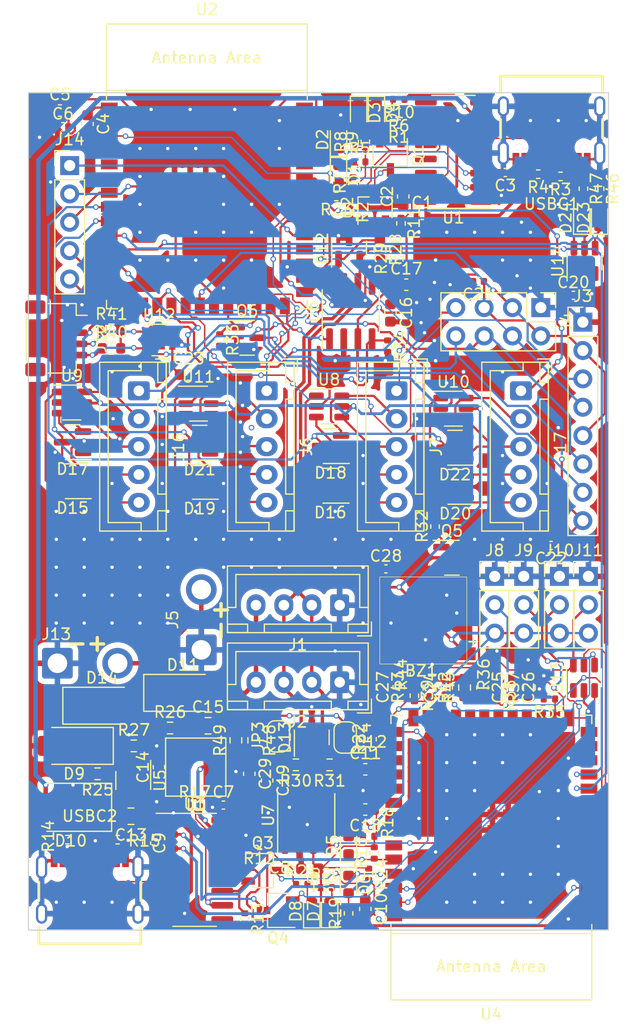
<source format=kicad_pcb>
(kicad_pcb (version 20221018) (generator pcbnew)
  (layers (0 "F.Cu" signal) (31 "B.Cu" signal) (34 "B.Paste" user) (35 "F.Paste" user) (36 "B.SilkS" user "B.Silkscreen") (37 "F.SilkS" user "F.Silkscreen") (38 "B.Mask" user) (39 "F.Mask" user) (44 "Edge.Cuts" user))
  (net 0 "")
  (net 1 "+3.3V")
  (net 2 "Net-(BZ1-+)")
  (net 3 "GND")
  (net 4 "+5V")
  (net 5 "Net-(U1-V3)")
  (net 6 "/ENTERTAINMENT_EN")
  (net 7 "Net-(U3-V3)")
  (net 8 "/CONTROLESP_EN")
  (net 9 "15V")
  (net 10 "Net-(D9-K)")
  (net 11 "Net-(U5-BST)")
  (net 12 "Net-(C17-Pad1)")
  (net 13 "Net-(C19-Pad1)")
  (net 14 "Net-(J3-Pin_8)")
  (net 15 "RAW_M365_GAS")
  (net 16 "RAW_GAS")
  (net 17 "RAW_BREMSE")
  (net 18 "RAW_M365_BREMSE")
  (net 19 "Net-(C29-Pad1)")
  (net 20 "/ENTERTAINMENT_RX")
  (net 21 "Net-(D1-A)")
  (net 22 "/ENTERTAINMENT_TX")
  (net 23 "Net-(D2-A)")
  (net 24 "Net-(D3-A)")
  (net 25 "Net-(D4-A)")
  (net 26 "/CONTROLESP_RX")
  (net 27 "Net-(D5-A)")
  (net 28 "/CONTROLESP_TX")
  (net 29 "Net-(D6-A)")
  (net 30 "Net-(D7-A)")
  (net 31 "Net-(D8-A)")
  (net 32 "CAN_VCC")
  (net 33 "CANH")
  (net 34 "CANL")
  (net 35 "Net-(D14-A)")
  (net 36 "B1")
  (net 37 "B2")
  (net 38 "OUT1")
  (net 39 "B3")
  (net 40 "B4")
  (net 41 "OUT2")
  (net 42 "B5")
  (net 43 "B6")
  (net 44 "B7")
  (net 45 "B8")
  (net 46 "B9")
  (net 47 "B10")
  (net 48 "B11")
  (net 49 "B12")
  (net 50 "B13")
  (net 51 "B14")
  (net 52 "B15")
  (net 53 "B16")
  (net 54 "PROCESSOR_COMMUNICATION_CONTROLESP_TX")
  (net 55 "Net-(D23-A)")
  (net 56 "PROCESSOR_COMMUNICATION_CONTROLESP_RX")
  (net 57 "Net-(D24-A)")
  (net 58 "DISPLAY_SCLK")
  (net 59 "DISPLAY_MOSI")
  (net 60 "DISPLAY_DC")
  (net 61 "DISPLAY_CS1")
  (net 62 "DISPLAY_CS2")
  (net 63 "IN2")
  (net 64 "IN3")
  (net 65 "SDA")
  (net 66 "SCL")
  (net 67 "ENTERTAINMENT_GPIO38")
  (net 68 "ENTERTAINMENT_GPIO13")
  (net 69 "ENTERTAINMENT_GPIO7")
  (net 70 "ENTERTAINMENT_GPIO19")
  (net 71 "ENTERTAINMENT_GPIO20")
  (net 72 "IN1")
  (net 73 "IN4")
  (net 74 "Net-(JP3-B)")
  (net 75 "Net-(JP4-A)")
  (net 76 "Net-(Q1-B)")
  (net 77 "/Flasher/RTS")
  (net 78 "Net-(Q2-B)")
  (net 79 "/ENTERTAINMENT_IO0")
  (net 80 "/Flasher/DTR")
  (net 81 "Net-(Q3-B)")
  (net 82 "/Flasher1/RTS")
  (net 83 "Net-(Q4-B)")
  (net 84 "/CONTROLESP_IO0")
  (net 85 "/Flasher1/DTR")
  (net 86 "BEEPER")
  (net 87 "DISPLAY_BACKLIGHT")
  (net 88 "Net-(USBC1-CC1)")
  (net 89 "Net-(USBC1-CC2)")
  (net 90 "Net-(USBC2-CC1)")
  (net 91 "Net-(USBC2-CC2)")
  (net 92 "Net-(U5-EN)")
  (net 93 "Net-(U5-FB)")
  (net 94 "ENTERTAINMENT_CAN_RX")
  (net 95 "CONTROLESP_CAN_RX")
  (net 96 "/Flasher/USB_DP")
  (net 97 "/Flasher/USB_DN")
  (net 103 "ENTERTAINMENT_CAN_TX")
  (net 107 "/Flasher1/USB_DP")
  (net 108 "/Flasher1/USB_DN")
  (net 131 "CONTROLESP_CAN_TX")
  (footprint "Jumper:SolderJumper-2_P1.3mm_Open_RoundedPad1.0x1.5mm" (layer "F.Cu") (at 42.399999 77.650001 90)
    (fp_text reference "JP3")
    (fp_text value "SolderJumper_2_Open")
  )
  (footprint "Package_TO_SOT_SMD:SOT-23-6" (layer "F.Cu") (at 23.9 47.75)
    (fp_text reference "U9")
    (fp_text value "USBLC6-4SC6")
  )
  (footprint "Capacitor_SMD:C_0402_1005Metric" (layer "F.Cu") (at 30.6 87.2 -90)
    (fp_text reference "C9")
    (fp_text value "100n")
  )
  (footprint "Resistor_SMD:R_0603_1608Metric" (layer "F.Cu") (at 38.6 78 90)
    (fp_text reference "R49")
    (fp_text value "56")
  )
  (footprint "usb_c:USB-C-SMD_MC-311D" (layer "F.Cu") (at 66.895 23.5975 180)
    (fp_text reference "USBC1")
    (fp_text value "MC-311D")
  )
  (footprint "Package_SO:SOIC-16_3.9x9.9mm_P1.27mm" (layer "F.Cu") (at 34.9 89.6)
    (fp_text reference "U3")
    (fp_text value "CH343G")
  )
  (footprint "Capacitor_SMD:C_0603_1608Metric" (layer "F.Cu") (at 25.3 22.8 -90)
    (fp_text reference "C4")
    (fp_text value "10u")
  )
  (footprint "Connector_JST:JST_XH_B5B-XH-A_1x05_P2.50mm_Vertical" (layer "F.Cu") (at 29.9 46.7 -90)
    (fp_text reference "J16")
    (fp_text value "BUTTON1")
  )
  (footprint "Resistor_SMD:R_0402_1005Metric" (layer "F.Cu") (at 49.1 28.089999 90)
    (fp_text reference "R7")
    (fp_text value "1k")
  )
  (footprint "Capacitor_SMD:C_0603_1608Metric" (layer "F.Cu") (at 52.45 39.725 -90)
    (fp_text reference "C16")
    (fp_text value "100n")
  )
  (footprint "Resistor_SMD:R_0402_1005Metric" (layer "F.Cu") (at 40.7 87.4 180)
    (fp_text reference "R12")
    (fp_text value "12k")
  )
  (footprint "Package_TO_SOT_SMD:TSOT-23" (layer "F.Cu") (at 41.009999 89.649999)
    (fp_text reference "Q3")
    (fp_text value "SS8050_C2150")
  )
  (footprint "Resistor_SMD:R_0603_1608Metric" (layer "F.Cu") (at 27.45 42.9)
    (fp_text reference "R40")
    (fp_text value "2k2")
  )
  (footprint "Resistor_SMD:R_0402_1005Metric" (layer "F.Cu") (at 66.7 74.3 180)
    (fp_text reference "R35")
    (fp_text value "1k")
  )
  (footprint "Resistor_SMD:R_0603_1608Metric" (layer "F.Cu") (at 47 80.2 180)
    (fp_text reference "R31")
    (fp_text value "56R")
  )
  (footprint "Resistor_SMD:R_0603_1608Metric" (layer "F.Cu") (at 55.9 73.275 -90)
    (fp_text reference "R42")
    (fp_text value "100k")
  )
  (footprint "Connector_PinHeader_2.54mm:PinHeader_1x03_P2.54mm_Vertical" (layer "F.Cu") (at 64.4 63.32)
    (fp_text reference "J9")
    (fp_text value "GAS")
  )
  (footprint "Jumper:SolderJumper-2_P1.3mm_Open_RoundedPad1.0x1.5mm" (layer "F.Cu") (at 48.399999 77.749999 -90)
    (fp_text reference "JP4")
    (fp_text value "SolderJumper_2_Open")
  )
  (footprint "LED_SMD:LED_0603_1608Metric" (layer "F.Cu") (at 45.400002 93.312499 90)
    (fp_text reference "D8")
    (fp_text value "LED5V")
  )
  (footprint "Capacitor_SMD:C_0603_1608Metric" (layer "F.Cu") (at 41.4 81.6 -90)
    (fp_text reference "C19")
    (fp_text value "100n")
  )
  (footprint "Resistor_SMD:R_0402_1005Metric" (layer "F.Cu") (at 50.5 90 -90)
    (fp_text reference "R24")
    (fp_text value "1k")
  )
  (footprint "Connector_JST:JST_XH_B5B-XH-A_1x05_P2.50mm_Vertical" (layer "F.Cu") (at 41.3625 46.7 -90)
    (fp_text reference "J6")
    (fp_text value "BUTTON2")
  )
  (footprint "Package_SO:SOIC-8_3.9x4.9mm_P1.27mm" (layer "F.Cu") (at 44.905 84.725 90)
    (fp_text reference "U7")
    (fp_text value "SN65HVD231")
  )
  (footprint "Resistor_SMD:R_0402_1005Metric" (layer "F.Cu") (at 53.19 21.8 180)
    (fp_text reference "R6")
    (fp_text value "10k")
  )
  (footprint "Resistor_SMD:R_0402_1005Metric" (layer "F.Cu") (at 65.7 27.3 180)
    (fp_text reference "R4")
    (fp_text value "5k1")
  )
  (footprint "Resistor_SMD:R_0603_1608Metric" (layer "F.Cu") (at 51.5 34.05 -90)
    (fp_text reference "R28")
    (fp_text value "56R")
  )
  (footprint "Package_TO_SOT_SMD:SOT-23" (layer "F.Cu") (at 23.9625 54.8 180)
    (fp_text reference "D15")
    (fp_text value "BAV99")
  )
  (footprint "Resistor_SMD:R_0402_1005Metric" (layer "F.Cu") (at 50.8 77.9 90)
    (fp_text reference "R22")
    (fp_text value "1k")
  )
  (footprint "Connector_JST:JST_SH_SM04B-SRSS-TB_1x04-1MP_P1.00mm_Horizontal" (layer "F.Cu") (at 22.5 42 -90)
    (fp_text reference "J12")
    (fp_text value "I2C")
  )
  (footprint "Connector_JST:JST_XH_B4B-XH-A_1x04_P2.50mm_Vertical" (layer "F.Cu") (at 47.9 65.9 180)
    (fp_text reference "J1")
    (fp_text value "CAN1")
  )
  (footprint "LED_SMD:LED_0603_1608Metric" (layer "F.Cu") (at 69.6 31.2 90)
    (fp_text reference "D24")
    (fp_text value "LED")
  )
  (footprint "Resistor_SMD:R_0402_1005Metric" (layer "F.Cu") (at 39.4 94 -90)
    (fp_text reference "R13")
    (fp_text value "12k")
  )
  (footprint "Resistor_SMD:R_0603_1608Metric" (layer "F.Cu") (at 43.975 80.2 180)
    (fp_text reference "R30")
    (fp_text value "56R")
  )
  (footprint "Package_TO_SOT_SMD:SOT-23-6" (layer "F.Cu") (at 69.8 72.4 90)
    (fp_text reference "U13")
    (fp_text value "USBLC6-4SC6")
  )
  (footprint "Resistor_SMD:R_0402_1005Metric" (layer "F.Cu") (at 53.2 20.6 180)
    (fp_text reference "R10")
    (fp_text value "1k")
  )
  (footprint "Package_TO_SOT_SMD:SOT-23" (layer "F.Cu") (at 39.6125 41.95)
    (fp_text reference "Q6")
    (fp_text value "2N7002")
  )
  (footprint "Resistor_SMD:R_0402_1005Metric" (layer "F.Cu") (at 37.15 42.15 -90)
    (fp_text reference "R33")
    (fp_text value "10k")
  )
  (footprint "Resistor_SMD:R_0402_1005Metric" (layer "F.Cu") (at 56.45 58.860001 90)
    (fp_text reference "R32")
    (fp_text value "10k")
  )
  (footprint "Resistor_SMD:R_0402_1005Metric" (layer "F.Cu") (at 71.2 28.6 -90)
    (fp_text reference "R46")
    (fp_text value "1k")
  )
  (footprint "usb_c:USB-C-SMD_MC-311D" (layer "F.Cu") (at 25.505 91.152501)
    (fp_text reference "USBC2")
    (fp_text value "MC-311D")
  )
  (footprint "Resistor_SMD:R_0402_1005Metric" (layer "F.Cu") (at 49.7 26.2)
    (fp_text reference "R5")
    (fp_text value "10k")
  )
  (footprint "Capacitor_SMD:C_0805_2012Metric" (layer "F.Cu") (at 36.1 76.7)
    (fp_text reference "C15")
    (fp_text value "22uF")
  )
  (footprint "LED_SMD:LED_0603_1608Metric" (layer "F.Cu") (at 71.2 31.2 90)
    (fp_text reference "D23")
    (fp_text value "LED")
  )
  (footprint "Resistor_SMD:R_0402_1005Metric" (layer "F.Cu") (at 52.2 42.7 -90)
    (fp_text reference "R34")
    (fp_text value "1k")
  )
  (footprint "Connector_PinHeader_2.54mm:PinHeader_2x04_P2.54mm_Vertical" (layer "F.Cu") (at 65.930002 39.249998 -90)
    (fp_text reference "J4")
    (fp_text value "Conn_Display")
  )
  (footprint "Capacitor_SMD:C_0603_1608Metric" (layer "F.Cu") (at 34.35 45.25)
    (fp_text reference "C23")
    (fp_text value "100nF")
  )
  (footprint "Connector_JST:JST_XH_B5B-XH-A_1x05_P2.50mm_Vertical" (layer "F.Cu") (at 64.15 46.7 -90)
    (fp_text reference "J17")
    (fp_text value "BUTTON4")
  )
  (footprint "Package_TO_SOT_SMD:SOT-23-6" (layer "F.Cu") (at 46.95 48.1)
    (fp_text reference "U8")
    (fp_text value "USBLC6-4SC6")
  )
  (footprint "Capacitor_SMD:C_0603_1608Metric" (layer "F.Cu") (at 50.2 80.6)
    (fp_text reference "C11")
    (fp_text value "10u")
  )
  (footprint "Resistor_SMD:R_0402_1005Metric" (layer "F.Cu") (at 50.5 86.6 180)
    (fp_text reference "R18")
    (fp_text value "1k")
  )
  (footprint "Resistor_SMD:R_0603_1608Metric" (layer "F.Cu") (at 27.45 41.25)
    (fp_text reference "R41")
    (fp_text value "2k2")
  )
  (footprint "Connector_Wire:SolderWire-1sqmm_1x02_P5.4mm_D1.4mm_OD2.7mm" (layer "F.Cu") (at 22.599999 71.099999)
    (fp_text reference "J13")
    (fp_text value "Conn_01x02_Pin")
  )
  (footprint "Resistor_SMD:R_0402_1005Metric" (layer "F.Cu") (at 46.7 91.2)
    (fp_text reference "R20")
    (fp_text value "1k")
  )
  (footprint "PCM_Espressif:ESP32-S3-WROOM-1" (layer "F.Cu") (at 36 29.6)
    (fp_text reference "U2")
    (fp_text value "ESP32-S3-WROOM-1-ENTERTAINMENT")
  )
  (footprint "boardcomputer:Buzzer" (layer "F.Cu") (at 55.4 67.27 180)
    (fp_text reference "BZ1")
    (fp_text value "Buzzer")
  )
  (footprint "Resistor_SMD:R_0603_1608Metric" (layer "F.Cu") (at 64.9 73.275 90)
    (fp_text reference "R37")
    (fp_text value "100k")
  )
  (footprint "Connector_PinHeader_2.54mm:PinHeader_1x03_P2.54mm_Vertical" (layer "F.Cu") (at 67.6 63.32)
    (fp_text reference "J10")
    (fp_text value "BREMSE")
  )
  (footprint "boardcomputer:L_5040" (layer "F.Cu") (at 35 80.4)
    (fp_text reference "L1")
    (fp_text value "4.7uH")
  )
  (footprint "Package_TO_SOT_SMD:TSOT-23" (layer "F.Cu") (at 42.390001 93.25 180)
    (fp_text reference "Q4")
    (fp_text value "SS8050_C2150")
  )
  (footprint "Connector_JST:JST_XH_B5B-XH-A_1x05_P2.50mm_Vertical" (layer "F.Cu") (at 53 46.7 -90)
    (fp_text reference "J7")
    (fp_text value "BUTTON3")
  )
  (footprint "Capacitor_SMD:C_0402_1005Metric" (layer "F.Cu") (at 55.3 31)
    (fp_text reference "C1")
    (fp_text value "100n")
  )
  (footprint "PCM_Espressif:ESP32-S3-WROOM-1" (layer "F.Cu") (at 61.5 85.5 180)
    (fp_text reference "U4")
    (fp_text value "ESP32-S3-WROOM-1-CONTROL")
  )
  (footprint "LED_SMD:LED_0603_1608Metric" (layer "F.Cu") (at 48.7 87.4 90)
    (fp_text reference "D5")
    (fp_text value "LED")
  )
  (footprint "Resistor_SMD:R_0402_1005Metric" (layer "F.Cu") (at 54.6 73.999999 -90)
    (fp_text reference "R39")
    (fp_text value "10k")
  )
  (footprint "Capacitor_SMD:C_0603_1608Metric" (layer "F.Cu") (at 50.2 84.2 180)
    (fp_text reference "C18")
    (fp_text value "100n")
  )
  (footprint "LED_SMD:LED_0603_1608Metric" (layer "F.Cu") (at 48.7 90.9 -90)
    (fp_text reference "D6")
    (fp_text value "LED")
  )
  (footprint "Capacitor_SMD:C_0402_1005Metric" (layer "F.Cu") (at 66.85 60.55 180)
    (fp_text reference "C22")
    (fp_text value "100n")
  )
  (footprint "Package_TO_SOT_SMD:TSOT-23" (layer "F.Cu") (at 52.450001 25.609999 -90)
    (fp_text reference "Q1")
    (fp_text value "SS8050_C2150")
  )
  (footprint "Resistor_SMD:R_0402_1005Metric" (layer "F.Cu") (at 23.5 86.9 180)
    (fp_text reference "R14")
    (fp_text value "5k1")
  )
  (footprint "Resistor_SMD:R_0402_1005Metric" (layer "F.Cu") (at 69.75 28.6 -90)
    (fp_text reference "R47")
    (fp_text value "1k")
  )
  (footprint "Capacitor_SMD:C_0402_1005Metric" (layer "F.Cu") (at 37.48 83.8)
    (fp_text reference "C7")
    (fp_text value "100n")
  )
  (footprint "Package_TO_SOT_SMD:SOT-23-6" (layer "F.Cu") (at 58.1 48.3)
    (fp_text reference "U10")
    (fp_text value "USBLC6-4SC6")
  )
  (footprint "Resistor_SMD:R_0402_1005Metric" (layer "F.Cu") (at 49.2 24.389999 90)
    (fp_text reference "R8")
    (fp_text value "1k")
  )
  (footprint "Capacitor_SMD:C_0402_1005Metric" (layer "F.Cu") (at 50.7 79.3)
    (fp_text reference "C12")
    (fp_text value "100n")
  )
  (footprint "Resistor_SMD:R_0402_1005Metric" (layer "F.Cu") (at 53.2 22.8 180)
    (fp_text reference "R1")
    (fp_text value "12k")
  )
  (footprint "Package_TO_SOT_SMD:TSOT-23" (layer "F.Cu") (at 51.049998 30.290001 90)
    (fp_text reference "Q2")
    (fp_text value "SS8050_C2150")
  )
  (footprint "Connector_PinHeader_2.54mm:PinHeader_1x03_P2.54mm_Vertical" (layer "F.Cu") (at 61.8 63.32)
    (fp_text reference "J8")
    (fp_text value "GAS")
  )
  (footprint "Resistor_SMD:R_0402_1005Metric" (layer "F.Cu") (at 51 88.089999 90)
    (fp_text reference "R16")
    (fp_text value "10k")
  )
  (footprint "Resistor_SMD:R_0603_1608Metric" (layer "F.Cu") (at 40.2 78 -90)
    (fp_text reference "R48")
    (fp_text value "56")
  )
  (footprint "Resistor_SMD:R_0402_1005Metric" (layer "F.Cu") (at 48.7 93.5 90)
    (fp_text reference "R19")
    (fp_text value "1k")
  )
  (footprint "LED_SMD:LED_0603_1608Metric" (layer "F.Cu") (at 49.6 21.8 -90)
    (fp_text reference "D3")
    (fp_text value "LED")
  )
  (footprint "Connector_JST:JST_XH_B4B-XH-A_1x04_P2.50mm_Vertical" (layer "F.Cu") (at 47.9 72.8 180)
    (fp_text reference "J2")
    (fp_text value "CAN2")
  )
  (footprint "Package_TO_SOT_SMD:SOT-23" (layer "F.Cu") (at 35.35 51.35 180)
    (fp_text reference "D21")
    (fp_text value "BAV99")
  )
  (footprint "Diode_SMD:D_SMA" (layer "F.Cu") (at 33.85 73.75)
    (fp_text reference "D11")
    (fp_text value "B230A")
  )
  (footprint "Resistor_SMD:R_0402_1005Metric" (layer "F.Cu") (at 62 72.099999 90)
    (fp_text reference "R36")
    (fp_text value "10k")
  )
  (footprint "Resistor_SMD:R_0402_1005Metric" (layer "F.Cu") (at 44.5 90.9)
    (fp_text reference "R21")
    (fp_text value "1k")
  )
  (footprint "Capacitor_SMD:C_0603_1608Metric" (layer "F.Cu") (at 53.2 73.249999 90)
    (fp_text reference "C27")
    (fp_text value "100n")
  )
  (footprint "Resistor_SMD:R_0603_1608Metric" (layer "F.Cu") (at 26.2 81 180)
    (fp_text reference "R25")
    (fp_text value "1k")
  )
  (footprint "Sensor_Humidity:Sensirion_DFN-8-1EP_2.5x2.5mm_P0.5mm_EP1.1x1.7mm" (layer "F.Cu") (at 31.725 42.15)
    (fp_text reference "U12")
    (fp_text value "SHT30-DIS")
  )
  (footprint "Capacitor_SMD:C_0402_1005Metric" (layer "F.Cu") (at 62.75 27.15 180)
    (fp_text reference "C3")
    (fp_text value "100n")
  )
  (footprint "Capacitor_SMD:C_0402_1005Metric" (layer "F.Cu") (at 52.05 62.65)
    (fp_text reference "C28")
    (fp_text value "100n")
  )
  (footprint "Capacitor_SMD:C_0603_1608Metric" (layer "F.Cu") (at 45.225 89.5)
    (fp_text reference "C8")
    (fp_text value "1u")
  )
  (footprint "Capacitor_SMD:C_0603_1608Metric" (layer "F.Cu") (at 63.4 73.275 -90)
    (fp_text reference "C26")
    (fp_text value "100n")
  )
  (footprint "Resistor_SMD:R_0402_1005Metric" (layer "F.Cu") (at 67.7 27.5 180)
    (fp_text reference "R3")
    (fp_text value "5k1")
  )
  (footprint "Package_TO_SOT_SMD:SOT-23-6" (layer "F.Cu") (at 35.25 47.85)
    (fp_text reference "U11")
    (fp_text value "USBLC6-4SC6")
  )
  (footprint "Package_TO_SOT_SMD:SOT-23" (layer "F.Cu") (at 35.35 54.85 180)
    (fp_text reference "D19")
    (fp_text value "BAV99")
  )
  (footprint "Resistor_SMD:R_0603_1608Metric" (layer "F.Cu") (at 29.45 78.5)
    (fp_text reference "R27")
    (fp_text value "16.2k")
  )
  (footprint "Resistor_SMD:R_0402_1005Metric" (layer "F.Cu") (at 54.6 72.11 90)
    (fp_text reference "R44")
    (fp_text value "10k")
  )
  (footprint "Package_TO_SOT_SMD:SOT-23-6" (layer "F.Cu") (at 29.4 81.6 -90)
    (fp_text reference "U5")
    (fp_text value "MPM2359")
  )
  (footprint "Capacitor_SMD:C_0603_1608Metric" (layer "F.Cu") (at 39.8 81 -90)
    (fp_text reference "C29")
    (fp_text value "100nF")
  )
  (footprint "Capacitor_SMD:C_0603_1608Metric" (layer "F.Cu") (at 22.825 21.6)
    (fp_text reference "C5")
    (fp_text value "10u")
  )
  (footprint "Capacitor_SMD:C_0603_1608Metric" (layer "F.Cu") (at 60.7 73.275 -90)
    (fp_text reference "C25")
    (fp_text value "100n")
  )
  (footprint "Capacitor_SMD:C_0603_1608Metric" (layer "F.Cu") (at 53.6 29.3 90)
    (fp_text reference "C2")
    (fp_text value "1u")
  )
  (footprint "Capacitor_SMD:C_0603_1608Metric" (layer "F.Cu") (at 53.875 37.2)
    (fp_text reference "C17")
    (fp_text value "100n")
  )
  (footprint "Capacitor_SMD:C_0603_1608Metric" (layer "F.Cu") (at 50.2 93.1 -90)
    (fp_text reference "C10")
    (fp_text value "10u")
  )
  (footprint "Package_TO_SOT_SMD:SOT-23" (layer "F.Cu") (at 47.087501 51.649999 180)
    (fp_text reference "D18")
    (fp_text value "BAV99")
  )
  (footprint "Resistor_SMD:R_0603_1608Metric" (layer "F.Cu") (at 59.1 73.275 90)
    (fp_text reference "R45")
    (fp_text value "100k")
  )
  (footprint "Capacitor_SMD:C_0402_1005Metric" (layer "F.Cu") (at 68.85 38.15)
    (fp_text reference "C20")
    (fp_text value "100n")
  )
  (footprint "Package_TO_SOT_SMD:SOT-23" (layer "F.Cu") (at 58.237501 51.799999 180)
    (fp_text reference "D22")
    (fp_text value "BAV99")
  )
  (footprint "Resistor_SMD:R_0402_1005Metric" (layer "F.Cu") (at 62 73.999999 -90)
    (fp_text reference "R38")
    (fp_text value "10k")
  )
  (footprint "Package_TO_SOT_SMD:SOT-23" (layer "F.Cu") (at 45.4 77.7375 90)
    (fp_text reference "D13")
    (fp_text value "NUP2105L")
  )
  (footprint "Connector_PinHeader_2.54mm:PinHeader_1x05_P2.54mm_Vertical" (layer "F.Cu") (at 23.7 26.53)
    (fp_text reference "J14")
    (fp_text value "Conn_01x05_Pin")
  )
  (footprint "Capacitor_SMD:C_0402_1005Metric" (layer "F.Cu") (at 60.35 36.9 180)
    (fp_text reference "C21")
    (fp_text value "100n")
  )
  (footprint "Capacitor_SMD:C_0603_1608Metric" (layer "F.Cu") (at 31.7 80.4 90)
    (fp_text reference "C14")
    (fp_text value "10n")
  )
  (footprint "Resistor_SMD:R_0402_1005Metric" (layer "F.Cu") (at 47.6 29.3 180)
    (fp_text reference "R23")
    (fp_text value "1k")
  )
  (footprint "Connector_PinHeader_2.54mm:PinHeader_1x08_P2.54mm_Vertical" (layer "F.Cu") (at 69.7 40.55)
    (fp_text reference "J3")
    (fp_text value "Conn_Display")
  )
  (footprint "LED_SMD:LED_0603_1608Metric" (layer "F.Cu") (at 47.8 24.2125 90)
    (fp_text reference "D2")
    (fp_text value "LED")
  )
  (footprint "Connector_Wire:SolderWire-1sqmm_1x02_P5.4mm_D1.4mm_OD2.7mm" (layer "F.Cu") (at 35.500001 69.900001 90)
    (fp_text reference "J5")
    (fp_text value "Conn_01x02_Pin")
  )
  (footprint "Resistor_SMD:R_0402_1005Metric" (layer "F.Cu") (at 53.4 31.710001 -90)
    (fp_text reference "R11")
    (fp_text value "1k")
  )
  (footprint "Resistor_SMD:R_0603_1608Metric" (layer "F.Cu") (at 53.05 34.85 90)
    (fp_text reference "R29")
    (fp_text value "56R")
  )
  (footprint "Package_TO_SOT_SMD:SOT-23-6" (layer "F.Cu") (at 69.850001 35.062499 90)
    (fp_text reference "U14")
    (fp_text value "USBLC6-4SC6")
  )
  (footprint "Resistor_SMD:R_0402_1005Metric" (layer "F.Cu") (at 48.8 30.7 -90)
    (fp_text reference "R2")
    (fp_text value "12k")
  )
  (footprint "Capacitor_SMD:C_0805_2012Metric" (layer "F.Cu") (at 29.2 84.8 180)
    (fp_text reference "C13")
    (fp_text value "22uF")
  )
  (footprint "Resistor_SMD:R_0402_1005Metric" (layer "F.Cu") (at 50.2 24.4 90)
    (fp_text reference "R9")
    (fp_text value "1k")
  )
  (footprint "LED_SMD:LED_0603_1608Metric" (layer "F.Cu") (at 47.8 27.2875 -90)
    (fp_text reference "D1")
    (fp_text value "LED")
  )
  (footprint "Resistor_SMD:R_0603_1608Metric" (layer "F.Cu") (at 51.7 73.250001 -90)
    (fp_text reference "R43")
    (fp_text value "100k")
  )
  (footprint "Package_TO_SOT_SMD:SOT-23" (layer "F.Cu") (at 57.9625 61.650001)
    (fp_text reference "Q5")
    (fp_text value "2N7002")
  )
  (footprint "Diode_SMD:D_SMA" (layer "F.Cu") (at 26.6 74.9)
    (fp_text reference "D14")
    (fp_text value "B230A")
  )
  (footprint "Resistor_SMD:R_0402_1005Metric" (layer "F.Cu") (at 28 86.9 180)
    (fp_text reference "R15")
    (fp_text value "5k1")
  )
  (footprint "Diode_SMD:D_SMB" (layer "F.Cu") (at 23.8 84 180)
    (fp_text reference "D10")
    (fp_text value "D")
  )
  (footprint "Capacitor_SMD:C_0603_1608Metric" (layer "F.Cu") (at 57.5 73.275 90)
    (fp_text reference "C24")
    (fp_text value "100n")
  )
  (footprint "Capacitor_SMD:C_0402_1005Metric" (layer "F.Cu") (at 23.1 23.05)
    (fp_text reference "C6")
    (fp_text value "100n")
  )
  (footprint "Package_TO_SOT_SMD:SOT-23" (layer "F.Cu") (at 48.75 33.95 90)
    (fp_text reference "D12")
    (fp_text value "NUP2105L")
  )
  (footprint "Package_TO_SOT_SMD:SOT-23" (layer "F.Cu") (at 23.9625 51.3 180)
    (fp_text reference "D17")
    (fp_text value "BAV99")
  )
  (footprint "LED_SMD:LED_0603_1608Metric" (layer "F.Cu") (at 47 93.3 90)
    (fp_text reference "D7")
    (fp_text value "LED")
  )
  (footprint "Package_SO:SOIC-16_3.9x9.9mm_P1.27mm" (layer "F.Cu") (at 58.1 25.3 180)
    (fp_text reference "U1")
    (fp_text value "CH343G")
  )
  (footprint "Resistor_SMD:R_0402_1005Metric" (layer "F.Cu") (at 34.9 83.8)
    (fp_text reference "R17")
    (fp_text value "10k")
  )
  (footprint "Package_SO:SOIC-8_3.9x4.9mm_P1.27mm" (layer "F.Cu") (at 48.9 39.6 90)
    (fp_text reference "U6")
    (fp_text value "SN65HVD231")
  )
  (footprint "Diode_SMD:D_SMA" (layer "F.Cu") (at 24.1 78.5 180)
    (fp_text reference "D9")
    (fp_text value "B230A")
  )
  (footprint "Package_TO_SOT_SMD:SOT-23" (layer "F.Cu") (at 47.0625 55.2 180)
    (fp_text reference "D16")
    (fp_text value "BAV99")
  )
  (footprint "LED_SMD:LED_0603_1608Metric" (layer "F.Cu") (at 51.2 21.8 -90)
    (fp_text reference "D4")
    (fp_text value "LED5V")
  )
  (footprint "Package_TO_SOT_SMD:SOT-23" (layer "F.Cu") (at 58.2625 55.3 180)
    (fp_text reference "D20")
    (fp_text value "BAV99")
  )
  (footprint "Resistor_SMD:R_0603_1608Metric" (layer "F.Cu") (at 32.7 76.9)
    (fp_text reference "R26")
    (fp_text value "49.9k")
  )
  (footprint "Connector_PinHeader_2.54mm:PinHeader_1x03_P2.54mm_Vertical" (layer "F.Cu") (at 70.2 63.32)
    (fp_text reference "J11")
    (fp_text value "BREMSE")
  )
  (gr_rect (start 20 20) (end 72 95) (stroke (width 0.1)) (fill none) (layer "Edge.Cuts"))
  (gr_text "+-" (at 27.3 68.6 180) (layer "F.SilkS") (effects (font (size 1.5 1.5) (thickness 0.3) bold) (justify left bottom)))
  (gr_text "+5V\n3V3" (at 47.5 91.8 90) (layer "F.SilkS") (effects (font (size 0.9 0.7) (thickness 0.12) bold) (justify left bottom)))
  (gr_text "+-" (at 36.5 65.2 -90) (layer "F.SilkS") (effects (font (size 1.5 1.5) (thickness 0.3) bold) (justify left bottom)))
  (via (at 40 50) (size 0.5) (drill 0.3) (layers "F.Cu" "B.Cu") (net 0))
  (segment (start 61.845001 73.335) (end 62 73.489999) (width 0.13) (layer "F.Cu") (net 1))
  (segment (start 69.75 28.09) (end 70.5 28.09) (width 0.2) (layer "F.Cu") (net 1))
  (segment (start 29.35 21.64) (end 28.3 20.59) (width 0.2) (layer "F.Cu") (net 1))
  (segment (start 42.965001 93.3) (end 43.8 93.3) (width 0.2) (layer "F.Cu") (net 1))
  (segment (start 50.785 23.589315) (end 50.785 24.325) (width 0.13) (layer "F.Cu") (net 1))
  (segment (start 50.42 89.41) (end 46.09 89.41) (width 0.13) (layer "F.Cu") (net 1))
  (segment (start 46.225 92.946123) (end 46.548877 93.27) (width 0.2) (layer "F.Cu") (net 1))
  (segment (start 50.449315 76.855) (end 50.215 77.089315) (width 0.13) (layer "F.Cu") (net 1))
  (segment (start 40.1 93.184106) (end 40.1 93.904999) (width 0.2) (layer "F.Cu") (net 1))
  (segment (start 45.54 89.04) (end 46 89.5) (width 0.2) (layer "F.Cu") (net 1))
  (segment (start 49.8 45.6495) (end 49.5 45.3495) (width 0.25) (layer "F.Cu") (net 1))
  (segment (start 50.215 77.089315) (end 50.215 77.825) (width 0.13) (layer "F.Cu") (net 1))
  (segment (start 56.325 28.475) (end 55.625 28.475) (width 0.13) (layer "F.Cu") (net 1))
  (segment (start 48.0875 48.1) (end 49.1 48.1) (width 0.25) (layer "F.Cu") (net 1))
  (segment (start 47.93 93.3) (end 47.96 93.27) (width 0.2) (layer "F.Cu") (net 1))
  (segment (start 53.2 75.2) (end 51.545 76.855) (width 0.13) (layer "F.Cu") (net 1))
  (segment (start 32 46.825) (end 32 47.95) (width 0.2) (layer "F.Cu") (net 1))
  (segment (start 43.71 20.59) (end 45.8 20.59) (width 0.2) (layer "F.Cu") (net 1))
  (segment (start 45.54 87.2) (end 45.54 89.04) (width 0.2) (layer "F.Cu") (net 1))
  (segment (start 47.96 93.27) (end 48.7 94.01) (width 0.2) (layer "F.Cu") (net 1))
  (segment (start 51.2 79.32) (end 51.2 86.41) (width 0.13) (layer "F.Cu") (net 1))
  (segment (start 50.2 24.91) (end 49.210001 24.91) (width 0.13) (layer "F.Cu") (net 1))
  (segment (start 52.68 21.8) (end 51.94 22.54) (width 0.13) (layer "F.Cu") (net 1))
  (segment (start 62 72.609999) (end 62 73.489999) (width 0.13) (layer "F.Cu") (net 1))
  (segment (start 70.315849 69.784151) (end 71.284151 69.784151) (width 0.13) (layer "F.Cu") (net 1))
  (segment (start 69.8 71.2625) (end 69.8 70.3) (width 0.13) (layer "F.Cu") (net 1))
  (segment (start 26.45 47.8) (end 25.0875 47.8) (width 0.25) (layer "F.Cu") (net 1))
  (segment (start 46.495667 93.312499) (end 46.508166 93.3) (width 0.2) (layer "F.Cu") (net 1))
  (segment (start 46.548877 93.27) (end 47.96 93.27) (width 0.2) (layer "F.Cu") (net 1))
  (segment (start 70.5 28.09) (end 70.4 28.19) (width 0.2) (layer "F.Cu") (net 1))
  (segment (start 52.45 38.45) (end 52.9 38) (width 0.2) (layer "F.Cu") (net 1))
  (segment (start 28.275 41.25) (end 27.425 40.4) (width 0.25) (layer "F.Cu") (net 1))
  (segment (start 51.94 23.006626) (end 51.591626 23.355) (width 0.13) (layer "F.Cu") (net 1))
  (segment (start 53.9 35.8) (end 53.9 32.75) (width 0.2) (layer "F.Cu") (net 1))
  (segment (start 36.6 77.15) (end 36.6 80.4) (width 0.3) (layer "F.Cu") (net 1))
  (segment (start 54.6 73.489999) (end 53.94 74.149999) (width 0.13) (layer "F.Cu") (net 1))
  (segment (start 64.4 68.4) (end 61.8 68.4) (width 0.2) (layer "F.Cu") (net 1))
  (segment (start 53.94 74.46) (end 53.2 75.2) (width 0.13) (layer "F.Cu") (net 1))
  (segment (start 54.39 36.29) (end 53.9 35.8) (width 0.2) (layer "F.Cu") (net 1))
  (segment (start 51.18 79.3) (end 51.2 79.32) (width 0.13) (layer "F.Cu") (net 1))
  (segment (start 50.677817 94.65) (end 49.722183 94.65) (width 0.25) (layer "F.Cu") (net 1))
  (segment (start 33.575 45.25) (end 32 46.825) (width 0.2) (layer "F.Cu") (net 1))
  (segment (start 50.8 78.41) (end 51.18 78.79) (width 0.13) (layer "F.Cu") (net 1))
  (segment (start 33.6 76.9) (end 36.6 79.9) (width 0.3) (layer "F.Cu") (net 1))
  (segment (start 37.05 76.7) (end 36.6 77.15) (width 0.3) (layer "F.Cu") (net 1))
  (segment (start 71.729999 91.515001) (end 70.755 92.49) (width 0.13) (layer "F.Cu") (net 1))
  (segment (start 33.525 76.9) (end 33.6 76.9) (width 0.3) (layer "F.Cu") (net 1))
  (segment (start 47.96 87.79) (end 46.25 89.5) (width 0.13) (layer "F.Cu") (net 1))
  (segment (start 60.850002 36.920002) (end 60.850002 39.249998) (width 0.2) (layer "F.Cu") (net 1))
  (segment (start 55.625 28.475) (end 53.65 28.475) (width 0.13) (layer "F.Cu") (net 1))
  (segment (start 28.275 41.25) (end 28.275 42.9) (width 0.2) (layer "F.Cu") (net 1))
  (segment (start 60.850002 39.249998) (end 62.000002 40.399998) (width 0.2) (layer "F.Cu") (net 1))
  (segment (start 37.787107 86.425) (end 38.739999 87.377892) (width 0.2) (layer "F.Cu") (net 1))
  (segment (start 53.9 37.65) (end 53.9 35.8) (width 0.2) (layer "F.Cu") (net 1))
  (segment (start 38.965 89.6) (end 40.3 89.6) (width 0.2) (layer "F.Cu") (net 1))
  (segment (start 49.5 42.11) (end 49.535 42.075) (width 0.25) (layer "F.Cu") (net 1))
  (segment (start 55.625 28.475) (end 55.333101 28.475) (width 0.13) (layer "F.Cu") (net 1))
  (segment (start 47.96 87.768374) (end 47.96 87.79) (width 0.13) (layer "F.Cu") (net 1))
  (segment (start 57.925 68.975) (end 59.2 70.25) (width 0.25) (layer "F.Cu") (net 1))
  (segment (start 51.6 64.29) (end 53.24 64.29) (width 0.25) (layer "F.Cu") (net 1))
  (segment (start 27.25 22.61) (end 29.35 22.61) (width 0.2) (layer "F.Cu") (net 1))
  (segment (start 28.3 20.59) (end 24.61 20.59) (width 0.2) (layer "F.Cu") (net 1))
  (segment (start 52.9 38) (end 53.4 38) (width 0.2) (layer "F.Cu") (net 1))
  (segment (start 71.729999 70.229999) (end 71.729999 91.515001) (width 0.13) (layer "F.Cu") (net 1))
  (segment (start 69.8 70.3) (end 70.315849 69.784151) (width 0.13) (layer "F.Cu") (net 1))
  (segment (start 68.300001 38.080001) (end 68.37 38.15) (width 0.2) (layer "F.Cu") (net 1))
  (segment (start 49.210001 24.91) (end 49.2 24.899999) (width 0.13) (layer "F.Cu") (net 1))
  (segment (start 35.6 80.4) (end 35.4 80.6) (width 0.3) (layer "F.Cu") (net 1))
  (segment (start 51.57 64.26) (end 51.6 64.29) (width 0.2) (layer "F.Cu") (net 1))
  (segment (start 39.6 91.951471) (end 39.6 92.684106) (width 0.2) (layer "F.Cu") (net 1))
  (segment (start 51.18 78.79) (end 51.18 79.3) (width 0.13) (layer "F.Cu") (net 1))
  (segment (start 35.41 83.8) (end 35.41 84.872107) (width 0.3) (layer "F.Cu") (net 1))
  (segment (start 37.7875 47.85) (end 37.8375 47.8) (width 0.25) (layer "F.Cu") (net 1))
  (segment (start 38.739999 89.374999) (end 38.965 89.6) (width 0.2) (layer "F.Cu") (net 1))
  (segment (start 66.6 94.6) (end 50.727817 94.6) (width 0.25) (layer "F.Cu") (net 1))
  (segment (start 53.94 74.149999) (end 53.94 74.46) (width 0.13) (layer "F.Cu") (net 1))
  (segment (start 60.22 36.29) (end 54.39 36.29) (width 0.2) (layer "F.Cu") (net 1))
  (segment (start 51.94 22.54) (end 51.94 23.006626) (width 0.13) (layer "F.Cu") (net 1))
  (segment (start 52.45 38.95) (end 52.45 38.45) (width 0.2) (layer "F.Cu") (net 1))
  (segment (start 51.57 62.65) (end 51.57 64.26) (width 0.2) (layer "F.Cu") (net 1))
  (segment (start 49.722183 94.65) (end 49.672183 94.6) (width 0.25) (layer "F.Cu") (net 1))
  (segment (start 65.930002 41.789998) (end 68.399998 41.789998) (width 0.2) (layer "F.Cu") (net 1))
  (segment (start 54.754999 73.335) (end 61.845001 73.335) (width 0.13) (layer "F.Cu") (net 1))
  (segment (start 68.71 92.49) (end 66.6 94.6) (width 0.25) (layer "F.Cu") (net 1))
  (segment (start 25.0875 47.8) (end 25.0375 47.75) (width 0.25) (layer "F.Cu") (net 1))
  (segment (start 60.83 36.9) (end 60.22 36.29) (width 0.2) (layer "F.Cu") (net 1))
  (segment (start 48.500001 24.2) (end 49.2 24.899999) (width 0.2) (layer "F.Cu") (net 1))
  (segment (start 43.1 20.6) (end 43.7 20.6) (width 0.2) (layer "F.Cu") (net 1))
  (segment (start 49.535 40.315) (end 51.85 38) (width 0.2) (layer "F.Cu") (net 1))
  (segment (start 70.25 92.49) (end 68.71 92.49) (width 0.25) (layer "F.Cu") (net 1))
  (segment (start 69.7 43.09) (end 71.65 45.04) (width 0.2) (layer "F.Cu") (net 1))
  (segment (start 55.333101 28.475) (end 54.368622 29.439479) (width 0.13) (layer "F.Cu") (net 1))
  (segment (start 54.368622 30.568622) (end 53.737243 31.200001) (width 0.13) (layer "F.Cu") (net 1))
  (segment (start 68.412501 35.237499) (end 68.300001 35.349999) (width 0.2) (layer "F.Cu") (net 1))
  (segment (start 50.21 26.2) (end 50.21 24.92) (width 0.13) (layer "F.Cu") (net 1))
  (segment (start 36.6 79.9) (end 36.6 80.4) (width 0.3) (layer "F.Cu") (net 1))
  (segment (start 32.9 44.575) (end 32.9 42.9) (width 0.2) (layer "F.Cu") (net 1))
  (segment (start 48.243374 87.485) (end 47.96 87.768374) (width 0.13) (layer "F.Cu") (net 1))
  (segment (start 36.962893 86.425) (end 37.375 86.425) (width 0.3) (layer "F.Cu") (net 1))
  (segment (start 49.672183 94.6) (end 49.29 94.6) (width 0.25) (layer "F.Cu") (net 1))
  (segment (start 51.85 38) (end 53.4 38) (width 0.2) (layer "F.Cu") (net 1))
  (segment (start 26.228769 40.4) (end 25.5 41.128769) (width 0.25) (layer "F.Cu") (net 1))
  (segment (start 46.25 89.5) (end 46 89.5) (width 0.13) (layer "F.Cu") (net 1))
  (segment (start 68.300001 35.349999) (end 68.300001 38.080001) (width 0.2) (layer "F.Cu") (net 1))
  (segment (start 59.2375 48.3) (end 60.5 48.3) (width 0.25) (layer "F.Cu") (net 1))
  (segment (start 29.35 22.61) (end 41.09 22.61) (width 0.2) (layer "F.Cu") (net 1))
  (segment (start 71.65 45.04) (end 71.65 48.76) (width 0.2) (layer "F.Cu") (net 1))
  (segment (start 36.3875 47.85) (end 37.7875 47.85) (width 0.25) (layer "F.Cu") (net 1))
  (segment (start 53.9 32.75) (end 54.15 32.5) (width 0.2) (layer "F.Cu") (net 1))
  (segment (start 39.951471 91.6) (end 39.6 91.951471) (width 0.2) (layer "F.Cu") (net 1))
  (segment (start 41.09 22.61) (end 43.1 20.6) (width 0.2) (layer "F.Cu") (net 1))
  (segment (start 45.8 22.8) (end 47.2 24.2) (width 0.2) (layer "F.Cu") (net 1))
  (segment (start 69.236397 35.237499) (end 68.412501 35.237499) (width 0.2) (layer "F.Cu") (net 1))
  (segment (start 54.15 31.950001) (end 53.4 31.200001) (width 0.2) (layer "F.Cu") (net 1))
  (segment (start 68.399998 41.789998) (end 69.7 43.09) (width 0.2) (layer "F.Cu") (net 1))
  (segment (start 69.850001 33.924999) (end 69.850001 34.623895) (width 0.2) (layer "F.Cu") (net 1))
  (segment (start 71.284151 69.784151) (end 71.729999 70.229999) (width 0.13) (layer "F.Cu") (net 1))
  (segment (start 54.6 73.489999) (end 54.6 72.62) (width 0.13) (layer "F.Cu") (net 1))
  (segment (start 42.265001 94) (end 42.965001 93.3) (width 0.2) (layer "F.Cu") (net 1))
  (segment (start 33.575 45.25) (end 32.9 44.575) (width 0.2) (layer "F.Cu") (net 1))
  (segment (start 49.29 94.6) (end 48.7 94.01) (width 0.25) (layer "F.Cu") (net 1))
  (segment (start 57.6 22.25) (end 57.6 27.2) (width 0.13) (layer "F.Cu") (net 1))
  (segment (start 47.2 24.2) (end 48.500001 24.2) (width 0.2) (layer "F.Cu") (net 1))
  (segment (start 70.58668 68.61332) (end 70.8 68.4) (width 0.13) (layer "F.Cu") (net 1))
  (segment (start 54.708101 21.5) (end 56.85 21.5) (width 0.13) (layer "F.Cu") (net 1))
  (segment (start 57.6 27.2) (end 56.325 28.475) (width 0.13) (layer "F.Cu") (net 1))
  (segment (start 40.7 91.234998) (end 40.334998 91.6) (width 0.2) (layer "F.Cu") (net 1))
  (segment (start 48.399999 29.3) (end 49.1 28.599999) (width 0.2) (layer "F.Cu") (net 1))
  (segment (start 46.508166 93.3) (end 47.93 93.3) (width 0.2) (layer "F.Cu") (net 1))
  (segment (start 23.6 21.6) (end 23.6 23.03) (width 0.2) (layer "F.Cu") (net 1))
  (segment (start 43.812499 93.312499) (end 46.495667 93.312499) (width 0.2) (layer "F.Cu") (net 1))
  (segment (start 46 89.5) (end 46.225 89.725) (width 0.2) (layer "F.Cu") (net 1))
  (segment (start 46.225 89.725) (end 46.225 92.946123) (width 0.2) (layer "F.Cu") (net 1))
  (segment (start 70.4 28.19) (end 70.4 32.422182) (width 0.2) (layer "F.Cu") (net 1))
  (segment (start 60.83 36.9) (end 60.850002 36.920002) (width 0.2) (layer "F.Cu") (net 1))
  (segment (start 50.215 77.825) (end 50.8 78.41) (width 0.13) (layer "F.Cu") (net 1))
  (segment (start 49.5 45.3495) (end 49.5 42.11) (width 0.25) (layer "F.Cu") (net 1))
  (segment (start 54.6 73.489999) (end 54.754999 73.335) (width 0.13) (layer "F.Cu") (net 1))
  (segment (start 43.8 93.3) (end 43.812499 93.312499) (width 0.2) (layer "F.Cu") (net 1))
  (segment (start 40.3 89.6) (end 40.7 90) (width 0.2) (layer "F.Cu") (net 1))
  (segment (start 52.68 21.8) (end 53.28 21.2) (width 0.13) (layer "F.Cu") (net 1))
  (segment (start 51 87.579999) (end 50.905001 87.485) (width 0.13) (layer "F.Cu") (net 1))
  (segment (start 54.15 32.5) (end 54.15 31.950001) (width 0.2) (layer "F.Cu") (net 1))
  (segment (start 68.37 38.15) (end 68.37 41.76) (width 0.2) (layer "F.Cu") (net 1))
  (segment (start 56.85 21.5) (end 57.6 22.25) (width 0.13) (layer "F.Cu") (net 1))
  (segment (start 24.61 20.59) (end 23.6 21.6) (width 0.2) (layer "F.Cu") (net 1))
  (segment (start 54.408101 21.2) (end 54.708101 21.5) (width 0.13) (layer "F.Cu") (net 1))
  (segment (start 40.334998 91.6) (end 39.951471 91.6) (width 0.2) (layer "F.Cu") (net 1))
  (segment (start 46.09 89.41) (end 46 89.5) (width 0.13) (layer "F.Cu") (net 1))
  (segment (start 53.28 21.2) (end 54.408101 21.2) (width 0.13) (layer "F.Cu") (net 1))
  (segment (start 53.24 64.29) (end 57.925 68.975) (width 0.25) (layer "F.Cu") (net 1))
  (segment (start 40.1 93.904999) (end 40.195001 94) (width 0.2) (layer "F.Cu") (net 1))
  (segment (start 48.11 29.3) (end 48.399999 29.3) (width 0.2) (layer "F.Cu") (net 1))
  (segment (start 39.6 92.684106) (end 40.1 93.184106) (width 0.2) (layer "F.Cu") (net 1))
  (segment (start 50.5 89.49) (end 50.42 89.41) (width 0.13) (layer "F.Cu") (net 1))
  (segment (start 50.21 27.489999) (end 49.1 28.599999) (width 0.13) (layer "F.Cu") (net 1))
  (segment (start 38.739999 87.377892) (end 38.739999 89.374999) (width 0.2) (layer "F.Cu") (net 1))
  (segment (start 51.019315 23.355) (end 50.785 23.589315) (width 0.13) (layer "F.Cu") (net 1))
  (segment (start 53.737243 31.200001) (end 53.4 31.200001) (width 0.13) (layer "F.Cu") (net 1))
  (segment (start 50.905001 87.485) (end 48.243374 87.485) (width 0.13) (layer "F.Cu") (net 1))
  (segment (start 45.8 20.59) (end 45.8 22.8) (width 0.2) (layer "F.Cu") (net 1))
  (segment (start 51.545 76.855) (end 50.449315 76.855) (width 0.13) (layer "F.Cu") (net 1))
  (segment (start 53.65 28.475) (end 53.6 28.525) (width 0.13) (layer "F.Cu") (net 1))
  (segment (start 49.1 48.1) (end 49.15 48.05) (width 0.25) (layer "F.Cu") (net 1))
  (segment (start 53.4 38) (end 53.55 38) (width 0.2) (layer "F.Cu") (net 1))
  (segment (start 53.55 38) (end 53.9 37.65) (width 0.2) (layer "F.Cu") (net 1))
  (segment (start 51 86.61) (end 51.01 86.6) (width 0.13) (layer "F.Cu") (net 1))
  (segment (start 51.2 86.41) (end 51.01 86.6) (width 0.13) (layer "F.Cu") (net 1))
  (segment (start 50.727817 94.6) (end 50.677817 94.65) (width 0.25) (layer "F.Cu") (net 1))
  (segment (start 62.000002 40.399998) (end 64.540002 40.399998) (width 0.2) (layer "F.Cu") (net 1))
  (segment (start 24.5 41.5) (end 25.5 41.5) (width 0.25) (layer "F.Cu") (net 1))
  (segment (start 70.755 92.49) (end 70.25 92.49) (width 0.13) (layer "F.Cu") (net 1))
  (segment (start 40.195001 94) (end 42.265001 94) (width 0.2) (layer "F.Cu") (net 1))
  (segment (start 64.540002 40.399998) (end 65.930002 41.789998) (width 0.2) (layer "F.Cu") (net 1))
  (segment (start 27.425 40.4) (end 26.228769 40.4) (width 0.25) (layer "F.Cu") (net 1))
  (segment (start 23.6 23.03) (end 23.58 23.05) (width 0.2) (layer "F.Cu") (net 1))
  (segment (start 68.37 41.76) (end 68.399998 41.789998) (width 0.2) (layer "F.Cu") (net 1))
  (segment (start 49.535 42.075) (end 49.535 40.315) (width 0.2) (layer "F.Cu") (net 1))
  (segment (start 71.65 48.76) (end 69.7 50.71) (width 0.2) (layer "F.Cu") (net 1))
  (segment (start 70.4 32.422182) (end 69.850001 32.972181) (width 0.2) (layer "F.Cu") (net 1))
  (segment (start 50.785 24.325) (end 50.2 24.91) (width 0.13) (layer "F.Cu") (net 1))
  (segment (start 37.375 86.425) (end 37.787107 86.425) (width 0.2) (layer "F.Cu") (net 1))
  (segment (start 35.41 84.872107) (end 36.962893 86.425) (width 0.3) (layer "F.Cu") (net 1))
  (segment (start 70.5 28.09) (end 71.2 28.09) (width 0.2) (layer "F.Cu") (net 1))
  (segment (start 50.21 26.2) (end 50.21 27.489999) (width 0.13) (layer "F.Cu") (net 1))
  (segment (start 40.7 90) (end 40.7 91.234998) (width 0.2) (layer "F.Cu") (net 1))
  (segment (start 29.35 22.61) (end 29.35 21.64) (width 0.2) (layer "F.Cu") (net 1))
  (segment (start 51 87.579999) (end 51 86.61) (width 0.13) (layer "F.Cu") (net 1))
  (segment (start 51.591626 23.355) (end 51.019315 23.355) (width 0.13) (layer "F.Cu") (net 1))
  (segment (start 54.368622 29.439479) (end 54.368622 30.568622) (width 0.13) (layer "F.Cu") (net 1))
  (segment (start 50.21 24.92) (end 50.2 24.91) (width 0.13) (layer "F.Cu") (net 1))
  (segment (start 25.5 41.128769) (end 25.5 41.5) (width 0.25) (layer "F.Cu") (net 1))
  (segment (start 69.850001 32.972181) (end 69.850001 33.924999) (width 0.2) (layer "F.Cu") (net 1))
  (segment (start 43.7 20.6) (end 43.71 20.59) (width 0.2) (layer "F.Cu") (net 1))
  (segment (start 36.6 80.4) (end 35.6 80.4) (width 0.3) (layer "F.Cu") (net 1))
  (segment (start 69.850001 34.623895) (end 69.236397 35.237499) (width 0.2) (layer "F.Cu") (net 1))
  (via (at 25.5 41.5) (size 0.5) (drill 0.3) (layers "F.Cu" "B.Cu") (net 1))
  (via (at 53.2 75.2) (size 0.5) (drill 0.3) (layers "F.Cu" "B.Cu") (net 1))
  (via (at 60.5 48.3) (size 0.5) (drill 0.3) (layers "F.Cu" "B.Cu") (net 1))
  (via (at 49.15 48.05) (size 0.5) (drill 0.3) (layers "F.Cu" "B.Cu") (net 1))
  (via (at 26.45 47.8) (size 0.5) (drill 0.3) (layers "F.Cu" "B.Cu") (net 1))
  (via (at 35.839304 85.160695) (size 0.5) (drill 0.3) (layers "F.Cu" "B.Cu") (net 1))
  (via (at 35.4 80.6) (size 0.5) (drill 0.3) (layers "F.Cu" "B.Cu") (net 1))
  (via (at 37.8375 47.8) (size 0.5) (drill 0.3) (layers "F.Cu" "B.Cu") (net 1))
  (via (at 53.24 64.29) (size 0.5) (drill 0.3) (layers "F.Cu" "B.Cu") (net 1))
  (via (at 49.8 45.6495) (size 0.5) (drill 0.3) (layers "F.Cu" "B.Cu") (net 1))
  (via (at 32 47.95) (size 0.5) (drill 0.3) (layers "F.Cu" "B.Cu") (net 1))
  (via (at 57.925 68.975) (size 0.5) (drill 0.3) (layers "F.Cu" "B.Cu") (net 1))
  (segment (start 60.5 48.3) (end 60.5 57.03) (width 0.25) (layer "B.Cu") (net 1))
  (segment (start 26.6 47.95) (end 26.45 47.8) (width 0.25) (layer "B.Cu") (net 1))
  (segment (start 49.8 45.6495) (end 49.9245 45.525) (width 0.25) (layer "B.Cu") (net 1))
  (segment (start 67.6 68.4) (end 64.4 68.4) (width 0.2) (layer "B.Cu") (net 1))
  (segment (start 60.5 48.3) (end 60.225 48.025) (width 0.25) (layer "B.Cu") (net 1))
  (segment (start 55 75.2) (end 53.2 75.2) (width 0.2) (layer "B.Cu") (net 1))
  (segment (start 35.2 80.8) (end 35.2 84.521391) (width 0.3) (layer "B.Cu") (net 1))
  (segment (start 32 47.95) (end 26.6 47.95) (width 0.25) (layer "B.Cu") (net 1))
  (segment (start 35.4 80.6) (end 35.2 80.8) (width 0.3) (layer "B.Cu") (net 1))
  (segment (start 52.388299 48.025) (end 51.663299 48.75) (width 0.25) (layer "B.Cu") (net 1))
  (segment (start 60.5 57.03) (end 53.24 64.29) (width 0.25) (layer "B.Cu") (net 1))
  (segment (start 47.625 48.025) (end 40.750799 48.025) (width 0.25) (layer "B.Cu") (net 1))
  (segment (start 37.6875 47.95) (end 32 47.95) (width 0.25) (layer "B.Cu") (net 1))
  (segment (start 49.15 48.05) (end 48.4 48.8) (width 0.25) (layer "B.Cu") (net 1))
  (segment (start 51.663299 48.75) (end 49.85 48.75) (width 0.25) (layer "B.Cu") (net 1))
  (segment (start 40.750799 48.025) (end 39.975799 48.8) (width 0.25) (layer "B.Cu") (net 1))
  (segment (start 35.2 84.521391) (end 35.839304 85.160695) (width 0.3) (layer "B.Cu") (net 1))
  (segment (start 61.8 68.4) (end 55 75.2) (width 0.2) (layer "B.Cu") (net 1))
  (segment (start 24.95 42.05) (end 24.95 46.3) (width 0.25) (layer "B.Cu") (net 1))
  (segment (start 37.8375 47.8) (end 37.6875 47.95) (width 0.25) (layer "B.Cu") (net 1))
  (segment (start 70.2 68.4) (end 67.6 68.4) (width 0.2) (layer "B.Cu") (net 1))
  (segment (start 60.225 48.025) (end 52.388299 48.025) (width 0.25) (layer "B.Cu") (net 1))
  (segment (start 38.8375 48.8) (end 37.8375 47.8) (width 0.25) (layer "B.Cu") (net 1))
  (segment (start 61.8 68.4) (end 58.5 68.4) (width 0.25) (layer "B.Cu") (net 1))
  (segment (start 58.5 68.4) (end 57.925 68.975) (width 0.25) (layer "B.Cu") (net 1))
  (segment (start 25.5 41.5) (end 24.95 42.05) (width 0.25) (layer "B.Cu") (net 1))
  (segment (start 54.175 45.525) (end 56.7 48.05) (width 0.25) (layer "B.Cu") (net 1))
  (segment (start 49.9245 45.525) (end 54.175 45.525) (width 0.25) (layer "B.Cu") (net 1))
  (segment (start 48.4 48.8) (end 47.625 48.025) (width 0.25) (layer "B.Cu") (net 1))
  (segment (start 24.95 46.3) (end 26.45 47.8) (width 0.25) (layer "B.Cu") (net 1))
  (segment (start 49.85 48.75) (end 49.15 48.05) (width 0.25) (layer "B.Cu") (net 1))
  (segment (start 39.975799 48.8) (end 38.8375 48.8) (width 0.25) (layer "B.Cu") (net 1))
  (segment (start 60.39 70.96) (end 60.39 65.48) (width 0.2) (layer "F.Cu") (net 2))
  (segment (start 51.6 70.25) (end 57.135 70.25) (width 0.2) (layer "F.Cu") (net 2))
  (segment (start 60.39 65.48) (end 59.2 64.29) (width 0.2) (layer "F.Cu") (net 2))
  (segment (start 58.01 71.125) (end 60.225 71.125) (width 0.2) (layer "F.Cu") (net 2))
  (segment (start 57.135 70.25) (end 58.01 71.125) (width 0.2) (layer "F.Cu") (net 2))
  (segment (start 58.9 61.650001) (end 59.2 61.950001) (width 0.2) (layer "F.Cu") (net 2))
  (segment (start 60.225 71.125) (end 60.39 70.96) (width 0.2) (layer "F.Cu") (net 2))
  (segment (start 59.2 61.950001) (end 59.2 64.29) (width 0.2) (layer "F.Cu") (net 2))
  (segment (start 68.64 93.76) (end 68.4 94) (width 0.2) (layer "F.Cu") (net 3))
  (segment (start 30.55 41.9) (end 31.475 41.9) (width 0.2) (layer "F.Cu") (net 3))
  (segment (start 45.4 76.8) (end 45.4 75) (width 0.2) (layer "F.Cu") (net 3))
  (segment (start 59.05 72.5) (end 59.1 72.45) (width 0.2) (layer "F.Cu") (net 3))
  (segment (start 65.1355 72.2145) (end 66.2 72.2145) (width 0.2) (layer "F.Cu") (net 3))
  (segment (start 59.15 72.5) (end 59.1 72.45) (width 0.2) (layer "F.Cu") (net 3))
  (segment (start 31.5 83.5) (end 30.2 84.8) (width 0.13) (layer "F.Cu") (net 3))
  (segment (start 47 44.5) (end 47.5 44) (width 0.2) (layer "F.Cu") (net 3))
  (segment (start 32.9 41.9) (end 31.975 41.9) (width 0.2) (layer "F.Cu") (net 3))
  (segment (start 30.637199 79.362801) (end 31.5 78.5) (width 0.13) (layer "F.Cu") (net 3))
  (segment (start 37 83.8) (end 36.7 83.8) (width 0.13) (layer "F.Cu") (net 3))
  (segment (start 63.695 25.9675) (end 63.695 26.685) (width 0.2) (layer "F.Cu") (net 3))
  (segment (start 21.185 93.522501) (end 29.825 93.522501) (width 0.3) (layer "F.Cu") (net 3))
  (segment (start 29.825 87.495) (end 29.825 89.342501) (width 0.13) (layer "F.Cu") (net 3))
  (segment (start 39 52.2) (end 39 53.5) (width 0.2) (layer "F.Cu") (net 3))
  (segment (start 57.5 72.5) (end 59.05 72.5) (width 0.2) (layer "F.Cu") (net 3))
  (segment (start 47 47.261396) (end 47 44.5) (width 0.2) (layer "F.Cu") (net 3))
  (segment (start 57.925 46.425) (end 57.5 46) (width 0.2) (layer "F.Cu") (net 3))
  (segment (start 66.99 27.3) (end 67.19 27.5) (width 0.2) (layer "F.Cu") (net 3))
  (segment (start 45.8125 48.1) (end 46.161396 48.1) (width 0.2) (layer "F.Cu") (net 3))
  (segment (start 57.372918 48.3) (end 57.925 47.747918) (width 0.2) (layer "F.Cu") (net 3))
  (segment (start 32.9 41.4) (end 32.475 41.4) (width 0.2) (layer "F.Cu") (net 3))
  (segment (start 55.9 72.45) (end 57.45 72.45) (width 0.2) (layer "F.Cu") (net 3))
  (segment (start 22.99 86.9) (end 22.99 87.025552) (width 0.13) (layer "F.Cu") (net 3))
  (segment (start 24.16 23.402254) (end 23.902254 23.66) (width 0.2) (layer "F.Cu") (net 3))
  (segment (start 49.425 80.6) (end 49.425 80.095) (width 0.2) (layer "F.Cu") (net 3))
  (segment (start 67.19 28.01) (end 66.8 28.4) (width 0.2) (layer "F.Cu") (net 3))
  (segment (start 53.6 30.075) (end 52.875 30.075) (width 0.2) (layer "F.Cu") (net 3))
  (segment (start 29.4 80.163101) (end 30.2003 79.362801) (width 0.13) (layer "F.Cu") (net 3))
  (segment (start 48.75 33.0125) (end 48.0125 33.0125) (width 0.2) (layer "F.Cu") (net 3))
  (segment (start 33.4 41.9) (end 33.7505 42.2505) (width 0.2) (layer "F.Cu") (net 3))
  (segment (start 49.425 80.095) (end 50.22 79.3) (width 0.2) (layer "F.Cu") (net 3))
  (segment (start 31.975 41.9) (end 31.725 42.15) (width 0.2) (layer "F.Cu") (net 3))
  (segment (start 22.305 88.782501) (end 21.745 88.782501) (width 0.3) (layer "F.Cu") (net 3))
  (segment (start 69.8 73.5375) (end 69.8 74.615) (width 0.2) (layer "F.Cu") (net 3))
  (segment (start 50.2 91.7) (end 50 91.5) (width 0.3) (layer "F.Cu") (net 3))
  (segment (start 21.745 88.782501) (end 21.185 89.342501) (width 0.3) (layer "F.Cu") (net 3))
  (segment (start 55.9 71.5) (end 56.2 71.2) (width 0.2) (layer "F.Cu") (net 3))
  (segment (start 32.9 41.9) (end 33.4 41.9) (width 0.2) (layer "F.Cu") (net 3))
  (segment (start 67.19 27.5) (end 67.19 28.01) (width 0.2) (layer "F.Cu") (net 3))
  (segment (start 44.45 89.5) (end 44.45 87.38) (width 0.3) (layer "F.Cu") (net 3))
  (segment (start 30.2003 79.362801) (end 30.637199 79.362801) (width 0.13) (layer "F.Cu") (net 3))
  (segment (start 63.45 72.45) (end 63.4 72.5) (width 0.2) (layer "F.Cu") (net 3))
  (segment (start 33.7505 42.2505) (end 33.7505 42.6) (width 0.2) (layer "F.Cu") (net 3))
  (segment (start 57.925 47.747918) (end 57.925 46.425) (width 0.2) (layer "F.Cu") (net 3))
  (segment (start 24.975 22.025) (end 24.16 22.84) (width 0.2) (layer "F.Cu") (net 3))
  (segment (start 47.2 37.33) (end 47.2 39) (width 0.2) (layer "F.Cu") (net 3))
  (segment (start 47.4875 94.0875) (end 47 94.0875) (width 0.3) (layer "F.Cu") (net 3))
  (segment (start 28.8871 86.9) (end 28.939137 86.952037) (width 0.13) (layer "F.Cu") (net 3))
  (segment (start 27.25 21.34) (end 25.985 21.34) (width 0.2) (layer "F.Cu") (net 3))
  (segment (start 64.9 72.45) (end 65.1355 72.2145) (width 0.2) (layer "F.Cu") (net 3))
  (segment (start 23.172919 47.75) (end 24 46.922919) (width 0.2) (layer "F.Cu") (net 3))
  (segment (start 32.475 41.4) (end 31.725 42.15) (width 0.2) (layer "F.Cu") (net 3))
  (segment (start 44.45 87.38) (end 44.27 87.2) (width 0.3) (layer "F.Cu") (net 3))
  (segment (start 23.23 23.66) (end 22.62 23.05) (width 0.2) (layer "F.Cu") (net 3))
  (segment (start 46.161396 48.1) (end 47 47.261396) (width 0.2) (layer "F.Cu") (net 3))
  (segment (start 32.425 85.155) (end 32.425 85.075) (width 0.13) (layer "F.Cu") (net 3))
  (segment (start 69.850001 37.350001) (end 70.5 38) (width 0.2) (layer "F.Cu") (net 3))
  (segment (start 48.0125 33.0125) (end 47.8 32.8) (width 0.2) (layer "F.Cu") (net 3))
  (segment (start 50.2 92.325) (end 50.2 91.7) (width 0.3) (layer "F.Cu") (net 3))
  (segment (start 25.3 22.025) (end 24.975 22.025) (width 0.2) (layer "F.Cu") (net 3))
  (segment (start 52.875 30.075) (end 52.2 29.4) (width 0.2) (layer "F.Cu") (net 3))
  (segment (start 43 82.25) (end 43 83.6) (width 0.2) (layer "F.Cu") (net 3))
  (segment (start 63.135 25.9675) (end 62.575 25.4075) (width 0.2) (layer "F.Cu") (net 3))
  (segment (start 51.749998 72.474999) (end 51.7 72.425001) (width 0.2) (layer "F.Cu") (net 3))
  (segment (start 34.461396 47.85) (end 35.125 47.186396) (width 0.2) (layer "F.Cu") (net 3))
  (segment (start 66.21 27.3) (end 66.99 27.3) (width 0.2) (layer "F.Cu") (net 3))
  (segment (start 23.902254 23.66) (end 23.23 23.66) (width 0.2) (layer "F.Cu") (net 3))
  (segment (start 60.7 72.5) (end 59.15 72.5) (width 0.2) (layer "F.Cu") (net 3))
  (segment (start 28.51 86.9) (end 28.8871 86.9) (width 0.13) (layer "F.Cu") (net 3))
  (segment (start 70.2 75.015) (end 70.2 75.4) (width 0.2) (layer "F.Cu") (net 3))
  (segment (start 36.7 83.8) (end 36.5 84) (width 0.13) (layer "F.Cu") (net 3))
  (segment (start 29.265 88.782501) (end 29.825 89.342501) (width 0.3) (layer "F.Cu") (net 3))
  (segment (start 32.425 85.075) (end 33 84.5) (width 0.13) (layer "F.Cu") (net 3))
  (segment (start 55.9 72.45) (end 55.9 71.5) (width 0.2) (layer "F.Cu") (net 3))
  (segment (start 69.850001 36.199999) (end 69.850001 37.350001) (width 0.2) (layer "F.Cu") (net 3))
  (segment (start 53.2 72.474999) (end 51.749998 72.474999) (width 0.2) (layer "F.Cu") (net 3))
  (segment (start 34.1125 47.85) (end 34.461396 47.85) (width 0.2) (layer "F.Cu") (net 3))
  (segment (start 65.805111 73.915111) (end 65.805111 73.405111) (width 0.2) (layer "F.Cu") (net 3))
  (segment (start 30.2 84.8) (end 30.15 84.8) (width 0.13) (layer "F.Cu") (net 3))
  (segment (start 22.7625 47.75) (end 23.172919 47.75) (width 0.2) (layer "F.Cu") (net 3))
  (segment (start 47.8 94.4) (end 47.4875 94.0875) (width 0.3) (layer "F.Cu") (net 3))
  (segment (start 22.99 87.025552) (end 23.483124 87.518676) (width 0.13) (layer "F.Cu") (net 3))
  (segment (start 50.6 35.6) (end 50.2 36) (width 0.2) (layer "F.Cu") (net 3))
  (segment (start 64.9 72.45) (end 63.45 72.45) (width 0.2) (layer "F.Cu") (net 3))
  (segment (start 50.2 36) (end 50.2 38.6) (width 0.2) (layer "F.Cu") (net 3))
  (segment (start 71.215 25.4075) (end 71.215 21.2275) (width 0.2) (layer "F.Cu") (net 3))
  (segment (start 31.475 41.9) (end 31.725 42.15) (width 0.2) (layer "F.Cu") (net 3))
  (segment (start 46.995 37.125) (end 47.2 37.33) (width 0.2) (layer "F.Cu") (net 3))
  (segment (start 24.16 22.84) (end 24.16 23.402254) (width 0.2) (layer "F.Cu") (net 3))
  (segment (start 70.25 93.76) (end 68.64 93.76) (width 0.2) (layer "F.Cu") (net 3))
  (segment (start 63.695 25.9675) (end 63.135 25.9675) (width 0.2) (layer "F.Cu") (net 3))
  (segment (start 70.095 25.9675) (end 70.655 25.9675) (width 0.2) (layer "F.Cu") (net 3))
  (segment (start 29.4 80.4625) (end 29.4 80.163101) (width 0.13) (layer "F.Cu") (net 3))
  (segment (start 63.695 26.685) (end 63.23 27.15) (width 0.2) (layer "F.Cu") (net 3))
  (segment (start 44.27 86.2795) (end 45 85.5495) (width 0.3) (layer "F.Cu") (net 3))
  (segment (start 69.8 74.615) (end 70.2 75.015) (width 0.2) (layer "F.Cu") (net 3))
  (segment (start 43 83.6) (end 43.4 84) (width 0.2) (layer "F.Cu") (net 3))
  (segment (start 56.9625 48.3) (end 57.372918 48.3) (width 0.2) (layer "F.Cu") (net 3))
  (segment (start 44.27 87.2) (end 44.27 86.2795) (width 0.3) (layer "F.Cu") (net 3))
  (segment (start 28.705 88.782501) (end 29.265 88.782501) (width 0.3) (layer "F.Cu") (net 3))
  (segment (start 21.185 89.342501) (end 21.185 93.522501) (width 0.3) (layer "F.Cu") (net 3))
  (segment (start 66.19 74.3) (end 65.805111 73.915111) (width 0.2) (layer "F.Cu") (net 3))
  (segment (start 35.125 47.186396) (end 35.125 45.25) (width 0.2) (layer "F.Cu") (net 3))
  (segment (start 57.45 72.45) (end 57.5 72.5) (width 0.2) (layer "F.Cu") (net 3))
  (segment (start 30.6 86.72) (end 29.825 87.495) (width 0.13) (layer "F.Cu") (net 3))
  (segment (start 24 46.922919) (end 24 45.6) (width 0.2) (layer "F.Cu") (net 3))
  (segment (start 25.985 21.34) (end 25.3 22.025) (width 0.2) (layer "F.Cu") (net 3))
  (segment (start 70.655 25.9675) (end 71.215 25.4075) (width 0.2) (layer "F.Cu") (net 3))
  (via (at 32.5 57.5) (size 0.5) (drill 0.3) (layers "F.Cu" "B.Cu") (net 3))
  (via (at 25 65) (size 0.5) (drill 0.3) (layers "F.Cu" "B.Cu") (net 3))
  (via (at 47.2 39) (size 0.5) (drill 0.3) (layers "F.Cu" "B.Cu") (net 3))
  (via (at 65 90) (size 0.5) (drill 0.3) (layers "F.Cu" "B.Cu") (net 3))
  (via (at 35 25) (size 0.5) (drill 0.3) (layers "F.Cu" "B.Cu") (net 3))
  (via (at 57.5 65) (size 0.5) (drill 0.3) (layers "F.Cu" "B.Cu") (net 3))
  (via (at 63.8 36.4) (size 0.5) (drill 0.3) (layers "F.Cu" "B.Cu") (net 3))
  (via (at 64.2 31.6) (size 0.5) (drill 0.3) (layers "F.Cu" "B.Cu") (net 3))
  (via (at 50.2 38.6) (size 0.5) (drill 0.3) (layers "F.Cu" "B.Cu") (net 3))
  (via (at 56 38.5) (size 0.5) (drill 0.3) (layers "F.Cu" "B.Cu") (net 3))
  (via (at 27.5 92.5) (size 0.5) (drill 0.3) (layers "F.Cu" "B.Cu") (net 3))
  (via (at 56.5 88) (size 0.5) (drill 0.3) (layers "F.Cu" "B.Cu") (net 3))
  (via (at 28.939137 86.952037) (size 0.5) (drill 0.3) (layers "F.Cu" "B.Cu") (net 3))
  (via (at 35.2 86.6) (size 0.5) (drill 0.3) (layers "F.Cu" "B.Cu") (net 3))
  (via (at 39 46) (size 0.5) (drill 0.3) (layers "F.Cu" "B.Cu") (net 3))
  (via (at 23.2 44.6) (size 0.5) (drill 0.3) (layers "F.Cu" "B.Cu") (net 3))
  (via (at 42.5 22.5) (size 0.5) (drill 0.3) (layers "F.Cu" "B.Cu") (net 3))
  (via (at 30 65) (size 0.5) (drill 0.3) (layers "F.Cu" "B.Cu") (net 3))
  (via (at 22 28) (size 0.5) (drill 0.3) (layers "F.Cu" "B.Cu") (net 3))
  (via (at 47.5 70) (size 0.5) (drill 0.3) (layers "F.Cu" "B.Cu") (net 3))
  (via (at 37.5 25) (size 0.5) (drill 0.3) (layers "F.Cu" "B.Cu") (net 3))
  (via (at 32.5 65) (size 0.5) (drill 0.3) (layers "F.Cu" "B.Cu") (net 3))
  (via (at 49.8 74.8) (size 0.5) (drill 0.3) (layers "F.Cu" "B.Cu") (net 3))
  (via (at 39 49.5) (size 0.5) (drill 0.3) (layers "F.Cu" "B.Cu") (net 3))
  (via (at 67.5 90) (size 0.5) (drill 0.3) (layers "F.Cu" "B.Cu") (net 3))
  (via (at 23.483124 87.518676) (size 0.5) (drill 0.3) (layers "F.Cu" "B.Cu") (net 3))
  (via (at 70.5 38) (size 0.5) (drill 0.3) (layers "F.Cu" "B.Cu") (net 3))
  (via (at 70 22.5) (size 0.5) (drill 0.3) (layers "F.Cu" "B.Cu") (net 3))
  (via (at 27.6 49.2) (size 0.5) (drill 0.3) (layers "F.Cu" "B.Cu") (net 3))
  (via (at 58.4 66.6) (size 0.5) (drill 0.3) (layers "F.Cu" "B.Cu") (net 3))
  (via (at 30 67.5) (size 0.5) (drill 0.3) (layers "F.Cu" "B.Cu") (net 3))
  (via (at 55.5 41.5) (size 0.5) (drill 0.3) (layers "F.Cu" "B.Cu") (net 3))
  (via (at 39 53.5) (size 0.5) (drill 0.3) (layers "F.Cu" "B.Cu") (net 3))
  (via (at 36.5 84) (size 0.5) (drill 0.3) (layers "F.Cu" "B.Cu") (net 3))
  (via (at 30 44.5) (size 0.5) (drill 0.3) (layers "F.Cu" "B.Cu") (net 3))
  (via (at 22.5 92.5) (size 0.5) (drill 0.3) (layers "F.Cu" "B.Cu") (net 3))
  (via (at 47.5 44) (size 0.5) (drill 0.3) (layers "F.Cu" "B.Cu") (net 3))
  (via (at 45.4 75) (size 0.5) (drill 0.3) (layers "F.Cu" "B.Cu") (net 3))
  (via (at 67.5 85) (size 0.5) (drill 0.3) (layers "F.Cu" "B.Cu") (net 3))
  (via (at 67.5 22.5) (size 0.5) (drill 0.3) (layers "F.Cu" "B.Cu") (net 3))
  (via (at 27.5 62.5) (size 0.5) (drill 0.3) (layers "F.Cu" "B.Cu") (net 3))
  (via (at 30 62.5) (size 0.5) (drill 0.3) (layers "F.Cu" "B.Cu") (net 3))
  (via (at 42.5 25) (size 0.5) (drill 0.3) (layers "F.Cu" "B.Cu") (net 3))
  (via (at 67.5 82.5) (size 0.5) (drill 0.3) (layers "F.Cu" "B.Cu") (net 3))
  (via (at 67.5 30) (size 0.5) (drill 0.3) (layers "F.Cu" "B.Cu") (net 3))
  (via (at 57.5 32.5) (size 0.5) (drill 0.3) (layers "F.Cu" "B.Cu") (net 3))
  (via (at 32.5 35) (size 0.5) (drill 0.3) (layers "F.Cu" "B.Cu") (net 3))
  (via (at 22.5 57.5) (size 0.5) (drill 0.3) (layers "F.Cu" "B.Cu") (net 3))
  (via (at 22.5 62.5) (size 0.5) (drill 0.3) (layers "F.Cu" "B.Cu") (net 3))
  (via (at 45 85.5495) (size 0.5) (drill 0.3) (layers "F.Cu" "B.Cu") (net 3))
  (via (at 54.5 89.5) (size 0.5) (drill 0.3) (layers "F.Cu" "B.Cu") (net 3))
  (via (at 60 90) (size 0.5) (drill 0.3) (layers "F.Cu" "B.Cu") (net 3))
  (via (at 27.5 65) (size 0.5) (drill 0.3) (layers "F.Cu" "B.Cu") (net 3))
  (via (at 22.4 52.2) (size 0.5) (drill 0.3) (layers "F.Cu" "B.Cu") (net 3))
  (via (at 37.5 27.5) (size 0.5) (drill 0.3) (layers "F.Cu" "B.Cu") (net 3))
  (via (at 37.5 32.5) (size 0.5) (drill 0.3) (layers "F.Cu" "B.Cu") (net 3))
  (via (at 50.6 35.6) (size 0.5) (drill 0.3) (layers "F.Cu" "B.Cu") (net 3))
  (via (at 65 32.5) (size 0.5) (drill 0.3) (layers "F.Cu" "B.Cu") (net 3))
  (via (at 50 82.5) (size 0.5) (drill 0.3) (layers "F.Cu" "B.Cu") (net 3))
  (via (at 25 60) (size 0.5) (drill 0.3) (layers "F.Cu" "B.Cu") (net 3))
  (via (at 27.5 60) (size 0.5) (drill 0.3) (layers "F.Cu" "B.Cu") (net 3))
  (via (at 52.2 29.4) (size 0.5) (drill 0.3) (layers "F.Cu" "B.Cu") (net 3))
  (via (at 66.2 72.2145) (size 0.5) (drill 0.3) (layers "F.Cu" "B.Cu") (net 3))
  (via (at 37.5 37.5) (size 0.5) (drill 0.3) (layers "F.Cu" "B.Cu") (net 3))
  (via (at 37.5 55) (size 0.5) (drill 0.3) (layers "F.Cu" "B.Cu") (net 3))
  (via (at 57.5 80) (size 0.5) (drill 0.3) (layers "F.Cu" "B.Cu") (net 3))
  (via (at 35 60) (size 0.5) (drill 0.3) (layers "F.Cu" "B.Cu") (net 3))
  (via (at 37.5 62.5) (size 0.5) (drill 0.3) (layers "F.Cu" "B.Cu") (net 3))
  (via (at 65 35) (size 0.5) (drill 0.3) (layers "F.Cu" "B.Cu") (net 3))
  (via (at 34.5 21.5) (size 0.5) (drill 0.3) (layers "F.Cu" "B.Cu") (net 3))
  (via (at 33.7505 42.6) (size 0.5) (drill 0.3) (layers "F.Cu" "B.Cu") (net 3))
  (via (at 52.5 60) (size 0.5) (drill 0.3) (layers "F.Cu" "B.Cu") (net 3))
  (via (at 39 52.2) (size 0.5) (drill 0.3) (layers "F.Cu" "B.Cu") (net 3))
  (via (at 25 67.5) (size 0.5) (drill 0.3) (layers "F.Cu" "B.Cu") (net 3))
  (via (at 58.5 22.5) (size 0.5) (drill 0.3) (layers "F.Cu" "B.Cu") (net 3))
  (via (at 42.5 30) (size 0.5) (drill 0.3) (layers "F.Cu" "B.Cu") (net 3))
  (via (at 67.5 87.5) (size 0.5) (drill 0.3) (layers "F.Cu" "B.Cu") (net 3))
  (via (at 54.8 38.8) (size 0.5) (drill 0.3) (layers "F.Cu" "B.Cu") (net 3))
  (via (at 35 32.5) (size 0.5) (drill 0.3) (layers "F.Cu" "B.Cu") (net 3))
  (via (at 47.5 57.5) (size 0.5) (drill 0.3) (layers "F.Cu" "B.Cu") (net 3))
  (via (at 39.2 48) (size 0.5) (drill 0.3) (layers "F.Cu" "B.Cu") (net 3))
  (via (at 53.2 71.2) (size 0.5) (drill 0.3) (layers "F.Cu" "B.Cu") (net 3))
  (via (at 57.5 46) (size 0.5) (drill 0.3) (layers "F.Cu" "B.Cu") (net 3))
  (via (at 37.5 60) (size 0.5) (drill 0.3) (layers "F.Cu" "B.Cu") (net 3))
  (via (at 29 77.5) (size 0.5) (drill 0.3) (layers "F.Cu" "B.Cu") (net 3))
  (via (at 35 57.5) (size 0.5) (drill 0.3) (layers "F.Cu" "B.Cu") (net 3))
  (via (at 57.8 37.2) (size 0.5) (drill 0.3) (layers "F.Cu" "B.Cu") (net 3))
  (via (at 65.805111 73.405111) (size 0.5) (drill 0.3) (layers "F.Cu" "B.Cu") (net 3))
  (via (at 43.4 84) (size 0.5) (drill 0.3) (layers "F.Cu" "B.Cu") (net 3))
  (via (at 23.5 39) (size 0.5) (drill 0.3) (layers "F.Cu" "B.Cu") (net 3))
  (via (at 65 37.5) (size 0.5) (drill 0.3) (layers "F.Cu" "B.Cu") (net 3))
  (via (at 55 32.5) (size 0.5) (drill 0.3) (layers "F.Cu" "B.Cu") (net 3))
  (via (at 56.4 37) (size 0.5) (drill 0.3) (layers "F.Cu" "B.Cu") (net 3))
  (via (at 37.5 35) (size 0.5) (drill 0.3) (layers "F.Cu" "B.Cu") (net 3))
  (via (at 56.5 44) (size 0.5) (drill 0.3) (layers "F.Cu" "B.Cu") (net 3))
  (via (at 23 40.4) (size 0.5) (drill 0.3) (layers "F.Cu" "B.Cu") (net 3))
  (via (at 30 35) (size 0.5) (drill 0.3) (layers "F.Cu" "B.Cu") (net 3))
  (via (at 32.5 25) (size 0.5) (drill 0.3) (layers "F.Cu" "B.Cu") (net 3))
  (via (at 56.2 71.2) (size 0.5) (drill 0.3) (layers "F.Cu" "B.Cu") (net 3))
  (via (at 37.5 30) (size 0.5) (drill 0.3) (layers "F.Cu" "B.Cu") (net 3))
  (via (at 22.5 67.5) (size 0.5) (drill 0.3) (layers "F.Cu" "B.Cu") (net 3))
  (via (at 60 92.5) (size 0.5) (drill 0.3) (layers "F.Cu" "B.Cu") (net 3))
  (via (at 50 67.5) (size 0.5) (drill 0.3) (layers "F.Cu" "B.Cu") (net 3))
  (via (at 54.8 49.2) (size 0.5) (drill 0.3) (layers "F.Cu" "B.Cu") (net 3))
  (via (at 65.8 82.6) (size 0.5) (drill 0.3) (layers "F.Cu" "B.Cu") (net 3))
  (via (at 39.2 50.8) (size 0.5) (drill 0.3) (layers "F.Cu" "B.Cu") (net 3))
  (via (at 43.2 35.6) (size 0.5) (drill 0.3) (layers "F.Cu" "B.Cu") (net 3))
  (via (at 22.5 65) (size 0.5) (drill 0.3) (layers "F.Cu" "B.Cu") (net 3))
  (via (at 38.5 21.5) (size 0.5) (drill 0.3) (layers "F.Cu" "B.Cu") (net 3))
  (via (at 28.2 51) (size 0.5) (drill 0.3) (layers "F.Cu" "B.Cu") (net 3))
  (via (at 32 49) (size 0.5) (drill 0.3) (layers "F.Cu" "B.Cu") (net 3))
  (via (at 62.5 55) (size 0.5) (drill 0.3) (layers "F.Cu" "B.Cu") (net 3))
  (via (at 60 32.5) (size 0.5) (drill 0.3) (layers "F.Cu" "B.Cu") (net 3))
  (via (at 33 84.5) (size 0.5) (drill 0.3) (layers "F.Cu" "B.Cu") (net 3))
  (via (at 57.5 92.5) (size 0.5) (drill 0.3) (layers "F.Cu" "B.Cu") (net 3))
  (via (at 30 27.5) (size 0.5) (drill 0.3) (layers "F.Cu" "B.Cu") (net 3))
  (via (at 60 80) (size 0.5) (drill 0.3) (layers "F.Cu" "B.Cu") (net 3))
  (via (at 62.4 29.2) (size 0.5) (drill 0.3) (layers "F.Cu" "B.Cu") (net 3))
  (via (at 62.5 92.5) (size 0.5) (drill 0.3) (layers "F.Cu" "B.Cu") (net 3))
  (via (at 50 55) (size 0.5) (drill 0.3) (layers "F.Cu" "B.Cu") (net 3))
  (via (at 32 55) (size 0.5) (drill 0.3) (layers "F.Cu" "B.Cu") (net 3))
  (via (at 57.5 85) (size 0.5) (drill 0.3) (layers "F.Cu" "B.Cu") (net 3))
  (via (at 68.4 79.6) (size 0.5) (drill 0.3) (layers "F.Cu" "B.Cu") (net 3))
  (via (at 67.6 31) (size 0.5) (drill 0.3) (layers "F.Cu" "B.Cu") (net 3))
  (via (at 66.8 28.4) (size 0.5) (drill 0.3) (layers "F.Cu" "B.Cu") (net 3))
  (via (at 40 32.5) (size 0.5) (drill 0.3) (layers "F.Cu" "B.Cu") (net 3))
  (via (at 21 24) (size 0.5) (drill 0.3) (layers "F.Cu" "B.Cu") (net 3))
  (via (at 67.5 50) (size 0.5) (drill 0.3) (layers "F.Cu" "B.Cu") (net 3))
  (via (at 50 91.5) (size 0.5) (drill 0.3) (layers "F.Cu" "B.Cu") (net 3))
  (via (at 68.4 94) (size 0.5) (drill 0.3) (layers "F.Cu" "B.Cu") (net 3))
  (via (at 62.5 35) (size 0.5) (drill 0.3) (layers "F.Cu" "B.Cu") (net 3))
  (via (at 62.5 60) (size 0.5) (drill 0.3) (layers "F.Cu" "B.Cu") (net 3))
  (via (at 27.5 45) (size 0.5) (drill 0.3) (layers "F.Cu" "B.Cu") (net 3))
  (via (at 70.2 75.4) (size 0.5) (drill 0.3) (layers "F.Cu" "B.Cu") (net 3))
  (via (at 39.5 86.5) (size 0.5) (drill 0.3) (layers "F.Cu" "B.Cu") (net 3))
  (via (at 60 77.5) (size 0.5) (drill 0.3) (layers "F.Cu" "B.Cu") (net 3))
  (via (at 47.5 60) (size 0.5) (drill 0.3) (layers "F.Cu" "B.Cu") (net 3))
  (via (at 40 60) (size 0.5) (drill 0.3) (layers "F.Cu" "B.Cu") (net 3))
  (via (at 55 85) (size 0.5) (drill 0.3) (layers "F.Cu" "B.Cu") (net 3))
  (via (at 40 62.5) (size 0.5) (drill 0.3) (layers "F.Cu" "B.Cu") (net 3))
  (via (at 40 30) (size 0.5) (drill 0.3) (layers "F.Cu" "B.Cu") (net 3))
  (via (at 62 70) (size 0.5) (drill 0.3) (layers "F.Cu" "B.Cu") (net 3))
  (via (at 65 77.5) (size 0.5) (drill 0.3) (layers "F.Cu" "B.Cu") (net 3))
  (via (at 52.5 67.5) (size 0.5) (drill 0.3) (layers "F.Cu" "B.Cu") (net 3))
  (via (at 27.5 55) (size 0.5) (drill 0.3) (layers "F.Cu" "B.Cu") (net 3))
  (via (at 37 45.6) (size 0.5) (drill 0.3) (layers "F.Cu" "B.Cu") (net 3))
  (via (at 55.6 69) (size 0.5) (drill 0.3) (layers "F.Cu" "B.Cu") (net 3))
  (via (at 59 45) (size 0.5) (drill 0.3) (layers "F.Cu" "B.Cu") (net 3))
  (via (at 24 82) (size 0.5) (drill 0.3) (layers "F.Cu" "B.Cu") (net 3))
  (via (at 38.6 80.8) (size 0.5) (drill 0.3) (layers "F.Cu" "B.Cu") (net 3))
  (via (at 55.2 40.6) (size 0.5) (drill 0.3) (layers "F.Cu" "B.Cu") (net 3))
  (via (at 57.5 82.5) (size 0.5) (drill 0.3) (layers "F.Cu" "B.Cu") (net 3))
  (via (at 52 44) (size 0.5) (drill 0.3) (layers "F.Cu" "B.Cu") (net 3))
  (via (at 40.2 43) (size 0.5) (drill 0.3) (layers "F.Cu" "B.Cu") (net 3))
  (via (at 42.5 60) (size 0.5) (drill 0.3) (layers "F.Cu" "B.Cu") (net 3))
  (via (at 62.5 52.5) (size 0.5) (drill 0.3) (layers "F.Cu" "B.Cu") (net 3))
  (via (at 50 62.5) (size 0.5) (drill 0.3) (layers "F.Cu" "B.Cu") (net 3))
  (via (at 31 21.5) (size 0.5) (drill 0.3) (layers "F.Cu" "B.Cu") (net 3))
  (via (at 30 32.5) (size 0.5) (drill 0.3) (layers "F.Cu" "B.Cu") (net 3))
  (via (at 60 82.5) (size 0.5) (drill 0.3) (layers "F.Cu" "B.Cu") (net 3))
  (via (at 62.5 32.5) (size 0.5) (drill 0.3) (layers "F.Cu" "B.Cu") (net 3))
  (via (at 35 35) (size 0.5) (drill 0.3) (layers "F.Cu" "B.Cu") (net 3))
  (via (at 48 22) (size 0.5) (drill 0.3) (layers "F.Cu" "B.Cu") (net 3))
  (via (at 26 87) (size 0.5) (drill 0.3) (layers "F.Cu" "B.Cu") (net 3))
  (via (at 24.8 39) (size 0.5) (drill 0.3) (layers "F.Cu" "B.Cu") (net 3))
  (via (at 62.5 80) (size 0.5) (drill 0.3) (layers "F.Cu" "B.Cu") (net 3))
  (via (at 22.5 60) (size 0.5) (drill 0.3) (layers "F.Cu" "B.Cu") (net 3))
  (via (at 47.5 62.5) (size 0.5) (drill 0.3) (layers "F.Cu" "B.Cu") (net 3))
  (via (at 30 30) (size 0.5) (drill 0.3) (layers "F.Cu" "B.Cu") (net 3))
  (via (at 25 57.5) (size 0.5) (drill 0.3) (layers "F.Cu" "B.Cu") (net 3))
  (via (at 56.4 42.2) (size 0.5) (drill 0.3) (layers "F.Cu" "B.Cu") (net 3))
  (via (at 62.5 77.5) (size 0.5) (drill 0.3) (layers "F.Cu" "B.Cu") (net 3))
  (via (at 55 80) (size 0.5) (drill 0.3) (layers "F.Cu" "B.Cu") (net 3))
  (via (at 62.5 90) (size 0.5) (drill 0.3) (layers "F.Cu" "B.Cu") (net 3))
  (via (at 41.5 84.5) (size 0.5) (drill 0.3) (layers "F.Cu" "B.Cu") (net 3))
  (via (at 25 92.5) (size 0.5) (drill 0.3) (layers "F.Cu" "B.Cu") (net 3))
  (via (at 50 60) (size 0.5) (drill 0.3) (layers "F.Cu" "B.Cu") (net 3))
  (via (at 32.5 67.5) (size 0.5) (drill 0.3) (layers "F.Cu" "B.Cu") (net 3))
  (via (at 34 93.5) (size 0.5) (drill 0.3) (layers "F.Cu" "B.Cu") (net 3))
  (via (at 32.5 60) (size 0.5) (drill 0.3) (layers "F.Cu" "B.Cu") (net 3))
  (via (at 47.8 32.8) (size 0.5) (drill 0.3) (layers "F.Cu" "B.Cu") (net 3))
  (via (at 64.8 70.8) (size 0.5) (drill 0.3) (layers "F.Cu" "B.Cu") (net 3))
  (via (at 62.5 45) (size 0.5) (drill 0.3) (layers "F.Cu" "B.Cu") (net 3))
  (via (at 65 60) (size 0.5) (drill 0.3) (layers "F.Cu" "B.Cu") (net 3))
  (via (at 40 35) (size 0.5) (drill 0.3) (layers "F.Cu" "B.Cu") (net 3))
  (via (at 30 60) (size 0.5) (drill 0.3) (layers "F.Cu" "B.Cu") (net 3))
  (via (at 32 51.5) (size 0.5) (drill 0.3) (layers "F.Cu" "B.Cu") (net 3))
  (via (at 66.5 55) (size 0.5) (drill 0.3) (layers "F.Cu" "B.Cu") (net 3))
  (via (at 31.5 78.5) (size 0.5) (drill 0.3) (layers "F.Cu" "B.Cu") (net 3))
  (via (at 57.5 77.5) (size 0.5) (drill 0.3) (layers "F.Cu" "B.Cu") (net 3))
  (via (at 55 82.5) (size 0.5) (drill 0.3) (layers "F.Cu" "B.Cu") (net 3))
  (via (at 27.5 67.5) (size 0.5) (drill 0.3) (layers "F.Cu" "B.Cu") (net 3))
  (via (at 47.8 94.4) (size 0.5) (drill 0.3) (layers "F.Cu" "B.Cu") (net 3))
  (via (at 56.5 35) (size 0.5) (drill 0.3) (layers "F.Cu" "B.Cu") (net 3))
  (via (at 50 52.5) (size 0.5) (drill 0.3) (layers "F.Cu" "B.Cu") (net 3))
  (via (at 30 25) (size 0.5) (drill 0.3) (layers "F.Cu" "B.Cu") (net 3))
  (via (at 42.5 62.5) (size 0.5) (drill 0.3) (layers "F.Cu" "B.Cu") (net 3))
  (via (at 31.5 83.5) (size 0.5) (drill 0.3) (layers "F.Cu" "B.Cu") (net 3))
  (via (at 25 51.2) (size 0.5) (drill 0.3) (layers "F.Cu" "B.Cu") (net 3))
  (via (at 24 45.6) (size 0.5) (drill 0.3) (layers "F.Cu" "B.Cu") (net 3))
  (via (at 65 22.5) (size 0.5) (drill 0.3) (layers "F.Cu" "B.Cu") (net 3))
  (via (at 37.5 57.5) (size 0.5) (drill 0.3) (layers "F.Cu" "B.Cu") (net 3))
  (via (at 60 60) (size 0.5) (drill 0.3) (layers "F.Cu" "B.Cu") (net 3))
  (via (at 65 92.5) (size 0.5) (drill 0.3) (layers "F.Cu" "B.Cu") (net 3))
  (via (at 32.5 62.5) (size 0.5) (drill 0.3) (layers "F.Cu" "B.Cu") (net 3))
  (via (at 25 62.5) (size 0.5) (drill 0.3) (layers "F.Cu" "B.Cu") (net 3))
  (segment (start 47.2 39) (end 49.8 39) (width 0.2) (layer "B.Cu") (net 3))
  (segment (start 47.2 38.722182) (end 47.2 39) (width 0.2) (layer "B.Cu") (net 3))
  (segment (start 68.4 94) (end 69.45 92.95) (width 0.2) (layer "B.Cu") (net 3))
  (segment (start 45.4 75) (end 45.7 75) (width 0.2) (layer "B.Cu") (net 3))
  (segment (start 49.8 39) (end 50.2 38.6) (width 0.2) (layer "B.Cu") (net 3))
  (segment (start 39 47.8) (end 39.2 48) (width 0.2) (layer "B.Cu") (net 3))
  (segment (start 44.077818 35.6) (end 47.2 38.722182) (width 0.2) (layer "B.Cu") (net 3))
  (segment (start 36.472182 43) (end 40.2 43) (width 0.2) (layer "B.Cu") (net 3))
  (segment (start 41.5 84.5) (end 42 84) (width 0.2) (layer "B.Cu") (net 3))
  (segment (start 39 46) (end 39 47.8) (width 0.2) (layer "B.Cu") (net 3))
  (segment (start 37 45.6) (end 36.1 44.7) (width 0.2) (layer "B.Cu") (net 3))
  (segment (start 52 44) (end 47.5 44) (width 0.2) (layer "B.Cu") (net 3))
  (segment (start 48.5 84) (end 43.4 84) (width 0.2) (layer "B.Cu") (net 3))
  (segment (start 45 85.5495) (end 44.9495 85.5495) (width 0.3) (layer "B.Cu") (net 3))
  (segment (start 29.825 93.522501) (end 29.825 89.342501) (width 0.3) (layer "B.Cu") (net 3))
  (segment (start 42 84) (end 43.4 84) (width 0.2) (layer "B.Cu") (net 3))
  (segment (start 68.399998 39.249998) (end 69.7 40.55) (width 0.3) (layer "B.Cu") (net 3))
  (segment (start 65.930002 39.249998) (end 68.399998 39.249998) (width 0.3) (layer "B.Cu") (net 3))
  (segment (start 53.127818 44) (end 55.5 41.627818) (width 0.2) (layer "B.Cu") (net 3))
  (segment (start 36.1 44.7) (end 36.1 43.372182) (width 0.2) (layer "B.Cu") (net 3))
  (segment (start 65.930002 39.249998) (end 65.930002 38.430002) (width 0.3) (layer "B.Cu") (net 3))
  (segment (start 69.45 90.85) (end 68.6 90) (width 0.2) (layer "B.Cu") (net 3))
  (segment (start 68.6 90) (end 67.5 90) (width 0.2) (layer "B.Cu") (net 3))
  (segment (start 43.2 35.6) (end 44.077818 35.6) (width 0.2) (layer "B.Cu") (net 3))
  (segment (start 50 82.5) (end 48.5 84) (width 0.2) (layer "B.Cu") (net 3))
  (segment (start 65.930002 38.430002) (end 65 37.5) (width 0.3) (layer "B.Cu") (net 3))
  (segment (start 44.9495 85.5495) (end 43.4 84) (width 0.3) (layer "B.Cu") (net 3))
  (segment (start 52 44) (end 53.127818 44) (width 0.2) (layer "B.Cu") (net 3))
  (segment (start 47.9 72.8) (end 50 74.9) (width 0.2) (layer "B.Cu") (net 3))
  (segment (start 69.45 92.95) (end 69.45 90.85) (width 0.2) (layer "B.Cu") (net 3))
  (segment (start 55.5 41.627818) (end 55.5 41.5) (width 0.2) (layer "B.Cu") (net 3))
  (segment (start 36.1 43.372182) (end 36.472182 43) (width 0.2) (layer "B.Cu") (net 3))
  (segment (start 45.7 75) (end 47.9 72.8) (width 0.2) (layer "B.Cu") (net 3))
  (segment (start 50 74.9) (end 50 82.5) (width 0.2) (layer "B.Cu") (net 3))
  (segment (start 28.943302 86.256698) (end 28.866604 86.18) (width 0.3) (layer "F.Cu") (net 4))
  (segment (start 27.905 87.907501) (end 28.112501 87.7) (width 0.3) (layer "F.Cu") (net 4))
  (segment (start 28.112501 87.7) (end 29.315 87.7) (width 0.3) (layer "F.Cu") (net 4))
  (segment (start 37.96 83.8) (end 37.96 84.57) (width 0.3) (layer "F.Cu") (net 4))
  (segment (start 27.905 88.782501) (end 27.905 87.907501) (width 0.3) (layer "F.Cu") (net 4))
  (segment (start 69.295 27.505) (end 69.295 25.9675) (width 0.3) (layer "F.Cu") (net 4))
  (segment (start 32.125 84.505) (end 31.392893 84.505) (width 0.3) (layer "F.Cu") (net 4))
  (segment (start 37.332965 83.13) (end 33.5 83.13) (width 0.3) (layer "F.Cu") (net 4))
  (segment (start 22.606698 87.593302) (end 23.105 88.091604) (width 0.3) (layer "F.Cu") (net 4))
  (segment (start 29.913202 86.8199) (end 29.35 86.256698) (width 0.3) (layer "F.Cu") (net 4))
  (segment (start 21.55 83.9) (end 21.65 84) (width 0.4) (layer "F.Cu") (net 4))
  (segment (start 53.71 20.65) (end 54.13 20.23) (width 0.25) (layer "F.Cu") (net 4))
  (segment (start 33.75 85.45) (end 34.6 86.3) (width 0.3) (layer "F.Cu") (net 4))
  (segment (start 31.1 85.53) (end 30.54 86.09) (width 0.3) (layer "F.Cu") (net 4))
  (segment (start 34.6 91.5) (end 33.325 92.775) (width 0.3) (layer "F.Cu") (net 4))
  (segment (start 37.96 83.757035) (end 37.332965 83.13) (width 0.3) (layer "F.Cu") (net 4))
  (segment (start 34.6 86.3) (end 34.6 91.5) (width 0.3) (layer "F.Cu") (net 4))
  (segment (start 39.955 85.155) (end 37.375 85.155) (width 0.13) (layer "F.Cu") (net 4))
  (segment (start 58.4 28.4) (end 58.4 23.923249) (width 0.25) (layer "F.Cu") (net 4))
  (segment (start 37.96 84.57) (end 37.375 85.155) (width 0.3) (layer "F.Cu") (net 4))
  (segment (start 64.495 27.610894) (end 65.054106 28.17) (width 0.3) (layer "F.Cu") (net 4))
  (segment (start 33.325 92.775) (end 32.425 92.775) (width 0.3) (layer "F.Cu") (net 4))
  (segment (start 64.495 25.9675) (end 64.495 27.610894) (width 0.3) (layer "F.Cu") (net 4))
  (segment (start 43.194999 89.059999) (end 42.859999 89.059999) (width 0.13) (layer "F.Cu") (net 4))
  (segment (start 33.5 83.13) (end 32.125 84.505) (width 0.3) (layer "F.Cu") (net 4))
  (segment (start 62.224106 31) (end 55.78 31) (width 0.3) (layer "F.Cu") (net 4))
  (segment (start 22.32 86.493396) (end 22.32 87.306604) (width 0.3) (layer "F.Cu") (net 4))
  (segment (start 65.054106 28.17) (end 66.084106 29.2) (width 0.3) (layer "F.Cu") (net 4))
  (segment (start 54.13 20.23) (end 58.13 20.23) (width 0.25) (layer "F.Cu") (net 4))
  (segment (start 22.37 86.57) (end 22.37 87.356604) (width 0.3) (layer "F.Cu") (net 4))
  (segment (start 22.37 87.356604) (end 22.606698 87.593302) (width 0.3) (layer "F.Cu") (net 4))
  (segment (start 58.13 20.23) (end 59.1 21.2) (width 0.25) (layer "F.Cu") (net 4))
  (segment (start 67.6 29.2) (end 69.295 27.505) (width 0.3) (layer "F.Cu") (net 4))
  (segment (start 60.025 22.125) (end 60.575 22.125) (width 0.13) (layer "F.Cu") (net 4))
  (segment (start 55.625 29.745) (end 55.625 30.845) (width 0.25) (layer "F.Cu") (net 4))
  (segment (start 28.866604 86.18) (end 22.633396 86.18) (width 0.3) (layer "F.Cu") (net 4))
  (segment (start 42.859999 89.059999) (end 42 88.2) (width 0.13) (layer "F.Cu") (net 4))
  (segment (start 31.1 84.797893) (end 31.1 85.53) (width 0.3) (layer "F.Cu") (net 4))
  (segment (start 55.625 30.845) (end 55.78 31) (width 0.25) (layer "F.Cu") (net 4))
  (segment (start 42 87.2) (end 39.955 85.155) (width 0.13) (layer "F.Cu") (net 4))
  (segment (start 55.625 29.745) (end 57.055 29.745) (width 0.25) (layer "F.Cu") (net 4))
  (segment (start 65.054106 28.17) (end 62.224106 31) (width 0.3) (layer "F.Cu") (net 4))
  (segment (start 66.084106 29.2) (end 67.6 29.2) (width 0.3) (layer "F.Cu") (net 4))
  (segment (start 37.96 83.8) (end 37.96 83.757035) (width 0.3) (layer "F.Cu") (net 4))
  (segment (start 21.65 85.85) (end 22.37 86.57) (width 0.3) (layer "F.Cu") (net 4))
  (segment (start 21.65 84) (end 21.65 85.85) (width 0.3) (layer "F.Cu") (net 4))
  (segment (start 42 88.2) (end 42 87.2) (width 0.13) (layer "F.Cu") (net 4))
  (segment (start 33.5 83.13) (end 33.75 83.38) (width 0.3) (layer "F.Cu") (net 4))
  (segment (start 22.32 87.306604) (end 22.606698 87.593302) (width 0.3) (layer "F.Cu") (net 4))
  (segment (start 29.11 86.09) (end 28.943302 86.256698) (width 0.3) (layer "F.Cu") (net 4))
  (segment (start 29.35 86.256698) (end 28.943302 86.256698) (width 0.3) (layer "F.Cu") (net 4))
  (segment (start 57.055 29.745) (end 58.4 28.4) (width 0.25) (layer "F.Cu") (net 4))
  (segment (start 31.392893 84.505) (end 31.1 84.797893) (width 0.3) (layer "F.Cu") (net 4))
  (segment (start 21.55 82) (end 21.55 83.9) (width 0.4) (layer "F.Cu") (net 4))
  (segment (start 29.41 87.605) (end 29.41 87.323102) (width 0.3) (layer "F.Cu") (net 4))
  (segment (start 43.735 89.6) (end 43.194999 89.059999) (width 0.13) (layer "F.Cu") (net 4))
  (segment (start 43.99 90.9) (end 43.735 90.645) (width 0.13) (layer "F.Cu") (net 4))
  (segment (start 29.41 87.323102) (end 29.913202 86.8199) (width 0.3) (layer "F.Cu") (net 4))
  (segment (start 22.633396 86.18) (end 22.32 86.493396) (width 0.3) (layer "F.Cu") (net 4))
  (segment (start 43.735 90.645) (end 43.735 89.6) (width 0.13) (layer "F.Cu") (net 4))
  (segment (start 23.105 88.091604) (end 23.105 88.782501) (width 0.3) (layer "F.Cu") (net 4))
  (segment (start 60.198249 22.125) (end 60.575 22.125) (width 0.25) (layer "F.Cu") (net 4))
  (segment (start 30.54 86.09) (end 29.11 86.09) (width 0.3) (layer "F.Cu") (net 4))
  (segment (start 58.4 23.923249) (end 60.198249 22.125) (width 0.25) (layer "F.Cu") (net 4))
  (segment (start 29.315 87.7) (end 29.41 87.605) (width 0.3) (layer "F.Cu") (net 4))
  (segment (start 33.75 83.38) (end 33.75 85.45) (width 0.3) (layer "F.Cu") (net 4))
  (segment (start 59.1 21.2) (end 60.025 22.125) (width 0.25) (layer "F.Cu") (net 4))
  (via (at 59.1 21.2) (size 0.5) (drill 0.3) (layers "F.Cu" "B.Cu") (net 4))
  (via (at 21.55 82) (size 0.5) (drill 0.3) (layers "F.Cu" "B.Cu") (net 4))
  (segment (start 58.4 20.5) (end 59.1 21.2) (width 0.4) (layer "B.Cu") (net 4))
  (segment (start 20.65 69.15) (end 20.65 81.1) (width 0.4) (layer "B.Cu") (net 4))
  (segment (start 20.9 26.05) (end 20.9 36.1) (width 0.4) (layer "B.Cu") (net 4))
  (segment (start 20.9 36.1) (end 20.9 68.9) (width 0.4) (layer "B.Cu") (net 4))
  (segment (start 40.4 20.5) (end 31.1 20.5) (width 0.4) (layer "B.Cu") (net 4))
  (segment (start 20.65 81.1) (end 21.55 82) (width 0.4) (layer "B.Cu") (net 4))
  (segment (start 20.9 68.9) (end 20.65 69.15) (width 0.4) (layer "B.Cu") (net 4))
  (segment (start 40.4 20.5) (end 58.4 20.5) (width 0.4) (layer "B.Cu") (net 4))
  (segment (start 31.1 20.5) (end 26.45 20.5) (width 0.4) (layer "B.Cu") (net 4))
  (segment (start 26.45 20.5) (end 20.9 26.05) (width 0.4) (layer "B.Cu") (net 4))
  (segment (start 60.866899 25.935) (end 60.575 25.935) (width 0.13) (layer "F.Cu") (net 5))
  (segment (start 62.081899 27.15) (end 60.866899 25.935) (width 0.13) (layer "F.Cu") (net 5))
  (segment (start 62.27 27.15) (end 62.081899 27.15) (width 0.13) (layer "F.Cu") (net 5))
  (segment (start 47.025 29.235) (end 47.025 27.238807) (width 0.2) (layer "F.Cu") (net 6))
  (segment (start 27.25 23.88) (end 25.605 23.88) (width 0.13) (layer "F.Cu") (net 6))
  (segment (start 28.68 23.88) (end 27.25 23.88) (width 0.13) (layer "F.Cu") (net 6))
  (segment (start 52.450001 26.919999) (end 51.858306 26.919999) (width 0.13) (layer "F.Cu") (net 6))
  (segment (start 51.858306 26.919999) (end 51.564498 27.213807) (width 0.13) (layer "F.Cu") (net 6))
  (segment (start 47.025 27.238807) (end 47.05 27.213807) (width 0.2) (layer "F.Cu") (net 6))
  (segment (start 28.7 23.9) (end 28.68 23.88) (width 0.13) (layer "F.Cu") (net 6))
  (segment (start 47.09 29.3) (end 47.025 29.235) (width 0.2) (layer "F.Cu") (net 6))
  (segment (start 25.605 23.88) (end 25.3 23.575) (width 0.13) (layer "F.Cu") (net 6))
  (via (at 51.564498 27.213807) (size 0.5) (drill 0.3) (layers "F.Cu" "B.Cu") (net 6))
  (via (at 28.7 23.9) (size 0.5) (drill 0.3) (layers "F.Cu" "B.Cu") (net 6))
  (via (at 47.05 27.213807) (size 0.5) (drill 0.3) (layers "F.Cu" "B.Cu") (net 6))
  (segment (start 47.486193 27.65) (end 47.05 27.213807) (width 0.13) (layer "B.Cu") (net 6))
  (segment (start 41.413807 27.213807) (end 38.2 24) (width 0.13) (layer "B.Cu") (net 6))
  (segment (start 47.05 27.213807) (end 41.413807 27.213807) (width 0.13) (layer "B.Cu") (net 6))
  (segment (start 38.2 24) (end 28.8 24) (width 0.13) (layer "B.Cu") (net 6))
  (segment (start 51.128305 27.65) (end 47.486193 27.65) (width 0.13) (layer "B.Cu") (net 6))
  (segment (start 51.564498 27.213807) (end 51.128305 27.65) (width 0.13) (layer "B.Cu") (net 6))
  (segment (start 28.8 24) (end 28.7 23.9) (width 0.13) (layer "B.Cu") (net 6))
  (segment (start 31.885 88.965) (end 32.425 88.965) (width 0.2) (layer "F.Cu") (net 7))
  (segment (start 30.6 87.68) (end 31.885 88.965) (width 0.2) (layer "F.Cu") (net 7))
  (segment (start 42.7 90.4) (end 42.319999 90.019999) (width 0.13) (layer "F.Cu") (net 8))
  (segment (start 50.575 93.875) (end 50.2 93.875) (width 0.13) (layer "F.Cu") (net 8))
  (segment (start 51 93.45) (end 50.575 93.875) (width 0.13) (layer "F.Cu") (net 8))
  (segment (start 47.7245 89.9245) (end 47.547221 89.9245) (width 0.13) (layer "F.Cu") (net 8))
  (segment (start 47.96 90.16) (end 47.7245 89.9245) (width 0.13) (layer "F.Cu") (net 8))
  (segment (start 50.5 90.51) (end 50.195 90.815) (width 0.13) (layer "F.Cu") (net 8))
  (segment (start 42.319999 90.019999) (end 42.319999 89.649999) (width 0.13) (layer "F.Cu") (net 8))
  (segment (start 50.195 90.815) (end 48.243374 90.815) (width 0.13) (layer "F.Cu") (net 8))
  (segment (start 51 91.01) (end 51 93.45) (width 0.13) (layer "F.Cu") (net 8))
  (segment (start 68.9 91.2) (end 68.92 91.22) (width 0.13) (layer "F.Cu") (net 8))
  (segment (start 48.243374 90.815) (end 47.96 90.531626) (width 0.13) (layer "F.Cu") (net 8))
  (segment (start 47.96 90.531626) (end 47.96 90.16) (width 0.13) (layer "F.Cu") (net 8))
  (segment (start 68.92 91.22) (end 70.25 91.22) (width 0.13) (layer "F.Cu") (net 8))
  (segment (start 51.4 94) (end 51 93.6) (width 0.13) (layer "F.Cu") (net 8))
  (segment (start 50.5 90.51) (end 51 91.01) (width 0.13) (layer "F.Cu") (net 8))
  (segment (start 51 93.6) (end 51 93.45) (width 0.13) (layer "F.Cu") (net 8))
  (via (at 47.547221 89.9245) (size 0.5) (drill 0.3) (layers "F.Cu" "B.Cu") (net 8))
  (via (at 42.7 90.4) (size 0.5) (drill 0.3) (layers "F.Cu" "B.Cu") (net 8))
  (via (at 68.9 91.2) (size 0.5) (drill 0.3) (layers "F.Cu" "B.Cu") (net 8))
  (via (at 51.4 94) (size 0.5) (drill 0.3) (layers "F.Cu" "B.Cu") (net 8))
  (segment (start 51.9 94.5) (end 65.7 94.5) (width 0.13) (layer "B.Cu") (net 8))
  (segment (start 51.4 94) (end 51.9 94.5) (width 0.13) (layer "B.Cu") (net 8))
  (segment (start 47.547221 89.9245) (end 47.2755 89.9245) (width 0.13) (layer "B.Cu") (net 8))
  (segment (start 47.2755 89.9245) (end 46.8 90.4) (width 0.13) (layer "B.Cu") (net 8))
  (segment (start 65.7 94.5) (end 68.9 91.3) (width 0.13) (layer "B.Cu") (net 8))
  (segment (start 68.9 91.3) (end 68.9 91.2) (width 0.13) (layer "B.Cu") (net 8))
  (segment (start 46.8 90.4) (end 42.7 90.4) (width 0.13) (layer "B.Cu") (net 8))
  (segment (start 29.4 82.7375) (end 29.4 83.65) (width 0.4) (layer "F.Cu") (net 9))
  (segment (start 24.15 78) (end 24.15 77.4) (width 0.4) (layer "F.Cu") (net 9))
  (segment (start 24.15 75.35) (end 24.6 74.9) (width 0.4) (layer "F.Cu") (net 9))
  (segment (start 25.375 81) (end 25.375 83.425) (width 0.4) (layer "F.Cu") (net 9))
  (segment (start 25.05 76.5) (end 30.9 76.5) (width 0.4) (layer "F.Cu") (net 9))
  (segment (start 24.15 79.775) (end 24.15 78) (width 0.4) (layer "F.Cu") (net 9))
  (segment (start 24.15 78) (end 24.15 75.35) (width 0.4) (layer "F.Cu") (net 9))
  (segment (start 27.45 84) (end 28.25 84.8) (width 0.4) (layer "F.Cu") (net 9))
  (segment (start 25.375 83.425) (end 25.95 84) (width 0.4) (layer "F.Cu") (net 9))
  (segment (start 25.95 84) (end 27.45 84) (width 0.4) (layer "F.Cu") (net 9))
  (segment (start 25.375 81) (end 24.15 79.775) (width 0.4) (layer "F.Cu") (net 9))
  (segment (start 24.15 77.4) (end 25.05 76.5) (width 0.4) (layer "F.Cu") (net 9))
  (segment (start 30.9 76.5) (end 31.85 75.55) (width 0.4) (layer "F.Cu") (net 9))
  (segment (start 29.4 83.65) (end 28.25 84.8) (width 0.4) (layer "F.Cu") (net 9))
  (segment (start 31.85 75.55) (end 31.85 73.75) (width 0.4) (layer "F.Cu") (net 9))
  (segment (start 27.8 81.275) (end 28.25 81.725) (width 0.3) (layer "F.Cu") (net 10))
  (segment (start 26.1 78.5) (end 27.8 80.2) (width 0.3) (layer "F.Cu") (net 10))
  (segment (start 27.8 80.2) (end 27.8 81.275) (width 0.3) (layer "F.Cu") (net 10))
  (segment (start 28.25 81.725) (end 29.757107 81.725) (width 0.3) (layer "F.Cu") (net 10))
  (segment (start 33.4 80.4) (end 32.6875 80.4) (width 0.3) (layer "F.Cu") (net 10))
  (segment (start 30.35 82.317893) (end 30.35 82.7375) (width 0.3) (layer "F.Cu") (net 10))
  (segment (start 29.757107 81.725) (end 30.35 82.317893) (width 0.3) (layer "F.Cu") (net 10))
  (segment (start 32.6875 80.4) (end 30.35 82.7375) (width 0.3) (layer "F.Cu") (net 10))
  (segment (start 31.1875 79.625) (end 30.35 80.4625) (width 0.3) (layer "F.Cu") (net 11))
  (segment (start 31.7 79.625) (end 31.1875 79.625) (width 0.3) (layer "F.Cu") (net 11))
  (segment (start 53.1 35.725) (end 53.05 35.675) (width 0.2) (layer "F.Cu") (net 12))
  (segment (start 53.05 35.675) (end 52.3 35.675) (width 0.2) (layer "F.Cu") (net 12))
  (segment (start 53.1 37.2) (end 53.1 35.725) (width 0.2) (layer "F.Cu") (net 12))
  (segment (start 52.3 35.675) (end 51.5 34.875) (width 0.2) (layer "F.Cu") (net 12))
  (segment (start 43.2 85.2) (end 42.175 84.175) (width 0.2) (layer "F.Cu") (net 13))
  (segment (start 43.734314 85.2) (end 43.2 85.2) (width 0.2) (layer "F.Cu") (net 13))
  (segment (start 45.4 84) (end 44.8 84.6) (width 0.2) (layer "F.Cu") (net 13))
  (segment (start 47.2 84) (end 45.4 84) (width 0.2) (layer "F.Cu") (net 13))
  (segment (start 47.825 80.2) (end 47.825 83.375) (width 0.2) (layer "F.Cu") (net 13))
  (segment (start 44.8 84.6) (end 44.334314 84.6) (width 0.2) (layer "F.Cu") (net 13))
  (segment (start 47.825 83.375) (end 47.2 84) (width 0.2) (layer "F.Cu") (net 13))
  (segment (start 41.4 80.825) (end 42.525 80.825) (width 0.2) (layer "F.Cu") (net 13))
  (segment (start 42.175 81.175) (end 42.525 80.825) (width 0.2) (layer "F.Cu") (net 13))
  (segment (start 42.525 80.825) (end 43.15 80.2) (width 0.2) (layer "F.Cu") (net 13))
  (segment (start 44.334314 84.6) (end 43.734314 85.2) (width 0.2) (layer "F.Cu") (net 13))
  (segment (start 42.175 84.175) (end 42.175 81.175) (width 0.2) (layer "F.Cu") (net 13))
  (segment (start 67.814229 56.444229) (end 69.7 58.33) (width 0.2) (layer "F.Cu") (net 14))
  (segment (start 67.48 60.55) (end 69.7 58.33) (width 0.2) (layer "F.Cu") (net 14))
  (segment (start 42.0995 42.083442) (end 41.966058 41.95) (width 0.2) (layer "F.Cu") (net 14))
  (segment (start 67.33 60.55) (end 67.48 60.55) (width 0.2) (layer "F.Cu") (net 14))
  (segment (start 41.966058 41.95) (end 40.55 41.95) (width 0.2) (layer "F.Cu") (net 14))
  (segment (start 67.814229 52.835771) (end 67.814229 56.444229) (width 0.2) (layer "F.Cu") (net 14))
  (via (at 67.814229 52.835771) (size 0.5) (drill 0.3) (layers "F.Cu" "B.Cu") (net 14))
  (via (at 42.0995 42.083442) (size 0.5) (drill 0.3) (layers "F.Cu" "B.Cu") (net 14))
  (segment (start 64.751346 48.05) (end 67.814229 51.112883) (width 0.2) (layer "B.Cu") (net 14))
  (segment (start 42.0995 42.42781) (end 43.32169 43.65) (width 0.2) (layer "B.Cu") (net 14))
  (segment (start 45.231372 43.65) (end 46.281372 44.7) (width 0.2) (layer "B.Cu") (net 14))
  (segment (start 42.0995 42.083442) (end 42.0995 42.42781) (width 0.2) (layer "B.Cu") (net 14))
  (segment (start 58.310002 41.789998) (end 58.310002 43.410002) (width 0.2) (layer "B.Cu") (net 14))
  (segment (start 58.310002 43.410002) (end 62.95 48.05) (width 0.2) (layer "B.Cu") (net 14))
  (segment (start 58.310002 44.189998) (end 58.310002 41.789998) (width 0.2) (layer "B.Cu") (net 14))
  (segment (start 43.32169 43.65) (end 45.231372 43.65) (width 0.2) (layer "B.Cu") (net 14))
  (segment (start 67.814229 51.112883) (end 67.814229 52.835771) (width 0.2) (layer "B.Cu") (net 14))
  (segment (start 46.281372 44.7) (end 57.8 44.7) (width 0.2) (layer "B.Cu") (net 14))
  (segment (start 62.95 48.05) (end 64.751346 48.05) (width 0.2) (layer "B.Cu") (net 14))
  (segment (start 57.8 44.7) (end 58.310002 44.189998) (width 0.2) (layer "B.Cu") (net 14))
  (segment (start 55.490001 74.509999) (end 55.9 74.1) (width 0.13) (layer "F.Cu") (net 15))
  (segment (start 70.75 70.448651) (end 70.75 71.2625) (width 0.13) (layer "F.Cu") (net 15))
  (segment (start 55.95 74.05) (end 55.9 74.1) (width 0.13) (layer "F.Cu") (net 15))
  (segment (start 64.4 65.86) (end 66.05 67.51) (width 0.2) (layer "F.Cu") (net 15))
  (segment (start 66.05 70.4) (end 66.55 70.9) (width 0.2) (layer "F.Cu") (net 15))
  (segment (start 54.6 74.509999) (end 55.490001 74.509999) (width 0.13) (layer "F.Cu") (net 15))
  (segment (start 58.2 74.75) (end 57.5 74.05) (width 0.13) (layer "F.Cu") (net 15))
  (segment (start 52.83 91.3) (end 52.75 91.22) (width 0.13) (layer "F.Cu") (net 15))
  (segment (start 70.6 70.298651) (end 70.75 70.448651) (width 0.13) (layer "F.Cu") (net 15))
  (segment (start 58.2 74.800498) (end 58.2 74.75) (width 0.13) (layer "F.Cu") (net 15))
  (segment (start 66.05 67.51) (end 66.05 70.4) (width 0.2) (layer "F.Cu") (net 15))
  (segment (start 57.5 74.05) (end 55.95 74.05) (width 0.13) (layer "F.Cu") (net 15))
  (segment (start 53.9 91.3) (end 52.83 91.3) (width 0.13) (layer "F.Cu") (net 15))
  (via (at 66.55 70.9) (size 0.5) (drill 0.3) (layers "F.Cu" "B.Cu") (net 15))
  (via (at 58.2 74.800498) (size 0.5) (drill 0.3) (layers "F.Cu" "B.Cu") (net 15))
  (via (at 70.6 70.298651) (size 0.5) (drill 0.3) (layers "F.Cu" "B.Cu") (net 15))
  (via (at 53.9 91.3) (size 0.5) (drill 0.3) (layers "F.Cu" "B.Cu") (net 15))
  (segment (start 68.853693 74.755373) (end 68.853693 75.1) (width 0.13) (layer "B.Cu") (net 15))
  (segment (start 58.2 74.800498) (end 58.753987 75.354485) (width 0.13) (layer "B.Cu") (net 15))
  (segment (start 70.263151 70.6355) (end 67.522182 70.6355) (width 0.2) (layer "B.Cu") (net 15))
  (segment (start 68.853693 75.1) (end 68.853693 77.179617) (width 0.13) (layer "B.Cu") (net 15))
  (segment (start 58.753987 75.354485) (end 68.599208 75.354485) (width 0.13) (layer "B.Cu") (net 15))
  (segment (start 67.522182 70.6355) (end 67.257682 70.9) (width 0.2) (layer "B.Cu") (net 15))
  (segment (start 70.3 70.598651) (end 70.3 73.907386) (width 0.13) (layer "B.Cu") (net 15))
  (segment (start 68.853693 77.179617) (end 54.73331 91.3) (width 0.13) (layer "B.Cu") (net 15))
  (segment (start 69.155373 74.453693) (end 68.853693 74.755373) (width 0.13) (layer "B.Cu") (net 15))
  (segment (start 70.6 70.298651) (end 70.3 70.598651) (width 0.13) (layer "B.Cu") (net 15))
  (segment (start 69.753693 74.453693) (end 69.155373 74.453693) (width 0.13) (layer "B.Cu") (net 15))
  (segment (start 67.257682 70.9) (end 66.55 70.9) (width 0.2) (layer "B.Cu") (net 15))
  (segment (start 68.599208 75.354485) (end 68.853693 75.1) (width 0.13) (layer "B.Cu") (net 15))
  (segment (start 70.6 70.298651) (end 70.263151 70.6355) (width 0.2) (layer "B.Cu") (net 15))
  (segment (start 54.73331 91.3) (end 53.9 91.3) (width 0.13) (layer "B.Cu") (net 15))
  (segment (start 70.3 73.907386) (end 69.753693 74.453693) (width 0.13) (layer "B.Cu") (net 15))
  (segment (start 59.1 74.1) (end 60.65 74.1) (width 0.13) (layer "F.Cu") (net 16))
  (segment (start 71.13 89.95) (end 70.25 89.95) (width 0.13) (layer "F.Cu") (net 16))
  (segment (start 68.85 73.5375) (end 68.85 73.238101) (width 0.13) (layer "F.Cu") (net 16))
  (segment (start 70.861899 72.4) (end 71.4 72.938101) (width 0.13) (layer "F.Cu") (net 16))
  (segment (start 69.688101 72.4) (end 70.861899 72.4) (width 0.13) (layer "F.Cu") (net 16))
  (segment (start 69.688101 72.4) (end 69.7855 72.4) (width 0.13) (layer "F.Cu") (net 16))
  (segment (start 68.85 73.238101) (end 69.688101 72.4) (width 0.13) (layer "F.Cu") (net 16))
  (segment (start 62.329486 74.839485) (end 62 74.509999) (width 0.13) (layer "F.Cu") (net 16))
  (segment (start 62.771891 74.839485) (end 62.329486 74.839485) (width 0.13) (layer "F.Cu") (net 16))
  (segment (start 61.540001 74.05) (end 62 74.509999) (width 0.13) (layer "F.Cu") (net 16))
  (segment (start 60.7 74.05) (end 61.540001 74.05) (width 0.13) (layer "F.Cu") (net 16))
  (segment (start 60.65 74.1) (end 60.7 74.05) (width 0.13) (layer "F.Cu") (net 16))
  (segment (start 71.4 72.938101) (end 71.4 89.68) (width 0.13) (layer "F.Cu") (net 16))
  (segment (start 71.4 89.68) (end 71.13 89.95) (width 0.13) (layer "F.Cu") (net 16))
  (via (at 62.771891 74.839485) (size 0.5) (drill 0.3) (layers "F.Cu" "B.Cu") (net 16))
  (via (at 69.7855 72.4) (size 0.5) (drill 0.3) (layers "F.Cu" "B.Cu") (net 16))
  (segment (start 62.95 67.01) (end 62.95 74.661376) (width 0.2) (layer "B.Cu") (net 16))
  (segment (start 69.7855 72.4) (end 67.346015 74.839485) (width 0.13) (layer "B.Cu") (net 16))
  (segment (start 61.8 65.86) (end 62.95 67.01) (width 0.2) (layer "B.Cu") (net 16))
  (segment (start 67.346015 74.839485) (end 62.771891 74.839485) (width 0.13) (layer "B.Cu") (net 16))
  (segment (start 62.95 74.661376) (end 62.771891 74.839485) (width 0.2) (layer "B.Cu") (net 16))
  (segment (start 66.45 67.01) (end 66.45 69.8855) (width 0.2) (layer "F.Cu") (net 17))
  (segment (start 65.367609 73.115) (end 65.64 72.842609) (width 0.13) (layer "F.Cu") (net 17))
  (segment (start 66.45 69.8855) (end 67.75 71.1855) (width 0.2) (layer "F.Cu") (net 17))
  (segment (start 70.75 73.5375) (end 70.75 75.85) (width 0.13) (layer "F.Cu") (net 17))
  (segment (start 67.6 65.86) (end 66.45 67.01) (width 0.2) (layer "F.Cu") (net 17))
  (segment (start 66.595685 72.8) (end 67.955 74.159315) (width 0.13) (layer "F.Cu") (net 17))
  (segment (start 65.285 73.115) (end 65.367609 73.115) (width 0.13) (layer "F.Cu") (net 17))
  (segment (start 65.64 72.842609) (end 65.64 72.8) (width 0.13) (layer "F.Cu") (net 17))
  (segment (start 64.9 74.1) (end 64.9 73.5) (width 0.13) (layer "F.Cu") (net 17))
  (segment (start 62.585 72.174999) (end 62 71.589999) (width 0.13) (layer "F.Cu") (net 17))
  (segment (start 63.4 74.004314) (end 62.585 73.189314) (width 0.13) (layer "F.Cu") (net 17))
  (segment (start 63.4 74.05) (end 64.85 74.05) (width 0.13) (layer "F.Cu") (net 17))
  (segment (start 63.4 74.05) (end 63.4 74.004314) (width 0.13) (layer "F.Cu") (net 17))
  (segment (start 64.85 74.05) (end 64.9 74.1) (width 0.13) (layer "F.Cu") (net 17))
  (segment (start 70.6 76) (end 68.485 76) (width 0.13) (layer "F.Cu") (net 17))
  (segment (start 67.955 74.159315) (end 67.955 75.47) (width 0.13) (layer "F.Cu") (net 17))
  (segment (start 65.64 72.8) (end 66.595685 72.8) (width 0.13) (layer "F.Cu") (net 17))
  (segment (start 67.955 75.47) (end 68.485 76) (width 0.13) (layer "F.Cu") (net 17))
  (segment (start 70.75 75.85) (end 70.6 76) (width 0.13) (layer "F.Cu") (net 17))
  (segment (start 64.9 73.5) (end 65.285 73.115) (width 0.13) (layer "F.Cu") (net 17))
  (segment (start 62.585 73.189314) (end 62.585 72.174999) (width 0.13) (layer "F.Cu") (net 17))
  (via (at 67.75 71.1855) (size 0.5) (drill 0.3) (layers "F.Cu" "B.Cu") (net 17))
  (via (at 67.097843 73.302157) (size 0.5) (drill 0.3) (layers "F.Cu" "B.Cu") (net 17))
  (segment (start 67.097843 73.302157) (end 67.75 72.65) (width 0.2) (layer "B.Cu") (net 17))
  (segment (start 67.75 72.65) (end 67.75 71.1855) (width 0.2) (layer "B.Cu") (net 17))
  (segment (start 60.755 70.6) (end 60.755 71.111188) (width 0.13) (layer "F.Cu") (net 18))
  (segment (start 62.995686 71.7) (end 62.350685 71.054999) (width 0.13) (layer "F.Cu") (net 18))
  (segment (start 61.194316 70.6) (end 60.755 70.6) (width 0.13) (layer "F.Cu") (net 18))
  (segment (start 68.528101 74.465) (end 68.285 74.221899) (width 0.13) (layer "F.Cu") (net 18))
  (segment (start 51.7 74.075001) (end 53.149998 74.075001) (width 0.13) (layer "F.Cu") (net 18))
  (segment (start 68.4125 71.7) (end 62.995686 71.7) (width 0.13) (layer "F.Cu") (net 18))
  (segment (start 60.376188 71.49) (end 57.858812 71.49) (width 0.13) (layer "F.Cu") (net 18))
  (segment (start 68.85 71.2625) (end 68.4125 71.7) (width 0.13) (layer "F.Cu") (net 18))
  (segment (start 60.755 71.111188) (end 60.376188 71.49) (width 0.13) (layer "F.Cu") (net 18))
  (segment (start 53.149998 74.075001) (end 53.2 74.024999) (width 0.13) (layer "F.Cu") (net 18))
  (segment (start 54 92.5) (end 52.76 92.5) (width 0.13) (layer "F.Cu") (net 18))
  (segment (start 68.285 71.8275) (end 68.85 71.2625) (width 0.13) (layer "F.Cu") (net 18))
  (segment (start 68.865 74.465) (end 68.528101 74.465) (width 0.13) (layer "F.Cu") (net 18))
  (segment (start 52.76 92.5) (end 52.75 92.49) (width 0.13) (layer "F.Cu") (net 18))
  (segment (start 61.649315 71.054999) (end 61.194316 70.6) (width 0.13) (layer "F.Cu") (net 18))
  (segment (start 69.368693 74.968693) (end 68.865 74.465) (width 0.13) (layer "F.Cu") (net 18))
  (segment (start 56.983812 70.615) (end 55.585 70.615) (width 0.13) (layer "F.Cu") (net 18))
  (segment (start 62.350685 71.054999) (end 61.649315 71.054999) (width 0.13) (layer "F.Cu") (net 18))
  (segment (start 68.85 67.21) (end 68.85 71.2625) (width 0.2) (layer "F.Cu") (net 18))
  (segment (start 57.858812 71.49) (end 56.983812 70.615) (width 0.13) (layer "F.Cu") (net 18))
  (segment (start 68.285 74.221899) (end 68.285 71.8275) (width 0.13) (layer "F.Cu") (net 18))
  (segment (start 55.585 70.615) (end 54.6 71.6) (width 0.13) (layer "F.Cu") (net 18))
  (segment (start 53.2 74.024999) (end 53.94 73.284999) (width 0.13) (layer "F.Cu") (net 18))
  (segment (start 53.94 73.284999) (end 53.94 72.26) (width 0.13) (layer "F.Cu") (net 18))
  (segment (start 53.94 72.26) (end 54.6 71.6) (width 0.13) (layer "F.Cu") (net 18))
  (segment (start 70.2 65.86) (end 68.85 67.21) (width 0.2) (layer "F.Cu") (net 18))
  (via (at 69.368693 74.968693) (size 0.5) (drill 0.3) (layers "F.Cu" "B.Cu") (net 18))
  (via (at 54 92.5) (size 0.5) (drill 0.3) (layers "F.Cu" "B.Cu") (net 18))
  (segment (start 69.368693 74.968693) (end 69.368693 77.131307) (width 0.13) (layer "B.Cu") (net 18))
  (segment (start 69.368693 77.131307) (end 54 92.5) (width 0.13) (layer "B.Cu") (net 18))
  (segment (start 39.8 80.225) (end 39.8 79.225) (width 0.2) (layer "F.Cu") (net 19))
  (segment (start 38.6 78.825) (end 40.2 78.825) (width 0.2) (layer "F.Cu") (net 19))
  (segment (start 39.8 79.225) (end 40.2 78.825) (width 0.2) (layer "F.Cu") (net 19))
  (segment (start 47.8 26.5) (end 48.89 26.5) (width 0.13) (layer "F.Cu") (net 20))
  (segment (start 49.65 26.85) (end 49.65 26.66) (width 0.13) (layer "F.Cu") (net 20))
  (segment (start 44.75 26.42) (end 47.72 26.42) (width 0.13) (layer "F.Cu") (net 20))
  (segment (start 60.575 28.475) (end 60.55 28.5) (width 0.13) (layer "F.Cu") (net 20))
  (segment (start 49.65 26.66) (end 49.19 26.2) (width 0.13) (layer "F.Cu") (net 20))
  (segment (start 60.55 28.5) (end 59.2 28.5) (width 0.13) (layer "F.Cu") (net 20))
  (segment (start 47.72 26.42) (end 47.8 26.5) (width 0.13) (layer "F.Cu") (net 20))
  (segment (start 48.89 26.5) (end 49.19 26.2) (width 0.13) (layer "F.Cu") (net 20))
  (via (at 59.2 28.5) (size 0.5) (drill 0.3) (layers "F.Cu" "B.Cu") (net 20))
  (via (at 49.65 26.85) (size 0.5) (drill 0.3) (layers "F.Cu" "B.Cu") (net 20))
  (segment (start 49.65 26.85) (end 49.801193 26.698807) (width 0.13) (layer "B.Cu") (net 20))
  (segment (start 49.801193 26.698807) (end 57.398807 26.698807) (width 0.13) (layer "B.Cu") (net 20))
  (segment (start 57.398807 26.698807) (end 59.2 28.5) (width 0.13) (layer "B.Cu") (net 20))
  (segment (start 48.604999 28.075) (end 49.1 27.579999) (width 0.2) (layer "F.Cu") (net 21))
  (segment (start 47.8 28.075) (end 48.604999 28.075) (width 0.2) (layer "F.Cu") (net 21))
  (segment (start 48.098838 25.298838) (end 47.8 25) (width 0.13) (layer "F.Cu") (net 22))
  (segment (start 48.493435 25.298838) (end 48.098838 25.298838) (width 0.13) (layer "F.Cu") (net 22))
  (segment (start 47.65 25.15) (end 47.8 25) (width 0.13) (layer "F.Cu") (net 22))
  (segment (start 44.75 25.15) (end 47.65 25.15) (width 0.13) (layer "F.Cu") (net 22))
  (segment (start 60.575 27.205) (end 59.205 27.205) (width 0.13) (layer "F.Cu") (net 22))
  (segment (start 59.205 27.205) (end 59.2 27.2) (width 0.13) (layer "F.Cu") (net 22))
  (via (at 59.2 27.2) (size 0.5) (drill 0.3) (layers "F.Cu" "B.Cu") (net 22))
  (via (at 48.493435 25.298838) (size 0.5) (drill 0.3) (layers "F.Cu" "B.Cu") (net 22))
  (segment (start 59.2 27.2) (end 57.298838 25.298838) (width 0.13) (layer "B.Cu") (net 22))
  (segment (start 57.298838 25.298838) (end 48.493435 25.298838) (width 0.13) (layer "B.Cu") (net 22))
  (segment (start 47.8 23.425) (end 48.745001 23.425) (width 0.13) (layer "F.Cu") (net 23))
  (segment (start 48.745001 23.425) (end 49.2 23.879999) (width 0.13) (layer "F.Cu") (net 23))
  (segment (start 50.2 23.1875) (end 49.6 22.5875) (width 0.13) (layer "F.Cu") (net 24))
  (segment (start 50.2 23.89) (end 50.2 23.1875) (width 0.13) (layer "F.Cu") (net 24))
  (segment (start 51.2 22.394315) (end 52.69 20.904315) (width 0.13) (layer "F.Cu") (net 25))
  (segment (start 52.69 20.904315) (end 52.69 20.65) (width 0.13) (layer "F.Cu") (net 25))
  (segment (start 51.2 22.5875) (end 51.2 22.394315) (width 0.13) (layer "F.Cu") (net 25))
  (segment (start 49.1925 88.68) (end 48.7 88.1875) (width 0.13) (layer "F.Cu") (net 26))
  (segment (start 52.75 88.68) (end 49.9 88.68) (width 0.13) (layer "F.Cu") (net 26))
  (segment (start 49.9 88.68) (end 49.1925 88.68) (width 0.13) (layer "F.Cu") (net 26))
  (segment (start 33.825 86.425) (end 33.9 86.5) (width 0.25) (layer "F.Cu") (net 26))
  (segment (start 32.425 86.425) (end 33.825 86.425) (width 0.25) (layer "F.Cu") (net 26))
  (via (at 33.9 86.5) (size 0.5) (drill 0.3) (layers "F.Cu" "B.Cu") (net 26))
  (via (at 49.9 88.68) (size 0.5) (drill 0.3) (layers "F.Cu" "B.Cu") (net 26))
  (segment (start 35.525 88.125) (end 35.525 92.261827) (width 0.25) (layer "B.Cu") (net 26))
  (segment (start 36.011827 91.775) (end 38.825 91.775) (width 0.25) (layer "B.Cu") (net 26))
  (segment (start 35.525 92.261827) (end 36.011827 91.775) (width 0.25) (layer "B.Cu") (net 26))
  (segment (start 38.825 91.775) (end 41.92 88.68) (width 0.25) (layer "B.Cu") (net 26))
  (segment (start 33.9 86.5) (end 35.525 88.125) (width 0.25) (layer "B.Cu") (net 26))
  (segment (start 41.92 88.68) (end 49.9 88.68) (width 0.25) (layer "B.Cu") (net 26))
  (segment (start 48.7 86.6125) (end 49.9775 86.6125) (width 0.13) (layer "F.Cu") (net 27))
  (segment (start 49.9775 86.6125) (end 49.99 86.6) (width 0.13) (layer "F.Cu") (net 27))
  (segment (start 51.6 89.95) (end 51.55 90) (width 0.2) (layer "F.Cu") (net 28))
  (segment (start 48.8625 89.95) (end 49.5 89.95) (width 0.13) (layer "F.Cu") (net 28))
  (segment (start 33.895 87.695) (end 33.9 87.7) (width 0.25) (layer "F.Cu") (net 28))
  (segment (start 32.425 87.695) (end 33.895 87.695) (width 0.25) (layer "F.Cu") (net 28))
  (segment (start 48.7 90.1125) (end 48.8625 89.95) (width 0.13) (layer "F.Cu") (net 28))
  (segment (start 52.75 89.95) (end 51.6 89.95) (width 0.2) (layer "F.Cu") (net 28))
  (via (at 51.55 90) (size 0.5) (drill 0.3) (layers "F.Cu" "B.Cu") (net 28))
  (via (at 49.5 89.95) (size 0.5) (drill 0.3) (layers "F.Cu" "B.Cu") (net 28))
  (via (at 33.9 87.7) (size 0.5) (drill 0.3) (layers "F.Cu" "B.Cu") (net 28))
  (segment (start 49.5 89.95) (end 51.5 89.95) (width 0.13) (layer "B.Cu") (net 28))
  (segment (start 35.075 92.924569) (end 35.675431 93.525) (width 0.25) (layer "B.Cu") (net 28))
  (segment (start 48.35 91.1) (end 49.5 89.95) (width 0.25) (layer "B.Cu") (net 28))
  (segment (start 33.9 87.7) (end 35.075 88.875) (width 0.25) (layer "B.Cu") (net 28))
  (segment (start 35.675431 93.525) (end 41.211396 93.525) (width 0.25) (layer "B.Cu") (net 28))
  (segment (start 35.075 88.875) (end 35.075 92.924569) (width 0.25) (layer "B.Cu") (net 28))
  (segment (start 51.5 89.95) (end 51.55 90) (width 0.13) (layer "B.Cu") (net 28))
  (segment (start 43.636396 91.1) (end 48.35 91.1) (width 0.25) (layer "B.Cu") (net 28))
  (segment (start 41.211396 93.525) (end 43.636396 91.1) (width 0.25) (layer "B.Cu") (net 28))
  (segment (start 48.7 91.6875) (end 48.7 92.99) (width 0.13) (layer "F.Cu") (net 29))
  (segment (start 47.21 92.3025) (end 47 92.5125) (width 0.13) (layer "F.Cu") (net 30))
  (segment (start 47.21 91.2) (end 47.21 92.3025) (width 0.13) (layer "F.Cu") (net 30))
  (segment (start 45.400002 92.524999) (end 45.01 92.134997) (width 0.13) (layer "F.Cu") (net 31))
  (segment (start 45.01 92.134997) (end 45.01 90.9) (width 0.13) (layer "F.Cu") (net 31))
  (segment (start 35.85 73.75) (end 39.45 73.75) (width 0.4) (layer "F.Cu") (net 32))
  (segment (start 39.45 73.75) (end 40.4 72.8) (width 0.4) (layer "F.Cu") (net 32))
  (segment (start 40.4 72.8) (end 40.4 65.9) (width 0.4) (layer "F.Cu") (net 32))
  (segment (start 48.265 39.227894) (end 48.265 37.125) (width 0.3) (layer "F.Cu") (net 33))
  (segment (start 51.5 33.225) (end 49.948897 33.225) (width 0.2) (layer "F.Cu") (net 33))
  (segment (start 43.9 64.9) (end 43.9 46.7) (width 0.3) (layer "F.Cu") (net 33))
  (segment (start 47.8 36.66) (end 48.265 37.125) (width 0.2) (layer "F.Cu") (net 33))
  (segment (start 47.8 34.8875) (end 47.8 36.66) (width 0.2) (layer "F.Cu") (net 33))
  (segment (start 46.394365 40.25) (end 47.242894 40.25) (width 0.3) (layer "F.Cu") (net 33))
  (segment (start 42.9 65.9) (end 43.9 64.9) (width 0.3) (layer "F.Cu") (net 33))
  (segment (start 44.45 74.85) (end 42.9 73.3) (width 0.3) (layer "F.Cu") (net 33))
  (segment (start 44.075001 78.300001) (end 44.45 78.675) (width 0.3) (layer "F.Cu") (net 33))
  (segment (start 44.45 78.675) (end 44.45 79.85) (width 0.3) (layer "F.Cu") (net 33))
  (segment (start 44.7 45.9) (end 44.7 41.944365) (width 0.3) (layer "F.Cu") (net 33))
  (segment (start 44.45 78.675) (end 44.45 74.85) (width 0.3) (layer "F.Cu") (net 33))
  (segment (start 44.7 41.944365) (end 46.394365 40.25) (width 0.3) (layer "F.Cu") (net 33))
  (segment (start 44.27 80.73) (end 44.8 80.2) (width 0.3) (layer "F.Cu") (net 33))
  (segment (start 44.45 79.85) (end 44.8 80.2) (width 0.3) (layer "F.Cu") (net 33))
  (segment (start 44.27 82.25) (end 44.27 80.73) (width 0.3) (layer "F.Cu") (net 33))
  (segment (start 49.948897 33.225) (end 48.286397 34.8875) (width 0.2) (layer "F.Cu") (net 33))
  (segment (start 48.286397 34.8875) (end 47.8 34.8875) (width 0.2) (layer "F.Cu") (net 33))
  (segment (start 47.242894 40.25) (end 48.265 39.227894) (width 0.3) (layer "F.Cu") (net 33))
  (segment (start 42.399999 78.300001) (end 44.075001 78.300001) (width 0.3) (layer "F.Cu") (net 33))
  (segment (start 42.9 73.3) (end 42.9 72.8) (width 0.3) (layer "F.Cu") (net 33))
  (segment (start 43.9 46.7) (end 44.7 45.9) (width 0.3) (layer "F.Cu") (net 33))
  (segment (start 42.9 65.9) (end 42.9 72.8) (width 0.3) (layer "F.Cu") (net 33))
  (segment (start 45.2 42.151471) (end 45.2 46.107106) (width 0.3) (layer "F.Cu") (net 34))
  (segment (start 50.5625 34.025) (end 53.05 34.025) (width 0.2) (layer "F.Cu") (net 34))
  (segment (start 46.601471 40.75) (end 45.2 42.151471) (width 0.3) (layer "F.Cu") (net 34))
  (segment (start 49.535 38.665) (end 47.45 40.75) (width 0.3) (layer "F.Cu") (net 34))
  (segment (start 45.4 65.9) (end 45.4 72.8) (width 0.3) (layer "F.Cu") (net 34))
  (segment (start 45.54 82.25) (end 45.54 80.835) (width 0.3) (layer "F.Cu") (net 34))
  (segment (start 49.7 34.8875) (end 49.7 36.96) (width 0.2) (layer "F.Cu") (net 34))
  (segment (start 46.35 73.75) (end 45.4 72.8) (width 0.3) (layer "F.Cu") (net 34))
  (segment (start 46.35 78.675) (end 46.35 73.75) (width 0.3) (layer "F.Cu") (net 34))
  (segment (start 46.625001 78.399999) (end 46.35 78.675) (width 0.3) (layer "F.Cu") (net 34))
  (segment (start 44.4 46.907106) (end 44.4 64.9) (width 0.3) (layer "F.Cu") (net 34))
  (segment (start 49.7 36.96) (end 49.535 37.125) (width 0.2) (layer "F.Cu") (net 34))
  (segment (start 46.35 78.675) (end 46.35 80.025) (width 0.3) (layer "F.Cu") (net 34))
  (segment (start 48.399999 78.399999) (end 46.625001 78.399999) (width 0.3) (layer "F.Cu") (net 34))
  (segment (start 47.45 40.75) (end 46.601471 40.75) (width 0.3) (layer "F.Cu") (net 34))
  (segment (start 49.535 37.125) (end 49.535 38.665) (width 0.3) (layer "F.Cu") (net 34))
  (segment (start 46.35 80.025) (end 46.175 80.2) (width 0.3) (layer "F.Cu") (net 34))
  (segment (start 49.7 34.8875) (end 50.5625 34.025) (width 0.2) (layer "F.Cu") (net 34))
  (segment (start 44.4 64.9) (end 45.4 65.9) (width 0.3) (layer "F.Cu") (net 34))
  (segment (start 45.2 46.107106) (end 44.4 46.907106) (width 0.3) (layer "F.Cu") (net 34))
  (segment (start 45.54 80.835) (end 46.175 80.2) (width 0.3) (layer "F.Cu") (net 34))
  (segment (start 30.55 71.45) (end 28.6 73.4) (width 0.4) (layer "F.Cu") (net 35))
  (segment (start 30.199999 71.099999) (end 30.55 71.45) (width 0.4) (layer "F.Cu") (net 35))
  (segment (start 28.6 73.4) (end 28.6 74.9) (width 0.4) (layer "F.Cu") (net 35))
  (segment (start 27.999999 71.099999) (end 30.199999 71.099999) (width 0.4) (layer "F.Cu") (net 35))
  (segment (start 35.500001 64.500001) (end 35.500001 66.499999) (width 0.4) (layer "F.Cu") (net 35))
  (segment (start 27.999999 71.099999) (end 28.6 71.7) (width 0.25) (layer "F.Cu") (net 35))
  (segment (start 35.500001 66.499999) (end 30.55 71.45) (width 0.4) (layer "F.Cu") (net 35))
  (segment (start 21.55 54.698896) (end 21.55 47.663604) (width 0.2) (layer "F.Cu") (net 36))
  (segment (start 22.601104 55.75) (end 21.55 54.698896) (width 0.2) (layer "F.Cu") (net 36))
  (segment (start 24.9 55.75) (end 22.601104 55.75) (width 0.2) (layer "F.Cu") (net 36))
  (segment (start 24.9 55.75) (end 25.85 56.7) (width 0.2) (layer "F.Cu") (net 36))
  (segment (start 22.413604 46.8) (end 22.7625 46.8) (width 0.2) (layer "F.Cu") (net 36))
  (segment (start 25.85 56.7) (end 29.9 56.7) (width 0.2) (layer "F.Cu") (net 36))
  (segment (start 21.55 47.663604) (end 22.413604 46.8) (width 0.2) (layer "F.Cu") (net 36))
  (segment (start 24.1 51.6) (end 24.1 50.923896) (width 0.2) (layer "F.Cu") (net 37))
  (segment (start 25.25 54.2) (end 29.9 54.2) (width 0.2) (layer "F.Cu") (net 37))
  (segment (start 22.7625 49.586396) (end 22.7625 48.7) (width 0.2) (layer "F.Cu") (net 37))
  (segment (start 23.8625 51.8375) (end 24.1 51.6) (width 0.2) (layer "F.Cu") (net 37))
  (segment (start 24.9 53.85) (end 23.8625 52.8125) (width 0.2) (layer "F.Cu") (net 37))
  (segment (start 23.8625 52.8125) (end 23.8625 51.8375) (width 0.2) (layer "F.Cu") (net 37))
  (segment (start 24.9 53.85) (end 25.25 54.2) (width 0.2) (layer "F.Cu") (net 37))
  (segment (start 24.1 50.923896) (end 22.7625 49.586396) (width 0.2) (layer "F.Cu") (net 37))
  (segment (start 34.4125 51.35) (end 34.4125 50.875) (width 0.2) (layer "F.Cu") (net 38))
  (segment (start 34.4125 50.875) (end 33.9375 50.4) (width 0.2) (layer "F.Cu") (net 38))
  (segment (start 26.05 31.5) (end 27.25 31.5) (width 0.2) (layer "F.Cu") (net 38))
  (segment (start 23.025 50.825) (end 22.35 50.15) (width 0.2) (layer "F.Cu") (net 38))
  (segment (start 34.4125 51.35) (end 34.4125 54.85) (width 0.2) (layer "F.Cu") (net 38))
  (segment (start 23.025 51.3) (end 23.025 50.825) (width 0.2) (layer "F.Cu") (net 38))
  (segment (start 23.025 54.8) (end 23.025 51.3) (width 0.2) (layer "F.Cu") (net 38))
  (via (at 22.35 50.15) (size 0.5) (drill 0.3) (layers "F.Cu" "B.Cu") (net 38))
  (via (at 33.9375 50.4) (size 0.5) (drill 0.3) (layers "F.Cu" "B.Cu") (net 38))
  (via (at 26.05 31.5) (size 0.5) (drill 0.3) (layers "F.Cu" "B.Cu") (net 38))
  (segment (start 22.6 50.4) (end 33.9375 50.4) (width 0.2) (layer "B.Cu") (net 38))
  (segment (start 24.55 33) (end 23.223654 33) (width 0.2) (layer "B.Cu") (net 38))
  (segment (start 23.223654 33) (end 22.35 33.873654) (width 0.2) (layer "B.Cu") (net 38))
  (segment (start 22.35 33.873654) (end 22.35 50.15) (width 0.2) (layer "B.Cu") (net 38))
  (segment (start 26.05 31.5) (end 24.55 33) (width 0.2) (layer "B.Cu") (net 38))
  (segment (start 22.35 50.15) (end 22.6 50.4) (width 0.2) (layer "B.Cu") (net 38))
  (segment (start 25.45 51.7) (end 29.9 51.7) (width 0.2) (layer "F.Cu") (net 39))
  (segment (start 28.0375 51.7) (end 29.9 51.7) (width 0.2) (layer "F.Cu") (net 39))
  (segment (start 24.9 52.25) (end 25.45 51.7) (width 0.2) (layer "F.Cu") (net 39))
  (segment (start 25.0375 48.7) (end 28.0375 51.7) (width 0.2) (layer "F.Cu") (net 39))
  (segment (start 24.9 50.35) (end 24.075 49.525) (width 0.2) (layer "F.Cu") (net 40))
  (segment (start 27.5 46.8) (end 29.9 49.2) (width 0.2) (layer "F.Cu") (net 40))
  (segment (start 24.688604 46.8) (end 25.0375 46.8) (width 0.2) (layer "F.Cu") (net 40))
  (segment (start 24.075 47.413604) (end 24.688604 46.8) (width 0.2) (layer "F.Cu") (net 40))
  (segment (start 24.075 49.525) (end 24.075 47.413604) (width 0.2) (layer "F.Cu") (net 40))
  (segment (start 25.0375 46.8) (end 27.5 46.8) (width 0.2) (layer "F.Cu") (net 40))
  (segment (start 46.150001 55.174999) (end 46.125 55.2) (width 0.2) (layer "F.Cu") (net 41))
  (segment (start 26.05 30.25) (end 27.23 30.25) (width 0.2) (layer "F.Cu") (net 41))
  (segment (start 46.150001 51.250001) (end 45.65 50.75) (width 0.2) (layer "F.Cu") (net 41))
  (segment (start 57.300001 51.799999) (end 57.300001 55.275001) (width 0.2) (layer "F.Cu") (net 41))
  (segment (start 57.300001 51.550001) (end 56.75 51) (width 0.2) (layer "F.Cu") (net 41))
  (segment (start 27.23 30.25) (end 27.25 30.23) (width 0.2) (layer "F.Cu") (net 41))
  (segment (start 57.300001 51.799999) (end 57.300001 51.550001) (width 0.2) (layer "F.Cu") (net 41))
  (segment (start 46.150001 51.649999) (end 46.150001 55.174999) (width 0.2) (layer "F.Cu") (net 41))
  (segment (start 46.150001 51.649999) (end 46.150001 51.250001) (width 0.2) (layer "F.Cu") (net 41))
  (segment (start 57.300001 55.275001) (end 57.325 55.3) (width 0.2) (layer "F.Cu") (net 41))
  (via (at 45.65 50.75) (size 0.5) (drill 0.3) (layers "F.Cu" "B.Cu") (net 41))
  (via (at 56.75 51) (size 0.5) (drill 0.3) (layers "F.Cu" "B.Cu") (net 41))
  (via (at 26.05 30.25) (size 0.5) (drill 0.3) (layers "F.Cu" "B.Cu") (net 41))
  (segment (start 45.85 50.55) (end 45.65 50.75) (width 0.2) (layer "B.Cu") (net 41))
  (segment (start 56.3 50.55) (end 45.85 50.55) (width 0.2) (layer "B.Cu") (net 41))
  (segment (start 21.8 50.4) (end 24.25 52.85) (width 0.2) (layer "B.Cu") (net 41))
  (segment (start 23.433654 30.25) (end 21.8 31.883654) (width 0.2) (layer "B.Cu") (net 41))
  (segment (start 43.55 52.85) (end 45.65 50.75) (width 0.2) (layer "B.Cu") (net 41))
  (segment (start 56.75 51) (end 56.3 50.55) (width 0.2) (layer "B.Cu") (net 41))
  (segment (start 21.8 31.883654) (end 21.8 50.4) (width 0.2) (layer "B.Cu") (net 41))
  (segment (start 24.25 52.85) (end 43.55 52.85) (width 0.2) (layer "B.Cu") (net 41))
  (segment (start 26.05 30.25) (end 23.433654 30.25) (width 0.2) (layer "B.Cu") (net 41))
  (segment (start 33.15 47.513604) (end 33.15 54.961396) (width 0.2) (layer "F.Cu") (net 42))
  (segment (start 33.15 54.961396) (end 33.988604 55.8) (width 0.2) (layer "F.Cu") (net 42))
  (segment (start 37.1375 56.65) (end 41.3625 56.65) (width 0.2) (layer "F.Cu") (net 42))
  (segment (start 33.763604 46.9) (end 33.15 47.513604) (width 0.2) (layer "F.Cu") (net 42))
  (segment (start 34.1125 46.9) (end 33.763604 46.9) (width 0.2) (layer "F.Cu") (net 42))
  (segment (start 33.988604 55.8) (end 36.2875 55.8) (width 0.2) (layer "F.Cu") (net 42))
  (segment (start 36.2875 55.8) (end 37.1375 56.65) (width 0.2) (layer "F.Cu") (net 42))
  (segment (start 35.25 52.636396) (end 35.25 51.963604) (width 0.2) (layer "F.Cu") (net 43))
  (segment (start 36.5375 54.15) (end 36.2875 53.9) (width 0.2) (layer "F.Cu") (net 43))
  (segment (start 35.25 51.963604) (end 35.6375 51.576104) (width 0.2) (layer "F.Cu") (net 43))
  (segment (start 35.6375 51.123896) (end 34.1125 49.598896) (width 0.2) (layer "F.Cu") (net 43))
  (segment (start 35.6375 51.576104) (end 35.6375 51.123896) (width 0.2) (layer "F.Cu") (net 43))
  (segment (start 36.2875 53.9) (end 36.2875 53.673896) (width 0.2) (layer "F.Cu") (net 43))
  (segment (start 34.1125 49.598896) (end 34.1125 48.8) (width 0.2) (layer "F.Cu") (net 43))
  (segment (start 36.2875 53.673896) (end 35.25 52.636396) (width 0.2) (layer "F.Cu") (net 43))
  (segment (start 41.3625 54.15) (end 36.5375 54.15) (width 0.2) (layer "F.Cu") (net 43))
  (segment (start 39.2375 51.65) (end 41.3625 51.65) (width 0.2) (layer "F.Cu") (net 44))
  (segment (start 41.3625 51.65) (end 36.9375 51.65) (width 0.2) (layer "F.Cu") (net 44))
  (segment (start 36.9375 51.65) (end 36.2875 52.3) (width 0.2) (layer "F.Cu") (net 44))
  (segment (start 36.3875 48.8) (end 39.2375 51.65) (width 0.2) (layer "F.Cu") (net 44))
  (segment (start 41.3625 49.15) (end 39.1125 46.9) (width 0.2) (layer "F.Cu") (net 45))
  (segment (start 36.038604 46.9) (end 35.425 47.513604) (width 0.2) (layer "F.Cu") (net 45))
  (segment (start 39.1125 46.9) (end 36.3875 46.9) (width 0.2) (layer "F.Cu") (net 45))
  (segment (start 35.425 47.513604) (end 35.425 49.5375) (width 0.2) (layer "F.Cu") (net 45))
  (segment (start 36.3875 46.9) (end 36.038604 46.9) (width 0.2) (layer "F.Cu") (net 45))
  (segment (start 35.425 49.5375) (end 36.2875 50.4) (width 0.2) (layer "F.Cu") (net 45))
  (segment (start 48 56.15) (end 48.55 56.7) (width 0.2) (layer "F.Cu") (net 46))
  (segment (start 44.85 47.763604) (end 44.85 55.298896) (width 0.2) (layer "F.Cu") (net 46))
  (segment (start 48.55 56.7) (end 53 56.7) (width 0.2) (layer "F.Cu") (net 46))
  (segment (start 44.85 55.298896) (end 45.701104 56.15) (width 0.2) (layer "F.Cu") (net 46))
  (segment (start 45.463604 47.15) (end 44.85 47.763604) (width 0.2) (layer "F.Cu") (net 46))
  (segment (start 45.8125 47.15) (end 45.463604 47.15) (width 0.2) (layer "F.Cu") (net 46))
  (segment (start 45.701104 56.15) (end 48 56.15) (width 0.2) (layer "F.Cu") (net 46))
  (segment (start 47.35 51.9) (end 47.35 51.398894) (width 0.2) (layer "F.Cu") (net 47))
  (segment (start 48.05 54.2) (end 48 54.25) (width 0.2) (layer "F.Cu") (net 47))
  (segment (start 53 54.2) (end 48.05 54.2) (width 0.2) (layer "F.Cu") (net 47))
  (segment (start 46.987501 52.262499) (end 47.35 51.9) (width 0.2) (layer "F.Cu") (net 47))
  (segment (start 48 54.25) (end 46.987501 53.237501) (width 0.2) (layer "F.Cu") (net 47))
  (segment (start 46.987501 53.237501) (end 46.987501 52.262499) (width 0.2) (layer "F.Cu") (net 47))
  (segment (start 45.8125 49.861394) (end 45.8125 49.05) (width 0.2) (layer "F.Cu") (net 47))
  (segment (start 47.35 51.398894) (end 45.8125 49.861394) (width 0.2) (layer "F.Cu") (net 47))
  (segment (start 48.925 51.7) (end 53 51.7) (width 0.2) (layer "F.Cu") (net 48))
  (segment (start 48.0875 49.05) (end 50.7375 51.7) (width 0.2) (layer "F.Cu") (net 48))
  (segment (start 50.7375 51.7) (end 53 51.7) (width 0.2) (layer "F.Cu") (net 48))
  (segment (start 48.025001 52.599999) (end 48.925 51.7) (width 0.2) (layer "F.Cu") (net 48))
  (segment (start 48.025001 50.286397) (end 47.125 49.386396) (width 0.2) (layer "F.Cu") (net 49))
  (segment (start 48.0875 47.15) (end 50.95 47.15) (width 0.2) (layer "F.Cu") (net 49))
  (segment (start 47.125 49.386396) (end 47.125 47.763604) (width 0.2) (layer "F.Cu") (net 49))
  (segment (start 47.125 47.763604) (end 47.738604 47.15) (width 0.2) (layer "F.Cu") (net 49))
  (segment (start 47.738604 47.15) (end 48.0875 47.15) (width 0.2) (layer "F.Cu") (net 49))
  (segment (start 48.025001 50.699999) (end 48.025001 50.286397) (width 0.2) (layer "F.Cu") (net 49))
  (segment (start 50.95 47.15) (end 53 49.2) (width 0.2) (layer "F.Cu") (net 49))
  (segment (start 56.613604 47.35) (end 56 47.963604) (width 0.2) (layer "F.Cu") (net 50))
  (segment (start 64.15 56.7) (end 59.65 56.7) (width 0.2) (layer "F.Cu") (net 50))
  (segment (start 56.9625 47.35) (end 56.613604 47.35) (width 0.2) (layer "F.Cu") (net 50))
  (segment (start 59.65 56.7) (end 59.2 56.25) (width 0.2) (layer "F.Cu") (net 50))
  (segment (start 56 47.963604) (end 56 55.45) (width 0.2) (layer "F.Cu") (net 50))
  (segment (start 56 55.45) (end 56.8 56.25) (width 0.2) (layer "F.Cu") (net 50))
  (segment (start 56.8 56.25) (end 59.2 56.25) (width 0.2) (layer "F.Cu") (net 50))
  (segment (start 58.5 51.626102) (end 58.5 52.051104) (width 0.2) (layer "F.Cu") (net 51))
  (segment (start 58.137501 52.413603) (end 58.137501 53.287501) (width 0.2) (layer "F.Cu") (net 51))
  (segment (start 59.2 54.35) (end 59.35 54.2) (width 0.2) (layer "F.Cu") (net 51))
  (segment (start 58.5 52.051104) (end 58.137501 52.413603) (width 0.2) (layer "F.Cu") (net 51))
  (segment (start 59.35 54.2) (end 64.15 54.2) (width 0.2) (layer "F.Cu") (net 51))
  (segment (start 58.137501 53.287501) (end 59.2 54.35) (width 0.2) (layer "F.Cu") (net 51))
  (segment (start 56.9625 50.088602) (end 58.5 51.626102) (width 0.2) (layer "F.Cu") (net 51))
  (segment (start 56.9625 49.25) (end 56.9625 50.088602) (width 0.2) (layer "F.Cu") (net 51))
  (segment (start 59.2375 49.25) (end 61.6875 51.7) (width 0.2) (layer "F.Cu") (net 52))
  (segment (start 59.175001 52.749999) (end 60.225 51.7) (width 0.2) (layer "F.Cu") (net 52))
  (segment (start 61.6875 51.7) (end 64.15 51.7) (width 0.2) (layer "F.Cu") (net 52))
  (segment (start 60.225 51.7) (end 64.15 51.7) (width 0.2) (layer "F.Cu") (net 52))
  (segment (start 58.275 49.949998) (end 59.175001 50.849999) (width 0.2) (layer "F.Cu") (net 53))
  (segment (start 59.2375 47.35) (end 61.45 47.35) (width 0.2) (layer "F.Cu") (net 53))
  (segment (start 63.3 49.2) (end 64.15 49.2) (width 0.2) (layer "F.Cu") (net 53))
  (segment (start 58.275 47.963604) (end 58.275 49.949998) (width 0.2) (layer "F.Cu") (net 53))
  (segment (start 59.2375 47.35) (end 58.888604 47.35) (width 0.2) (layer "F.Cu") (net 53))
  (segment (start 58.888604 47.35) (end 58.275 47.963604) (width 0.2) (layer "F.Cu") (net 53))
  (segment (start 61.45 47.35) (end 63.3 49.2) (width 0.2) (layer "F.Cu") (net 53))
  (segment (start 32.2 33.4005) (end 31.5605 34.04) (width 0.2) (layer "F.Cu") (net 54))
  (segment (start 71.2 31.9875) (end 71.2 32.4) (width 0.2) (layer "F.Cu") (net 54))
  (segment (start 70.8 32.8) (end 70.8 33.924998) (width 0.2) (layer "F.Cu") (net 54))
  (segment (start 70.25 82.33) (end 69.18 82.33) (width 0.2) (layer "F.Cu") (net 54))
  (segment (start 69.18 82.33) (end 69.15 82.3) (width 0.2) (layer "F.Cu") (net 54))
  (segment (start 31.5605 34.04) (end 27.25 34.04) (width 0.2) (layer "F.Cu") (net 54))
  (segment (start 71.2 32.4) (end 70.8 32.8) (width 0.2) (layer "F.Cu") (net 54))
  (segment (start 70.8 33.924998) (end 70.800001 33.924999) (width 0.2) (layer "F.Cu") (net 54))
  (via (at 70.8 32.8) (size 0.5) (drill 0.3) (layers "F.Cu" "B.Cu") (net 54))
  (via (at 32.2 33.4005) (size 0.5) (drill 0.3) (layers "F.Cu" "B.Cu") (net 54))
  (via (at 69.15 82.3) (size 0.5) (drill 0.3) (layers "F.Cu" "B.Cu") (net 54))
  (segment (start 71.8 33.8) (end 70.8 32.8) (width 0.2) (layer "B.Cu") (net 54))
  (segment (start 71.8 72.6) (end 71.8 65.6) (width 0.2) (layer "B.Cu") (net 54))
  (segment (start 71.8 58.8) (end 71.8 57.598654) (width 0.2) (layer "B.Cu") (net 54))
  (segment (start 32.2 33.4005) (end 32.3495 33.55) (width 0.2) (layer "B.Cu") (net 54))
  (segment (start 70.45 82.3) (end 71.8 80.95) (width 0.2) (layer "B.Cu") (net 54))
  (segment (start 68.227818 33.45) (end 68.327818 33.55) (width 0.2) (layer "B.Cu") (net 54))
  (segment (start 71.8 57.598654) (end 71.8 47.2) (width 0.2) (layer "B.Cu") (net 54))
  (segment (start 70.05 33.55) (end 70.8 32.8) (width 0.2) (layer "B.Cu") (net 54))
  (segment (start 32.3495 33.55) (end 67.672182 33.55) (width 0.2) (layer "B.Cu") (net 54))
  (segment (start 69.15 82.3) (end 70.45 82.3) (width 0.2) (layer "B.Cu") (net 54))
  (segment (start 71.8 47.2) (end 71.8 35.8) (width 0.2) (layer "B.Cu") (net 54))
  (segment (start 68.327818 33.55) (end 70.05 33.55) (width 0.2) (layer "B.Cu") (net 54))
  (segment (start 71.8 79.4) (end 71.8 72.6) (width 0.2) (layer "B.Cu") (net 54))
  (segment (start 67.772182 33.45) (end 68.227818 33.45) (width 0.2) (layer "B.Cu") (net 54))
  (segment (start 71.8 65.6) (end 71.8 58.8) (width 0.2) (layer "B.Cu") (net 54))
  (segment (start 71.8 80.95) (end 71.8 79.4) (width 0.2) (layer "B.Cu") (net 54))
  (segment (start 67.672182 33.55) (end 67.772182 33.45) (width 0.2) (layer "B.Cu") (net 54))
  (segment (start 71.8 35.8) (end 71.8 33.8) (width 0.2) (layer "B.Cu") (net 54))
  (segment (start 71.2 29.11) (end 71.2 30.4125) (width 0.2) (layer "F.Cu") (net 55))
  (segment (start 69.16 81.06) (end 69.15 81.05) (width 0.2) (layer "F.Cu") (net 56))
  (segment (start 70.25 81.06) (end 69.16 81.06) (width 0.2) (layer "F.Cu") (net 56))
  (segment (start 68.900001 32.687499) (end 68.900001 33.924999) (width 0.2) (layer "F.Cu") (net 56))
  (segment (start 27.28 32.8) (end 27.25 32.77) (width 0.2) (layer "F.Cu") (net 56))
  (segment (start 28.6 32.8) (end 27.28 32.8) (width 0.2) (layer "F.Cu") (net 56))
  (segment (start 69.6 31.9875) (end 68.900001 32.687499) (width 0.2) (layer "F.Cu") (net 56))
  (segment (start 68 34) (end 68.825 34) (width 0.2) (layer "F.Cu") (net 56))
  (segment (start 68.825 34) (end 68.900001 33.924999) (width 0.2) (layer "F.Cu") (net 56))
  (via (at 68 34) (size 0.5) (drill 0.3) (layers "F.Cu" "B.Cu") (net 56))
  (via (at 69.15 81.05) (size 0.5) (drill 0.3) (layers "F.Cu" "B.Cu") (net 56))
  (via (at 28.6 32.8) (size 0.5) (drill 0.3) (layers "F.Cu" "B.Cu") (net 56))
  (segment (start 71.4 34.6) (end 70.8 34) (width 0.2) (layer "B.Cu") (net 56))
  (segment (start 69.15 81.05) (end 70.75 81.05) (width 0.2) (layer "B.Cu") (net 56))
  (segment (start 70.8 34) (end 68 34) (width 0.2) (layer "B.Cu") (net 56))
  (segment (start 71.4 62.8) (end 71.4 57.6) (width 0.2) (layer "B.Cu") (net 56))
  (segment (start 29.75 33.95) (end 28.6 32.8) (width 0.2) (layer "B.Cu") (net 56))
  (segment (start 68 34) (end 67.95 33.95) (width 0.2) (layer "B.Cu") (net 56))
  (segment (start 71.4 80.4) (end 71.4 72.6) (width 0.2) (layer "B.Cu") (net 56))
  (segment (start 67.95 33.95) (end 29.75 33.95) (width 0.2) (layer "B.Cu") (net 56))
  (segment (start 71.4 42.6) (end 71.4 34.6) (width 0.2) (layer "B.Cu") (net 56))
  (segment (start 70.75 81.05) (end 71.4 80.4) (width 0.2) (layer "B.Cu") (net 56))
  (segment (start 71.4 57.6) (end 71.4 42.6) (width 0.2) (layer "B.Cu") (net 56))
  (segment (start 71.4 72.6) (end 71.4 62.8) (width 0.2) (layer "B.Cu") (net 56))
  (segment (start 69.75 29.6) (end 69.6 29.75) (width 0.2) (layer "F.Cu") (net 57))
  (segment (start 69.6 29.75) (end 69.6 30.4125) (width 0.2) (layer "F.Cu") (net 57))
  (segment (start 69.75 29.11) (end 69.75 29.6) (width 0.2) (layer "F.Cu") (net 57))
  (segment (start 35.35 38.05) (end 35.35 39.085) (width 0.2) (layer "F.Cu") (net 58))
  (segment (start 63.390002 39.249998) (end 61.840004 37.7) (width 0.2) (layer "F.Cu") (net 58))
  (segment (start 35.55 37.85) (end 35.35 38.05) (width 0.2) (layer "F.Cu") (net 58))
  (segment (start 61.840004 37.7) (end 61.65 37.7) (width 0.2) (layer "F.Cu") (net 58))
  (segment (start 35.35 39.085) (end 35.365 39.1) (width 0.2) (layer "F.Cu") (net 58))
  (via (at 61.65 37.7) (size 0.5) (drill 0.3) (layers "F.Cu" "B.Cu") (net 58))
  (via (at 35.55 37.85) (size 0.5) (drill 0.3) (layers "F.Cu" "B.Cu") (net 58))
  (segment (start 68.143658 45.63) (end 64.75 42.236342) (width 0.2) (layer "B.Cu") (net 58))
  (segment (start 39.05 34.35) (end 35.55 37.85) (width 0.2) (layer "B.Cu") (net 58))
  (segment (start 64.75 42.236342) (end 64.75 40.609996) (width 0.2) (layer "B.Cu") (net 58))
  (segment (start 61.65 37.7) (end 58.3 34.35) (width 0.2) (layer "B.Cu") (net 58))
  (segment (start 69.7 45.63) (end 68.143658 45.63) (width 0.2) (layer "B.Cu") (net 58))
  (segment (start 58.3 34.35) (end 39.05 34.35) (width 0.2) (layer "B.Cu") (net 58))
  (segment (start 64.75 40.609996) (end 63.390002 39.249998) (width 0.2) (layer "B.Cu") (net 58))
  (segment (start 53.735 50.585) (end 54.259036 50.060964) (width 0.13) (layer "F.Cu") (net 59))
  (segment (start 34.095 39.1) (end 34.095 39.56) (width 0.13) (layer "F.Cu") (net 59))
  (segment (start 54.259036 50.060964) (end 54.259036 44.090964) (width 0.13) (layer "F.Cu") (net 59))
  (segment (start 35.8 42.7) (end 36.6 43.5) (width 0.13) (layer "F.Cu") (net 59))
  (segment (start 34.095 39.56) (end 34.65 40.115) (width 0.13) (layer "F.Cu") (net 59))
  (segment (start 52.683152 50.585) (end 53.735 50.585) (width 0.13) (layer "F.Cu") (net 59))
  (segment (start 36.65 43.55) (end 36.65 43.6) (width 0.13) (layer "F.Cu") (net 59))
  (segment (start 42.95 45.3) (end 43.7 46.05) (width 0.13) (layer "F.Cu") (net 59))
  (segment (start 34.65 40.115) (end 35.070432 40.115) (width 0.13) (layer "F.Cu") (net 59))
  (segment (start 50.7 48.1) (end 50.7 48.601848) (width 0.13) (layer "F.Cu") (net 59))
  (segment (start 36.6 43.5) (end 36.65 43.55) (width 0.13) (layer "F.Cu") (net 59))
  (segment (start 35.070432 40.115) (end 35.8 40.844568) (width 0.13) (layer "F.Cu") (net 59))
  (segment (start 35.8 40.844568) (end 35.8 42.7) (width 0.13) (layer "F.Cu") (net 59))
  (segment (start 50.7 48.601848) (end 52.683152 50.585) (width 0.13) (layer "F.Cu") (net 59))
  (segment (start 40.848 45.3) (end 42.95 45.3) (width 0.13) (layer "F.Cu") (net 59))
  (via (at 50.7 48.1) (size 0.5) (drill 0.3) (layers "F.Cu" "B.Cu") (net 59))
  (via (at 54.259036 44.090964) (size 0.5) (drill 0.3) (layers "F.Cu" "B.Cu") (net 59))
  (via (at 43.7 46.05) (size 0.5) (drill 0.3) (layers "F.Cu" "B.Cu") (net 59))
  (via (at 40.848 45.3) (size 0.5) (drill 0.3) (layers "F.Cu" "B.Cu") (net 59))
  (via (at 36.65 43.6) (size 0.5) (drill 0.3) (layers "F.Cu" "B.Cu") (net 59))
  (segment (start 54.259036 43.540964) (end 57.435002 40.364998) (width 0.13) (layer "B.Cu") (net 59))
  (segment (start 50.55 47.6) (end 50.55 47.95) (width 0.13) (layer "B.Cu") (net 59))
  (segment (start 69.7 48.099996) (end 69.7 48.17) (width 0.2) (layer "B.Cu") (net 59))
  (segment (start 50.55 47.95) (end 50.7 48.1) (width 0.13) (layer "B.Cu") (net 59))
  (segment (start 54.259036 44.090964) (end 54.259036 43.540964) (width 0.13) (layer "B.Cu") (net 59))
  (segment (start 50.4 47.45) (end 50.55 47.6) (width 0.13) (layer "B.Cu") (net 59))
  (segment (start 63.390002 41.789998) (end 69.7 48.099996) (width 0.2) (layer "B.Cu") (net 59))
  (segment (start 43.7 46.05) (end 45.1 47.45) (width 0.13) (layer "B.Cu") (net 59))
  (segment (start 45.1 47.45) (end 48.85 47.45) (width 0.13) (layer "B.Cu") (net 59))
  (segment (start 57.435002 40.364998) (end 61.965002 40.364998) (width 0.13) (layer "B.Cu") (net 59))
  (segment (start 36.65 43.6) (end 38.35 45.3) (width 0.13) (layer "B.Cu") (net 59))
  (segment (start 38.35 45.3) (end 40.848 45.3) (width 0.13) (layer "B.Cu") (net 59))
  (segment (start 48.85 47.45) (end 50.4 47.45) (width 0.13) (layer "B.Cu") (net 59))
  (segment (start 61.965002 40.364998) (end 63.390002 41.789998) (width 0.13) (layer "B.Cu") (net 59))
  (segment (start 53.6 41.95) (end 53.311147 41.661147) (width 0.2) (layer "F.Cu") (net 60))
  (segment (start 35.215523 41.060594) (end 34.729929 40.575) (width 0.2) (layer "F.Cu") (net 60))
  (segment (start 34.3 43.05) (end 35.8 44.55) (width 0.2) (layer "F.Cu") (net 60))
  (segment (start 53.311147 41.661147) (end 53.311147 41.588853) (width 0.2) (layer "F.Cu") (net 60))
  (segment (start 60.850002 41.789998) (end 59.700002 42.939998) (width 0.2) (layer "F.Cu") (net 60))
  (segment (start 35.8 44.55) (end 42.35 44.55) (width 0.2) (layer "F.Cu") (net 60))
  (segment (start 42.35 44.55) (end 43.85 43.05) (width 0.2) (layer "F.Cu") (net 60))
  (segment (start 34.3 41.7) (end 34.3 43.05) (width 0.2) (layer "F.Cu") (net 60))
  (segment (start 54.589998 42.939998) (end 53.6 41.95) (width 0.2) (layer "F.Cu") (net 60))
  (segment (start 32.825 39.775) (end 32.825 39.1) (width 0.2) (layer "F.Cu") (net 60))
  (segment (start 59.700002 42.939998) (end 54.589998 42.939998) (width 0.2) (layer "F.Cu") (net 60))
  (segment (start 34.729929 40.575) (end 33.625 40.575) (width 0.2) (layer "F.Cu") (net 60))
  (segment (start 33.625 40.575) (end 32.825 39.775) (width 0.2) (layer "F.Cu") (net 60))
  (via (at 43.85 43.05) (size 0.5) (drill 0.3) (layers "F.Cu" "B.Cu") (net 60))
  (via (at 34.3 41.7) (size 0.5) (drill 0.3) (layers "F.Cu" "B.Cu") (net 60))
  (via (at 53.311147 41.588853) (size 0.5) (drill 0.3) (layers "F.Cu" "B.Cu") (net 60))
  (via (at 35.215523 41.060594) (size 0.5) (drill 0.3) (layers "F.Cu" "B.Cu") (net 60))
  (segment (start 68.55 52.1) (end 69.7 53.25) (width 0.2) (layer "B.Cu") (net 60))
  (segment (start 35.215523 41.060594) (end 34.939406 41.060594) (width 0.2) (layer "B.Cu") (net 60))
  (segment (start 53.311147 41.588853) (end 51.85 43.05) (width 0.2) (layer "B.Cu") (net 60))
  (segment (start 60.850002 41.789998) (end 61.342815 41.789998) (width 0.2) (layer "B.Cu") (net 60))
  (segment (start 61.342815 41.789998) (end 68.55 48.997183) (width 0.2) (layer "B.Cu") (net 60))
  (segment (start 34.939406 41.060594) (end 34.3 41.7) (width 0.2) (layer "B.Cu") (net 60))
  (segment (start 68.55 48.997183) (end 68.55 52.1) (width 0.2) (layer "B.Cu") (net 60))
  (segment (start 51.85 43.05) (end 43.85 43.05) (width 0.2) (layer "B.Cu") (net 60))
  (segment (start 28.06 35.31) (end 28.95 36.2) (width 0.2) (layer "F.Cu") (net 61))
  (segment (start 27.25 35.31) (end 28.06 35.31) (width 0.2) (layer "F.Cu") (net 61))
  (via (at 28.95 36.2) (size 0.5) (drill 0.3) (layers "F.Cu" "B.Cu") (net 61))
  (segment (start 64.751346 50.55) (end 69.7 55.498654) (width 0.2) (layer "B.Cu") (net 61))
  (segment (start 43.156004 44.05) (end 45.065686 44.05) (width 0.2) (layer "B.Cu") (net 61))
  (segment (start 41.55 42.443996) (end 43.156004 44.05) (width 0.2) (layer "B.Cu") (net 61))
  (segment (start 58.298654 45.1) (end 63.748654 50.55) (width 0.2) (layer "B.Cu") (net 61))
  (segment (start 32.615 39.865) (end 41.265 39.865) (width 0.2) (layer "B.Cu") (net 61))
  (segment (start 41.265 39.865) (end 41.55 40.15) (width 0.2) (layer "B.Cu") (net 61))
  (segment (start 28.95 36.2) (end 32.615 39.865) (width 0.2) (layer "B.Cu") (net 61))
  (segment (start 41.55 40.15) (end 41.55 42.443996) (width 0.2) (layer "B.Cu") (net 61))
  (segment (start 69.7 55.498654) (end 69.7 55.79) (width 0.2) (layer "B.Cu") (net 61))
  (segment (start 45.065686 44.05) (end 46.115686 45.1) (width 0.2) (layer "B.Cu") (net 61))
  (segment (start 46.115686 45.1) (end 58.298654 45.1) (width 0.2) (layer "B.Cu") (net 61))
  (segment (start 63.748654 50.55) (end 64.751346 50.55) (width 0.2) (layer "B.Cu") (net 61))
  (segment (start 31.555 38.745) (end 31.555 39.1) (width 0.2) (layer "F.Cu") (net 62))
  (segment (start 32.55 37.75) (end 31.555 38.745) (width 0.2) (layer "F.Cu") (net 62))
  (segment (start 57.86 39.7) (end 51.9 39.7) (width 0.2) (layer "F.Cu") (net 62))
  (segment (start 58.310002 39.249998) (end 57.86 39.7) (width 0.2) (layer "F.Cu") (net 62))
  (segment (start 51.9 39.7) (end 51.45 39.25) (width 0.2) (layer "F.Cu") (net 62))
  (via (at 51.45 39.25) (size 0.5) (drill 0.3) (layers "F.Cu" "B.Cu") (net 62))
  (via (at 32.55 37.75) (size 0.5) (drill 0.3) (layers "F.Cu" "B.Cu") (net 62))
  (segment (start 34.3 39.5) (end 32.55 37.75) (width 0.13) (layer "B.Cu") (net 62))
  (segment (start 44.278643 39.809181) (end 43.578623 39.809181) (width 0.13) (layer "B.Cu") (net 62))
  (segment (start 41.7 39.5) (end 34.3 39.5) (width 0.13) (layer "B.Cu") (net 62))
  (segment (start 46.85 39.85) (end 46.2495 39.2495) (width 0.13) (layer "B.Cu") (net 62))
  (segment (start 51.45 39.25) (end 50.85 39.85) (width 0.13) (layer "B.Cu") (net 62))
  (segment (start 43.578623 39.809181) (end 43.387804 40) (width 0.13) (layer "B.Cu") (net 62))
  (segment (start 50.85 39.85) (end 46.85 39.85) (width 0.13) (layer "B.Cu") (net 62))
  (segment (start 42.2 40) (end 41.7 39.5) (width 0.13) (layer "B.Cu") (net 62))
  (segment (start 46.2495 39.2495) (end 44.959174 39.2495) (width 0.13) (layer "B.Cu") (net 62))
  (segment (start 44.388674 39.82) (end 44.289462 39.82) (width 0.13) (layer "B.Cu") (net 62))
  (segment (start 44.959174 39.2495) (end 44.388674 39.82) (width 0.13) (layer "B.Cu") (net 62))
  (segment (start 43.387804 40) (end 42.2 40) (width 0.13) (layer "B.Cu") (net 62))
  (segment (start 44.289462 39.82) (end 44.278643 39.809181) (width 0.13) (layer "B.Cu") (net 62))
  (segment (start 42.726918 41.757704) (end 42.6145 41.870122) (width 0.13) (layer "F.Cu") (net 63))
  (segment (start 42.726918 41.573082) (end 42.726918 41.757704) (width 0.13) (layer "F.Cu") (net 63))
  (segment (start 43.925994 30.23) (end 44.75 30.23) (width 0.13) (layer "F.Cu") (net 63))
  (segment (start 43.928633 40.654181) (end 43.928633 39.433713) (width 0.13) (layer "F.Cu") (net 63))
  (segment (start 42.6145 42.348) (end 41.3625 43.6) (width 0.13) (layer "F.Cu") (net 63))
  (segment (start 41.95 34.8995) (end 41.95 32.205994) (width 0.13) (layer "F.Cu") (net 63))
  (segment (start 41.95 32.205994) (end 43.925994 30.23) (width 0.13) (layer "F.Cu") (net 63))
  (segment (start 42.6145 41.870122) (end 42.6145 42.348) (width 0.13) (layer "F.Cu") (net 63))
  (segment (start 43.928633 39.433713) (end 44.067665 39.294681) (width 0.13) (layer "F.Cu") (net 63))
  (via (at 41.95 34.8995) (size 0.5) (drill 0.3) (layers "F.Cu" "B.Cu") (net 63))
  (via (at 43.928633 40.654181) (size 0.5) (drill 0.3) (layers "F.Cu" "B.Cu") (net 63))
  (via (at 41.3625 43.6) (size 0.5) (drill 0.3) (layers "F.Cu" "B.Cu") (net 63))
  (via (at 42.726918 41.573082) (size 0.5) (drill 0.3) (layers "F.Cu" "B.Cu") (net 63))
  (via (at 44.067665 39.294681) (size 0.5) (drill 0.3) (layers "F.Cu" "B.Cu") (net 63))
  (segment (start 41.3625 43.6) (end 41.3625 46.7) (width 0.13) (layer "B.Cu") (net 63))
  (segment (start 43.009732 41.573082) (end 43.928633 40.654181) (width 0.13) (layer "B.Cu") (net 63))
  (segment (start 44.067665 39.294681) (end 41.95 37.177016) (width 0.13) (layer "B.Cu") (net 63))
  (segment (start 42.726918 41.573082) (end 43.009732 41.573082) (width 0.13) (layer "B.Cu") (net 63))
  (segment (start 41.95 37.177016) (end 41.95 34.8995) (width 0.13) (layer "B.Cu") (net 63))
  (segment (start 53.25 46.45) (end 53.25 43.1) (width 0.13) (layer "F.Cu") (net 64))
  (segment (start 46.2 34.8995) (end 46.474076 34.625424) (width 0.13) (layer "F.Cu") (net 64))
  (segment (start 53 46.7) (end 53.25 46.45) (width 0.13) (layer "F.Cu") (net 64))
  (segment (start 46.474076 30.224076) (end 45.21 28.96) (width 0.13) (layer "F.Cu") (net 64))
  (segment (start 45.21 28.96) (end 44.75 28.96) (width 0.13) (layer "F.Cu") (net 64))
  (segment (start 46.474076 34.625424) (end 46.474076 30.224076) (width 0.13) (layer "F.Cu") (net 64))
  (via (at 46.2 34.8995) (size 0.5) (drill 0.3) (layers "F.Cu" "B.Cu") (net 64))
  (via (at 53.25 43.1) (size 0.5) (drill 0.3) (layers "F.Cu" "B.Cu") (net 64))
  (segment (start 54.05 41.12168) (end 54.05 42.3) (width 0.13) (layer "B.Cu") (net 64))
  (segment (start 47.82782 34.8995) (end 54.05 41.12168) (width 0.13) (layer "B.Cu") (net 64))
  (segment (start 46.2 34.8995) (end 47.82782 34.8995) (width 0.13) (layer "B.Cu") (net 64))
  (segment (start 54.05 42.3) (end 53.25 43.1) (width 0.13) (layer "B.Cu") (net 64))
  (segment (start 43.3 41.369052) (end 43.3 42.178688) (width 0.2) (layer "F.Cu") (net 65))
  (segment (start 42.8 40.869052) (end 43.3 41.369052) (width 0.2) (layer "F.Cu") (net 65))
  (segment (start 43.3 42.178688) (end 41.9125 43.566188) (width 0.2) (layer "F.Cu") (net 65))
  (segment (start 24.5 42.5) (end 25.785734 42.5) (width 0.2) (layer "F.Cu") (net 65))
  (segment (start 41.9125 43.566188) (end 41.9125 43.827818) (width 0.2) (layer "F.Cu") (net 65))
  (segment (start 41.590318 44.15) (end 35.965686 44.15) (width 0.2) (layer "F.Cu") (net 65))
  (segment (start 25.788112 42.497622) (end 26.625 41.660734) (width 0.2) (layer "F.Cu") (net 65))
  (segment (start 34.85 43.034314) (end 34.85 41.472182) (width 0.2) (layer "F.Cu") (net 65))
  (segment (start 41.715 39.537182) (end 42.8 40.622182) (width 0.2) (layer "F.Cu") (net 65))
  (segment (start 41.9125 43.827818) (end 41.590318 44.15) (width 0.2) (layer "F.Cu") (net 65))
  (segment (start 30.975 40.975) (end 30.55 41.4) (width 0.2) (layer "F.Cu") (net 65))
  (segment (start 30.55 41.4) (end 29.45 41.4) (width 0.2) (layer "F.Cu") (net 65))
  (segment (start 26.625 41.660734) (end 26.625 41.25) (width 0.2) (layer "F.Cu") (net 65))
  (segment (start 35.965686 44.15) (end 34.85 43.034314) (width 0.2) (layer "F.Cu") (net 65))
  (segment (start 42.8 40.622182) (end 42.8 40.869052) (width 0.2) (layer "F.Cu") (net 65))
  (segment (start 41.715 39.1) (end 41.715 39.537182) (width 0.2) (layer "F.Cu") (net 65))
  (segment (start 25.785734 42.5) (end 25.788112 42.497622) (width 0.2) (layer "F.Cu") (net 65))
  (segment (start 34.85 41.472182) (end 34.352818 40.975) (width 0.2) (layer "F.Cu") (net 65))
  (segment (start 34.352818 40.975) (end 30.975 40.975) (width 0.2) (layer "F.Cu") (net 65))
  (via (at 29.45 41.4) (size 0.5) (drill 0.3) (layers "F.Cu" "B.Cu") (net 65))
  (via (at 25.788112 42.497622) (size 0.5) (drill 0.3) (layers "F.Cu" "B.Cu") (net 65))
  (segment (start 25.788112 42.497622) (end 26.885734 41.4) (width 0.2) (layer "B.Cu") (net 65))
  (segment (start 26.885734 41.4) (end 29.45 41.4) (width 0.2) (layer "B.Cu") (net 65))
  (segment (start 30.55 42.9) (end 29.5 42.9) (width 0.2) (layer "F.Cu") (net 66))
  (segment (start 40.445 40.266442) (end 40.445 39.1) (width 0.2) (layer "F.Cu") (net 66))
  (segment (start 26.025 43.5) (end 25.75 43.5) (width 0.2) (layer "F.Cu") (net 66))
  (segment (start 31.082331 43.432331) (end 32.3505 43.432331) (width 0.2) (layer "F.Cu") (net 66))
  (segment (start 26.625 42.9) (end 26.025 43.5) (width 0.2) (layer "F.Cu") (net 66))
  (segment (start 30.55 42.9) (end 31.082331 43.432331) (width 0.2) (layer "F.Cu") (net 66))
  (segment (start 29.5 42.9) (end 29.45 42.85) (width 0.2) (layer "F.Cu") (net 66))
  (segment (start 39.862 40.849442) (end 40.445 40.266442) (width 0.2) (layer "F.Cu") (net 66))
  (segment (start 25.75 43.5) (end 24.5 43.5) (width 0.2) (layer "F.Cu") (net 66))
  (via (at 29.45 42.85) (size 0.5) (drill 0.3) (layers "F.Cu" "B.Cu") (net 66))
  (via (at 39.862 40.849442) (size 0.5) (drill 0.3) (layers "F.Cu" "B.Cu") (net 66))
  (via (at 32.3505 43.432331) (size 0.5) (drill 0.3) (layers "F.Cu" "B.Cu") (net 66))
  (via (at 25.75 43.5) (size 0.5) (drill 0.3) (layers "F.Cu" "B.Cu") (net 66))
  (segment (start 29.45 42.85) (end 26.4 42.85) (width 0.2) (layer "B.Cu") (net 66))
  (segment (start 26.4 42.85) (end 25.75 43.5) (width 0.2) (layer "B.Cu") (net 66))
  (segment (start 39.862 40.849442) (end 37.150558 40.849442) (width 0.2) (layer "B.Cu") (net 66))
  (segment (start 37.150558 40.849442) (end 34.567669 43.432331) (width 0.2) (layer "B.Cu") (net 66))
  (segment (start 34.567669 43.432331) (end 32.3505 43.432331) (width 0.2) (layer "B.Cu") (net 66))
  (segment (start 43.2 32.25) (end 43.72 32.77) (width 0.2) (layer "F.Cu") (net 67))
  (segment (start 43.72 32.77) (end 44.75 32.77) (width 0.2) (layer "F.Cu") (net 67))
  (via (at 43.2 32.25) (size 0.5) (drill 0.3) (layers "F.Cu" "B.Cu") (net 67))
  (segment (start 23.7 26.53) (end 37.48 26.53) (width 0.2) (layer "B.Cu") (net 67))
  (segment (start 37.48 26.53) (end 43.2 32.25) (width 0.2) (layer "B.Cu") (net 67))
  (segment (start 36.635 39.1) (end 36.635 38.15) (width 0.2) (layer "F.Cu") (net 68))
  (segment (start 36.635 38.15) (end 33.2 34.715) (width 0.2) (layer "F.Cu") (net 68))
  (segment (start 29.65 28.4) (end 28.95 28.4) (width 0.2) (layer "F.Cu") (net 68))
  (segment (start 33.2 34.715) (end 33.2 31.95) (width 0.2) (layer "F.Cu") (net 68))
  (segment (start 33.2 31.95) (end 29.65 28.4) (width 0.2) (layer "F.Cu") (net 68))
  (via (at 28.95 28.4) (size 0.5) (drill 0.3) (layers "F.Cu" "B.Cu") (net 68))
  (segment (start 28.28 29.07) (end 23.7 29.07) (width 0.2) (layer "B.Cu") (net 68))
  (segment (start 28.95 28.4) (end 28.28 29.07) (width 0.2) (layer "B.Cu") (net 68))
  (segment (start 23.7 31.61) (end 26.35 28.96) (width 0.2) (layer "F.Cu") (net 69))
  (segment (start 26.35 28.96) (end 27.25 28.96) (width 0.2) (layer "F.Cu") (net 69))
  (segment (start 27.25 36.58) (end 26.13 36.58) (width 0.2) (layer "F.Cu") (net 70))
  (segment (start 26.13 36.58) (end 23.7 34.15) (width 0.2) (layer "F.Cu") (net 70))
  (segment (start 23.7 36.69) (end 24.86 37.85) (width 0.2) (layer "F.Cu") (net 71))
  (segment (start 24.86 37.85) (end 27.25 37.85) (width 0.2) (layer "F.Cu") (net 71))
  (segment (start 41.699666 41.2005) (end 40.6005 41.2005) (width 0.2) (layer "F.Cu") (net 72))
  (segment (start 42.6 36.149002) (end 42.6 32.072182) (width 0.2) (layer "F.Cu") (net 72))
  (segment (start 46.172843 39.027157) (end 46.45 38.75) (width 0.2) (layer "F.Cu") (net 72))
  (segment (start 42.6 32.072182) (end 43.172182 31.5) (width 0.2) (layer "F.Cu") (net 72))
  (segment (start 46.172843 39.460987) (end 46.172843 39.027157) (width 0.2) (layer "F.Cu") (net 72))
  (segment (start 45.8 39.83383) (end 46.172843 39.460987) (width 0.2) (layer "F.Cu") (net 72))
  (segment (start 43.172182 31.5) (end 44.75 31.5) (width 0.2) (layer "F.Cu") (net 72))
  (segment (start 42.150436 40.74973) (end 41.699666 41.2005) (width 0.2) (layer "F.Cu") (net 72))
  (segment (start 43.550498 37.0995) (end 42.6 36.149002) (width 0.2) (layer "F.Cu") (net 72))
  (via (at 45.8 39.83383) (size 0.5) (drill 0.3) (layers "F.Cu" "B.Cu") (net 72))
  (via (at 42.150436 40.74973) (size 0.5) (drill 0.3) (layers "F.Cu" "B.Cu") (net 72))
  (via (at 43.550498 37.0995) (size 0.5) (drill 0.3) (layers "F.Cu" "B.Cu") (net 72))
  (via (at 40.6005 41.2005) (size 0.5) (drill 0.3) (layers "F.Cu" "B.Cu") (net 72))
  (via (at 46.45 38.75) (size 0.5) (drill 0.3) (layers "F.Cu" "B.Cu") (net 72))
  (segment (start 44.62436 40.15) (end 45.00475 39.76961) (width 0.13) (layer "B.Cu") (net 72))
  (segment (start 44.550998 38.1) (end 45.8 38.1) (width 0.2) (layer "B.Cu") (net 72))
  (segment (start 45.00475 39.76961) (end 45.73578 39.76961) (width 0.13) (layer "B.Cu") (net 72))
  (segment (start 44.141953 40.139181) (end 44.152772 40.15) (width 0.13) (layer "B.Cu") (net 72))
  (segment (start 31.95 46.7) (end 29.9 46.7) (width 0.2) (layer "B.Cu") (net 72))
  (segment (start 45.8 38.1) (end 46.45 38.75) (width 0.2) (layer "B.Cu") (net 72))
  (segment (start 40.001 41.8) (end 36.85 41.8) (width 0.2) (layer "B.Cu") (net 72))
  (segment (start 43.715313 40.139181) (end 44.141953 40.139181) (width 0.13) (layer "B.Cu") (net 72))
  (segment (start 43.550498 37.0995) (end 44.550998 38.1) (width 0.2) (layer "B.Cu") (net 72))
  (segment (start 45.73578 39.76961) (end 45.8 39.83383) (width 0.13) (layer "B.Cu") (net 72))
  (segment (start 42.200166 40.7) (end 43.154494 40.7) (width 0.13) (layer "B.Cu") (net 72))
  (segment (start 42.150436 40.74973) (end 42.200166 40.7) (width 0.13) (layer "B.Cu") (net 72))
  (segment (start 40.6005 41.2005) (end 40.001 41.8) (width 0.2) (layer "B.Cu") (net 72))
  (segment (start 36.85 41.8) (end 31.95 46.7) (width 0.2) (layer "B.Cu") (net 72))
  (segment (start 43.154494 40.7) (end 43.715313 40.139181) (width 0.13) (layer "B.Cu") (net 72))
  (segment (start 44.152772 40.15) (end 44.62436 40.15) (width 0.13) (layer "B.Cu") (net 72))
  (segment (start 44.75 27.69) (end 45.7 27.69) (width 0.2) (layer "F.Cu") (net 73))
  (segment (start 67.45 44.1) (end 64.85 46.7) (width 0.2) (layer "F.Cu") (net 73))
  (segment (start 47.4 30.55) (end 47.75 30.55) (width 0.2) (layer "F.Cu") (net 73))
  (segment (start 67.4 40.7) (end 67.8 41.1) (width 0.2) (layer "F.Cu") (net 73))
  (segment (start 46.52 29.67) (end 47.4 30.55) (width 0.2) (layer "F.Cu") (net 73))
  (segment (start 64.85 46.7) (end 64.15 46.7) (width 0.2) (layer "F.Cu") (net 73))
  (segment (start 45.7 27.69) (end 46.52 28.51) (width 0.2) (layer "F.Cu") (net 73))
  (segment (start 46.52 28.51) (end 46.52 29.67) (width 0.2) (layer "F.Cu") (net 73))
  (segment (start 67.4 32.85) (end 67.4 40.7) (width 0.2) (layer "F.Cu") (net 73))
  (via (at 67.8 41.1) (size 0.5) (drill 0.3) (layers "F.Cu" "B.Cu") (net 73))
  (via (at 47.75 30.55) (size 0.5) (drill 0.3) (layers "F.Cu" "B.Cu") (net 73))
  (via (at 67.45 44.1) (size 0.5) (drill 0.3) (layers "F.Cu" "B.Cu") (net 73))
  (via (at 67.4 32.85) (size 0.5) (drill 0.3) (layers "F.Cu" "B.Cu") (net 73))
  (segment (start 65.1 30.55) (end 67.4 32.85) (width 0.2) (layer "B.Cu") (net 73))
  (segment (start 67.8 43.75) (end 67.45 44.1) (width 0.2) (layer "B.Cu") (net 73))
  (segment (start 47.75 30.55) (end 65.1 30.55) (width 0.2) (layer "B.Cu") (net 73))
  (segment (start 67.8 41.1) (end 67.8 43.75) (width 0.2) (layer "B.Cu") (net 73))
  (segment (start 42.225 77.175) (end 42.399999 77.000001) (width 0.2) (layer "F.Cu") (net 74))
  (segment (start 40.2 77.175) (end 42.225 77.175) (width 0.2) (layer "F.Cu") (net 74))
  (segment (start 47.7 75.8) (end 48.399999 76.499999) (width 0.2) (layer "F.Cu") (net 75))
  (segment (start 38.6 77.175) (end 39.975 75.8) (width 0.2) (layer "F.Cu") (net 75))
  (segment (start 39.975 75.8) (end 43.4 75.8) (width 0.2) (layer "F.Cu") (net 75))
  (segment (start 47.6 75.8) (end 47.7 75.8) (width 0.2) (layer "F.Cu") (net 75))
  (segment (start 48.399999 76.499999) (end 48.399999 77.099999) (width 0.2) (layer "F.Cu") (net 75))
  (via (at 47.6 75.8) (size 0.5) (drill 0.3) (layers "F.Cu" "B.Cu") (net 75))
  (via (at 43.4 75.8) (size 0.5) (drill 0.3) (layers "F.Cu" "B.Cu") (net 75))
  (segment (start 43.4 75.8) (end 47.6 75.8) (width 0.2) (layer "B.Cu") (net 75))
  (segment (start 53.400001 23.510001) (end 52.69 22.8) (width 0.13) (layer "F.Cu") (net 76))
  (segment (start 53.400001 24.299999) (end 53.400001 23.510001) (width 0.13) (layer "F.Cu") (net 76))
  (segment (start 55.625 23.395) (end 54.805 23.395) (width 0.13) (layer "F.Cu") (net 77))
  (segment (start 52.400002 25.2) (end 51.500001 24.299999) (width 0.13) (layer "F.Cu") (net 77))
  (segment (start 53.990001 25.174999) (end 53.965 25.2) (width 0.13) (layer "F.Cu") (net 77))
  (segment (start 48.8 30.19) (end 48.8 29.805001) (width 0.13) (layer "F.Cu") (net 77))
  (segment (start 50.719998 27.885003) (end 50.719998 26.780002) (width 0.13) (layer "F.Cu") (net 77))
  (segment (start 50.719998 26.780002) (end 52.3 25.2) (width 0.13) (layer "F.Cu") (net 77))
  (segment (start 52.3 25.2) (end 52.400002 25.2) (width 0.13) (layer "F.Cu") (net 77))
  (segment (start 53.990001 24.209999) (end 53.990001 25.174999) (width 0.13) (layer "F.Cu") (net 77))
  (segment (start 48.8 29.805001) (end 50.719998 27.885003) (width 0.13) (layer "F.Cu") (net 77))
  (segment (start 53.965 25.2) (end 52.400002 25.2) (width 0.13) (layer "F.Cu") (net 77))
  (segment (start 54.805 23.395) (end 53.990001 24.209999) (width 0.13) (layer "F.Cu") (net 77))
  (segment (start 49.190001 31.600001) (end 50.099998 31.600001) (width 0.13) (layer "F.Cu") (net 78))
  (segment (start 48.8 31.21) (end 49.190001 31.600001) (width 0.13) (layer "F.Cu") (net 78))
  (segment (start 47 34.647606) (end 47.024076 34.671682) (width 0.2) (layer "F.Cu") (net 79))
  (segment (start 49.1 31.965001) (end 47.634999 31.965001) (width 0.2) (layer "F.Cu") (net 79))
  (segment (start 53.4 32.220001) (end 52.619998 32.220001) (width 0.2) (layer "F.Cu") (net 79))
  (segment (start 51.999998 31.600001) (end 51.089998 32.510001) (width 0.2) (layer "F.Cu") (net 79))
  (segment (start 45.8 36.35) (end 45.8 37.33) (width 0.2) (layer "F.Cu") (net 79))
  (segment (start 47 32.6) (end 47 34.647606) (width 0.2) (layer "F.Cu") (net 79))
  (segment (start 45.8 37.33) (end 45.28 37.85) (width 0.2) (layer "F.Cu") (net 79))
  (segment (start 49.645 32.510001) (end 49.1 31.965001) (width 0.2) (layer "F.Cu") (net 79))
  (segment (start 47.634999 31.965001) (end 47 32.6) (width 0.2) (layer "F.Cu") (net 79))
  (segment (start 45.28 37.85) (end 44.75 37.85) (width 0.2) (layer "F.Cu") (net 79))
  (segment (start 47.024076 35.125924) (end 45.8 36.35) (width 0.2) (layer "F.Cu") (net 79))
  (segment (start 51.089998 32.510001) (end 49.645 32.510001) (width 0.2) (layer "F.Cu") (net 79))
  (segment (start 52.619998 32.220001) (end 51.999998 31.600001) (width 0.2) (layer "F.Cu") (net 79))
  (segment (start 47.024076 34.671682) (end 47.024076 35.125924) (width 0.2) (layer "F.Cu") (net 79))
  (segment (start 55.625 22.125) (end 55.916899 22.125) (width 0.13) (layer "F.Cu") (net 80))
  (segment (start 54.33169 25.3) (end 54.10169 25.53) (width 0.13) (layer "F.Cu") (net 80))
  (segment (start 55.625 22.125) (end 54.025 22.125) (width 0.13) (layer "F.Cu") (net 80))
  (segment (start 52.47 25.53) (end 51.049998 26.950002) (width 0.13) (layer "F.Cu") (net 80))
  (segment (start 53.71 21.81) (end 53.7 21.8) (width 0.13) (layer "F.Cu") (net 80))
  (segment (start 53.71 22.8) (end 53.71 21.81) (width 0.13) (layer "F.Cu") (net 80))
  (segment (start 54.10169 25.53) (end 52.47 25.53) (width 0.13) (layer "F.Cu") (net 80))
  (segment (start 56.865 23.073101) (end 56.865 24.986899) (width 0.13) (layer "F.Cu") (net 80))
  (segment (start 54.025 22.125) (end 53.7 21.8) (width 0.13) (layer "F.Cu") (net 80))
  (segment (start 56.551899 25.3) (end 54.33169 25.3) (width 0.13) (layer "F.Cu") (net 80))
  (segment (start 56.865 24.986899) (end 56.551899 25.3) (width 0.13) (layer "F.Cu") (net 80))
  (segment (start 55.916899 22.125) (end 56.865 23.073101) (width 0.13) (layer "F.Cu") (net 80))
  (segment (start 51.049998 26.950002) (end 51.049998 28.980001) (width 0.13) (layer "F.Cu") (net 80))
  (segment (start 40.19 88.209998) (end 39.699999 88.699999) (width 0.2) (layer "F.Cu") (net 81))
  (segment (start 40.19 87.4) (end 40.19 88.209998) (width 0.2) (layer "F.Cu") (net 81))
  (segment (start 38.794998 91.505) (end 39.699999 90.599999) (width 0.2) (layer "F.Cu") (net 82))
  (segment (start 38.9 92.99) (end 39.4 93.49) (width 0.2) (layer "F.Cu") (net 82))
  (segment (start 37.375 91.505) (end 38.794998 91.505) (width 0.2) (layer "F.Cu") (net 82))
  (segment (start 38.794998 91.505) (end 38.9 91.610002) (width 0.2) (layer "F.Cu") (net 82))
  (segment (start 38.9 91.610002) (end 38.9 92.99) (width 0.2) (layer "F.Cu") (net 82))
  (segment (start 43.700001 94.2) (end 43 94.2) (width 0.2) (layer "F.Cu") (net 83))
  (segment (start 42.7 94.5) (end 39.41 94.5) (width 0.2) (layer "F.Cu") (net 83))
  (segment (start 43 94.2) (end 42.7 94.5) (width 0.2) (layer "F.Cu") (net 83))
  (segment (start 39.41 94.5) (end 39.4 94.51) (width 0.2) (layer "F.Cu") (net 83))
  (segment (start 52.6 77.4) (end 52.75 77.25) (width 0.13) (layer "F.Cu") (net 84))
  (segment (start 54.8 77.2) (end 54.75 77.25) (width 0.13) (layer "F.Cu") (net 84))
  (segment (start 43.8955 92.3) (end 44.4955 91.7) (width 0.13) (layer "F.Cu") (net 84))
  (segment (start 54.75 77.25) (end 52.75 77.25) (width 0.13) (layer "F.Cu") (net 84))
  (segment (start 50.81 77.4) (end 52.6 77.4) (width 0.13) (layer "F.Cu") (net 84))
  (segment (start 50.8 77.39) (end 50.81 77.4) (width 0.13) (layer "F.Cu") (net 84))
  (segment (start 43.700001 92.3) (end 43.8955 92.3) (width 0.13) (layer "F.Cu") (net 84))
  (via (at 44.4955 91.7) (size 0.5) (drill 0.3) (layers "F.Cu" "B.Cu") (net 84))
  (via (at 54.8 77.2) (size 0.5) (drill 0.3) (layers "F.Cu" "B.Cu") (net 84))
  (segment (start 55.8 87) (end 54.6 88.2) (width 0.13) (layer "B.Cu") (net 84))
  (segment (start 54.8 77.2) (end 55.8 78.2) (width 0.13) (layer "B.Cu") (net 84))
  (segment (start 54.6 88.2) (end 54.2 88.2) (width 0.13) (layer "B.Cu") (net 84))
  (segment (start 54.2 88.2) (end 50.385 92.015) (width 0.13) (layer "B.Cu") (net 84))
  (segment (start 50.385 92.015) (end 44.8105 92.015) (width 0.13) (layer "B.Cu") (net 84))
  (segment (start 55.8 78.2) (end 55.8 87) (width 0.13) (layer "B.Cu") (net 84))
  (segment (start 44.8105 92.015) (end 44.4955 91.7) (width 0.13) (layer "B.Cu") (net 84))
  (segment (start 41.080001 93.080001) (end 40.2 92.2) (width 0.2) (layer "F.Cu") (net 85))
  (segment (start 36.1 92.5) (end 36.375 92.775) (width 0.2) (layer "F.Cu") (net 85))
  (segment (start 41.080001 93.25) (end 41.080001 93.080001) (width 0.2) (layer "F.Cu") (net 85))
  (segment (start 34.39 83.8) (end 34.995 84.405) (width 0.13) (layer "F.Cu") (net 85))
  (segment (start 41.21 87.4) (end 41.409999 87.599999) (width 0.2) (layer "F.Cu") (net 85))
  (segment (start 41.409999 87.599999) (end 41.409999 92.920002) (width 0.2) (layer "F.Cu") (net 85))
  (segment (start 34.995 85.044005) (end 35.9 85.949005) (width 0.13) (layer "F.Cu") (net 85))
  (segment (start 34.995 84.405) (end 34.995 85.044005) (width 0.13) (layer "F.Cu") (net 85))
  (segment (start 36.375 92.775) (end 37.375 92.775) (width 0.2) (layer "F.Cu") (net 85))
  (segment (start 41.409999 92.920002) (end 41.080001 93.25) (width 0.2) (layer "F.Cu") (net 85))
  (segment (start 35.9 85.949005) (end 35.9 92.3) (width 0.13) (layer "F.Cu") (net 85))
  (segment (start 35.9 92.3) (end 36.1 92.5) (width 0.13) (layer "F.Cu") (net 85))
  (via (at 36.1 92.5) (size 0.5) (drill 0.3) (layers "F.Cu" "B.Cu") (net 85))
  (via (at 40.2 92.2) (size 0.5) (drill 0.3) (layers "F.Cu" "B.Cu") (net 85))
  (segment (start 36.4 92.2) (end 36.1 92.5) (width 0.2) (layer "B.Cu") (net 85))
  (segment (start 40.2 92.2) (end 36.4 92.2) (width 0.2) (layer "B.Cu") (net 85))
  (segment (start 57.025 60.700001) (end 57.025 59.945001) (width 0.2) (layer "F.Cu") (net 86))
  (segment (start 39.175 38.22) (end 39.175 39.1) (width 0.13) (layer "F.Cu") (net 86))
  (segment (start 45.050987 40.146833) (end 45.185 40.01282) (width 0.13) (layer "F.Cu") (net 86))
  (segment (start 51.405 41.305) (end 51.405 41.063604) (width 0.2) (layer "F.Cu") (net 86))
  (segment (start 43.6 38.05) (end 39.345 38.05) (width 0.13) (layer "F.Cu") (net 86))
  (segment (start 43.949681 38.779681) (end 43.7 38.53) (width 0.13) (layer "F.Cu") (net 86))
  (segment (start 51.041396 40.7) (end 50.2 40.7) (width 0.2) (layer "F.Cu") (net 86))
  (segment (start 45.185 39.585) (end 44.379681 38.779681) (width 0.13) (layer "F.Cu") (net 86))
  (segment (start 45.050987 40.450987) (end 45.050987 40.146833) (width 0.13) (layer "F.Cu") (net 86))
  (segment (start 51.55 41.45) (end 51.405 41.305) (width 0.2) (layer "F.Cu") (net 86))
  (segment (start 51.405 41.063604) (end 51.041396 40.7) (width 0.2) (layer "F.Cu") (net 86))
  (segment (start 45.185 40.01282) (end 45.185 39.585) (width 0.13) (layer "F.Cu") (net 86))
  (segment (start 56.45 59.370001) (end 55.45 58.370001) (width 0.2) (layer "F.Cu") (net 86))
  (segment (start 55.45 58.370001) (end 55.45 44.504817) (width 0.2) (layer "F.Cu") (net 86))
  (segment (start 43.7 38.15) (end 43.6 38.05) (width 0.13) (layer "F.Cu") (net 86))
  (segment (start 57.025 59.945001) (end 56.45 59.370001) (width 0.2) (layer "F.Cu") (net 86))
  (segment (start 52.395183 41.45) (end 51.55 41.45) (width 0.2) (layer "F.Cu") (net 86))
  (segment (start 55.45 44.504817) (end 52.395183 41.45) (width 0.2) (layer "F.Cu") (net 86))
  (segment (start 43.7 38.53) (end 43.7 38.15) (width 0.13) (layer "F.Cu") (net 86))
  (segment (start 44.379681 38.779681) (end 43.949681 38.779681) (width 0.13) (layer "F.Cu") (net 86))
  (segment (start 39.345 38.05) (end 39.175 38.22) (width 0.13) (layer "F.Cu") (net 86))
  (via (at 50.2 40.7) (size 0.5) (drill 0.3) (layers "F.Cu" "B.Cu") (net 86))
  (via (at 45.050987 40.450987) (size 0.5) (drill 0.3) (layers "F.Cu" "B.Cu") (net 86))
  (segment (start 45.3 40.7) (end 50.2 40.7) (width 0.2) (layer "B.Cu") (net 86))
  (segment (start 45.050987 40.450987) (end 45.3 40.7) (width 0.2) (layer "B.Cu") (net 86))
  (segment (start 37.905 40.23) (end 37.905 39.1) (width 0.2) (layer "F.Cu") (net 87))
  (segment (start 37.79 41) (end 37.15 41.64) (width 0.2) (layer "F.Cu") (net 87))
  (segment (start 38.675 41) (end 37.79 41) (width 0.2) (layer "F.Cu") (net 87))
  (segment (start 38.675 41) (end 37.905 40.23) (width 0.2) (layer "F.Cu") (net 87))
  (segment (start 68.19 27.48) (end 68.21 27.5) (width 0.13) (layer "F.Cu") (net 88))
  (segment (start 68.145 25.9675) (end 68.19 26.0125) (width 0.13) (layer "F.Cu") (net 88))
  (segment (start 68.19 26.0125) (end 68.19 27.48) (width 0.13) (layer "F.Cu") (net 88))
  (segment (start 65.145 27.095) (end 65.15 27.1) (width 0.13) (layer "F.Cu") (net 89))
  (segment (start 65.145 25.9675) (end 65.145 27.095) (width 0.13) (layer "F.Cu") (net 89))
  (segment (start 24.255 88.782501) (end 24.255 87.145) (width 0.3) (layer "F.Cu") (net 90))
  (segment (start 24.255 87.145) (end 24.01 86.9) (width 0.3) (layer "F.Cu") (net 90))
  (segment (start 27.255 87.135) (end 27.49 86.9) (width 0.3) (layer "F.Cu") (net 91))
  (segment (start 27.255 88.782501) (end 27.255 87.135) (width 0.3) (layer "F.Cu") (net 91))
  (segment (start 27.9375 82.7375) (end 27.025 81.825) (width 0.3) (layer "F.Cu") (net 92))
  (segment (start 27.025 81.825) (end 27.025 81) (width 0.3) (layer "F.Cu") (net 92))
  (segment (start 28.45 82.7375) (end 27.9375 82.7375) (width 0.3) (layer "F.Cu") (net 92))
  (segment (start 29.992893 78.5) (end 30.275 78.5) (width 0.3) (layer "F.Cu") (net 93))
  (segment (start 30.275 78.5) (end 31.875 76.9) (width 0.3) (layer "F.Cu") (net 93))
  (segment (start 28.45 80.042893) (end 29.992893 78.5) (width 0.3) (layer "F.Cu") (net 93))
  (segment (start 28.45 80.4625) (end 28.45 80.042893) (width 0.3) (layer "F.Cu") (net 93))
  (segment (start 49.500456 46.1995) (end 50.027818 46.1995) (width 0.2) (layer "F.Cu") (net 94))
  (segment (start 30.3 39.115) (end 30.285 39.1) (width 0.2) (layer "F.Cu") (net 94))
  (segment (start 30.65 40.3) (end 30.3 39.95) (width 0.2) (layer "F.Cu") (net 94))
  (segment (start 50.027818 46.1995) (end 50.35 45.877318) (width 0.2) (layer "F.Cu") (net 94))
  (segment (start 48.950456 45.6495) (end 49.500456 46.1995) (width 0.2) (layer "F.Cu") (net 94))
  (segment (start 50.35 45.877318) (end 50.35 42.53) (width 0.2) (layer "F.Cu") (net 94))
  (segment (start 50.35 42.53) (end 50.805 42.075) (width 0.2) (layer "F.Cu") (net 94))
  (segment (start 52.2 42.19) (end 50.92 42.19) (width 0.2) (layer "F.Cu") (net 94))
  (segment (start 50.92 42.19) (end 50.805 42.075) (width 0.2) (layer "F.Cu") (net 94))
  (segment (start 30.3 39.95) (end 30.3 39.115) (width 0.2) (layer "F.Cu") (net 94))
  (via (at 48.950456 45.6495) (size 0.5) (drill 0.3) (layers "F.Cu" "B.Cu") (net 94))
  (via (at 30.65 40.3) (size 0.5) (drill 0.3) (layers "F.Cu" "B.Cu") (net 94))
  (segment (start 41.15 40.55) (end 40.865 40.265) (width 0.2) (layer "B.Cu") (net 94))
  (segment (start 42.990318 44.45) (end 41.15 42.609682) (width 0.2) (layer "B.Cu") (net 94))
  (segment (start 32.449314 40.265) (end 32.084314 39.9) (width 0.2) (layer "B.Cu") (net 94))
  (segment (start 31.05 39.9) (end 30.65 40.3) (width 0.2) (layer "B.Cu") (net 94))
  (segment (start 40.865 40.265) (end 32.449314 40.265) (width 0.2) (layer "B.Cu") (net 94))
  (segment (start 48.950456 45.6495) (end 46.0995 45.6495) (width 0.2) (layer "B.Cu") (net 94))
  (segment (start 44.9 44.45) (end 42.990318 44.45) (width 0.2) (layer "B.Cu") (net 94))
  (segment (start 32.084314 39.9) (end 31.05 39.9) (width 0.2) (layer "B.Cu") (net 94))
  (segment (start 46.0995 45.6495) (end 44.9 44.45) (width 0.2) (layer "B.Cu") (net 94))
  (segment (start 41.15 42.609682) (end 41.15 40.55) (width 0.2) (layer "B.Cu") (net 94))
  (segment (start 47.6 87.4) (end 47.01 87.4) (width 0.13) (layer "F.Cu") (net 95))
  (segment (start 47.01 87.4) (end 46.81 87.2) (width 0.13) (layer "F.Cu") (net 95))
  (segment (start 67.215 76) (end 67.215 76.88) (width 0.13) (layer "F.Cu") (net 95))
  (segment (start 67.215 76.88) (end 56.895 87.2) (width 0.13) (layer "F.Cu") (net 95))
  (segment (start 67.21 74.3) (end 67.215 74.305) (width 0.13) (layer "F.Cu") (net 95))
  (segment (start 67.215 74.305) (end 67.215 76) (width 0.13) (layer "F.Cu") (net 95))
  (segment (start 56.895 87.2) (end 54.2 87.2) (width 0.13) (layer "F.Cu") (net 95))
  (via (at 47.6 87.4) (size 0.5) (drill 0.3) (layers "F.Cu" "B.Cu") (net 95))
  (via (at 54.2 87.2) (size 0.5) (drill 0.3) (layers "F.Cu" "B.Cu") (net 95))
  (segment (start 47.8 87.2) (end 47.6 87.4) (width 0.13) (layer "B.Cu") (net 95))
  (segment (start 54.2 87.2) (end 47.8 87.2) (width 0.13) (layer "B.Cu") (net 95))
  (segment (start 61.1475 24.0925) (end 65.025 24.0925) (width 0.13) (layer "F.Cu") (net 96))
  (segment (start 66.145 25.2125) (end 66.145 25.9675) (width 0.13) (layer "F.Cu") (net 96))
  (segment (start 67.06 25.1275) (end 66.23 25.1275) (width 0.13) (layer "F.Cu") (net 96))
  (segment (start 60.575 24.665) (end 61.1475 24.0925) (width 0.13) (layer "F.Cu") (net 96))
  (segment (start 65.025 24.0925) (end 66.145 25.2125) (width 0.13) (layer "F.Cu") (net 96))
  (segment (start 67.145 25.9675) (end 67.145 25.2125) (width 0.13) (layer "F.Cu") (net 96))
  (segment (start 66.23 25.1275) (end 66.145 25.2125) (width 0.13) (layer "F.Cu") (net 96))
  (segment (start 67.145 25.2125) (end 67.06 25.1275) (width 0.13) (layer "F.Cu") (net 96))
  (segment (start 65.161691 23.762501) (end 60.942501 23.762501) (width 0.13) (layer "F.Cu") (net 97))
  (segment (start 67.4675 26.9) (end 67.645 26.7225) (width 0.13) (layer "F.Cu") (net 97))
  (segment (start 60.942501 23.762501) (end 60.575 23.395) (width 0.13) (layer "F.Cu") (net 97))
  (segment (start 67.196691 24.797501) (end 66.19669 24.7975) (width 0.13) (layer "F.Cu") (net 97))
  (segment (start 66.645 26.7225) (end 66.8225 26.9) (width 0.13) (layer "F.Cu") (net 97))
  (segment (start 67.645 25.24581) (end 67.196691 24.797501) (width 0.13) (layer "F.Cu") (net 97))
  (segment (start 67.645 25.9675) (end 67.645 25.24581) (width 0.13) (layer "F.Cu") (net 97))
  (segment (start 67.645 26.7225) (end 67.645 25.9675) (width 0.13) (layer "F.Cu") (net 97))
  (segment (start 66.8225 26.9) (end 67.4675 26.9) (width 0.13) (layer "F.Cu") (net 97))
  (segment (start 66.19669 24.7975) (end 65.161691 23.762501) (width 0.13) (layer "F.Cu") (net 97))
  (segment (start 66.645 25.9675) (end 66.645 26.7225) (width 0.13) (layer "F.Cu") (net 97))
  (segment (start 46.375 42.075) (end 46.25 41.95) (width 0.2) (layer "F.Cu") (net 103))
  (segment (start 43.734167 41.237533) (end 43.2 40.703366) (width 0.2) (layer "F.Cu") (net 103))
  (segment (start 43.2 39.315) (end 42.985 39.1) (width 0.2) (layer "F.Cu") (net 103))
  (segment (start 44.314645 41.237533) (end 43.734167 41.237533) (width 0.2) (layer "F.Cu") (net 103))
  (segment (start 43.2 40.703366) (end 43.2 39.315) (width 0.2) (layer "F.Cu") (net 103))
  (segment (start 46.995 42.075) (end 46.375 42.075) (width 0.2) (layer "F.Cu") (net 103))
  (via (at 46.25 41.95) (size 0.5) (drill 0.3) (layers "F.Cu" "B.Cu") (net 103))
  (via (at 44.314645 41.237533) (size 0.5) (drill 0.3) (layers "F.Cu" "B.Cu") (net 103))
  (segment (start 44.314645 41.237533) (end 45.027112 41.95) (width 0.2) (layer "B.Cu") (net 103))
  (segment (start 45.027112 41.95) (end 46.25 41.95) (width 0.2) (layer "B.Cu") (net 103))
  (segment (start 26.255 88.027501) (end 26.255 88.782501) (width 0.13) (layer "F.Cu") (net 107))
  (segment (start 32.002499 90.657501) (end 32.425 90.235) (width 0.13) (layer "F.Cu") (net 107))
  (segment (start 25.255 88.027501) (end 25.34 87.942501) (width 0.13) (layer "F.Cu") (net 107))
  (segment (start 26.255 89.537501) (end 27.375 90.657501) (width 0.13) (layer "F.Cu") (net 107))
  (segment (start 26.17 87.942501) (end 26.255 88.027501) (width 0.13) (layer "F.Cu") (net 107))
  (segment (start 26.255 88.782501) (end 26.255 89.537501) (width 0.13) (layer "F.Cu") (net 107))
  (segment (start 25.255 88.782501) (end 25.255 88.027501) (width 0.13) (layer "F.Cu") (net 107))
  (segment (start 25.34 87.942501) (end 26.17 87.942501) (width 0.13) (layer "F.Cu") (net 107))
  (segment (start 27.375 90.657501) (end 32.002499 90.657501) (width 0.13) (layer "F.Cu") (net 107))
  (segment (start 24.822501 89.622501) (end 24.755 89.555) (width 0.13) (layer "F.Cu") (net 108))
  (segment (start 27.238309 90.9875) (end 25.755 89.504191) (width 0.13) (layer "F.Cu") (net 108))
  (segment (start 31.887501 90.987501) (end 27.238309 90.9875) (width 0.13) (layer "F.Cu") (net 108))
  (segment (start 25.755 89.537501) (end 25.67 89.622501) (width 0.13) (layer "F.Cu") (net 108))
  (segment (start 25.755 89.504191) (end 25.755 88.782501) (width 0.13) (layer "F.Cu") (net 108))
  (segment (start 32.405 91.505) (end 31.887501 90.987501) (width 0.13) (layer "F.Cu") (net 108))
  (segment (start 24.755 89.555) (end 24.755 88.782501) (width 0.13) (layer "F.Cu") (net 108))
  (segment (start 25.755 88.782501) (end 25.755 89.537501) (width 0.13) (layer "F.Cu") (net 108))
  (segment (start 25.67 89.622501) (end 24.822501 89.622501) (width 0.13) (layer "F.Cu") (net 108))
  (segment (start 32.425 91.505) (end 32.405 91.505) (width 0.13) (layer "F.Cu") (net 108))
  (segment (start 44.5 85) (end 49.8855 85) (width 0.2) (layer "F.Cu") (net 131))
  (segment (start 43 87.2) (end 43 86.5) (width 0.2) (layer "F.Cu") (net 131))
  (segment (start 49.8855 85) (end 50.6855 85.8) (width 0.2) (layer "F.Cu") (net 131))
  (segment (start 53.8 76.4) (end 54.2 76) (width 0.2) (layer "F.Cu") (net 131))
  (segment (start 54.2 76) (end 54.515 76) (width 0.2) (layer "F.Cu") (net 131))
  (segment (start 43 86.5) (end 44.5 85) (width 0.2) (layer "F.Cu") (net 131))
  (via (at 50.6855 85.8) (size 0.5) (drill 0.3) (layers "F.Cu" "B.Cu") (net 131))
  (via (at 53.8 76.4) (size 0.5) (drill 0.3) (layers "F.Cu" "B.Cu") (net 131))
  (segment (start 53.6 82.8855) (end 50.6855 85.8) (width 0.2) (layer "B.Cu") (net 131))
  (segment (start 53.6 76.6) (end 53.6 82.8855) (width 0.2) (layer "B.Cu") (net 131))
  (segment (start 53.8 76.4) (end 53.6 76.6) (width 0.2) (layer "B.Cu") (net 131))
  (zone (net 3) (net_name "GND") (layers "F&B.Cu") (connect_pads (clearance 0.5)) (min_thickness 0.25) (fill yes (thermal_gap 0.5) (thermal_bridge_width 0.5))
    (polygon (pts (xy 19 19) (xy 73 19) (xy 73 96) (xy 19 96)))
  )
)
</source>
